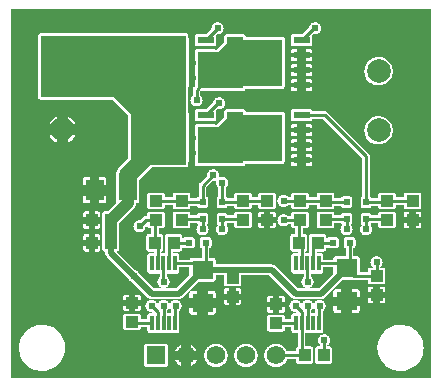
<source format=gtl>
G04 ---------------------------- Layer name :TOP LAYER*
G04 EasyEDA v5.6.10, Sun, 08 Jul 2018 18:09:17 GMT*
G04 afe9f61c7a5b4e3abdc74997a70e8aea*
G04 Gerber Generator version 0.2*
G04 Scale: 100 percent, Rotated: No, Reflected: No *
G04 Dimensions in inches *
G04 leading zeros omitted , absolute positions ,2 integer and 4 decimal *
%FSLAX24Y24*%
%MOIN*%
G90*
G70D02*

%ADD10C,0.010000*%
%ADD11C,0.040000*%
%ADD12C,0.060000*%
%ADD13C,0.020000*%
%ADD14C,0.024400*%
%ADD15R,0.011800X0.051181*%
%ADD16R,0.055000X0.024000*%
%ADD17R,0.150000X0.158000*%
%ADD18R,0.043307X0.039370*%
%ADD19R,0.024000X0.020000*%
%ADD20R,0.039370X0.043307*%
%ADD21R,0.020000X0.024000*%
%ADD22R,0.063000X0.070900*%
%ADD23R,0.070900X0.063000*%
%ADD24C,0.078740*%
%ADD25C,0.062000*%
%ADD26R,0.062000X0.062000*%

%LPD*%
G36*
G01X0Y0D02*
G01X0Y12300D01*
G01X14000Y12300D01*
G01X14000Y0D01*
G01X0Y0D01*
G37*

%LPC*%
G36*
G01X2804Y4607D02*
G01X2982Y4607D01*
G01X2982Y4716D01*
G01X2982Y4719D01*
G01X2982Y4723D01*
G01X2982Y4727D01*
G01X2981Y4730D01*
G01X2980Y4734D01*
G01X2979Y4737D01*
G01X2978Y4741D01*
G01X2977Y4744D01*
G01X2976Y4748D01*
G01X2974Y4751D01*
G01X2972Y4754D01*
G01X2971Y4758D01*
G01X2969Y4761D01*
G01X2966Y4764D01*
G01X2964Y4767D01*
G01X2962Y4769D01*
G01X2959Y4772D01*
G01X2956Y4775D01*
G01X2954Y4777D01*
G01X2951Y4779D01*
G01X2948Y4782D01*
G01X2945Y4784D01*
G01X2941Y4785D01*
G01X2938Y4787D01*
G01X2935Y4789D01*
G01X2931Y4790D01*
G01X2928Y4791D01*
G01X2924Y4792D01*
G01X2921Y4793D01*
G01X2917Y4794D01*
G01X2914Y4795D01*
G01X2910Y4795D01*
G01X2906Y4795D01*
G01X2903Y4796D01*
G01X2804Y4796D01*
G01X2804Y4607D01*
G37*
G36*
G01X12980Y230D02*
G01X13057Y232D01*
G01X13133Y241D01*
G01X13208Y258D01*
G01X13281Y283D01*
G01X13351Y314D01*
G01X13417Y353D01*
G01X13480Y397D01*
G01X13537Y448D01*
G01X13589Y505D01*
G01X13636Y566D01*
G01X13676Y631D01*
G01X13709Y700D01*
G01X13735Y773D01*
G01X13754Y847D01*
G01X13766Y923D01*
G01X13769Y1000D01*
G01X13766Y1076D01*
G01X13754Y1152D01*
G01X13735Y1226D01*
G01X13709Y1299D01*
G01X13676Y1368D01*
G01X13636Y1433D01*
G01X13589Y1494D01*
G01X13537Y1551D01*
G01X13480Y1602D01*
G01X13417Y1646D01*
G01X13351Y1685D01*
G01X13281Y1716D01*
G01X13208Y1741D01*
G01X13133Y1758D01*
G01X13057Y1767D01*
G01X12980Y1769D01*
G01X12904Y1764D01*
G01X12828Y1750D01*
G01X12754Y1729D01*
G01X12683Y1701D01*
G01X12614Y1666D01*
G01X12550Y1625D01*
G01X12490Y1577D01*
G01X12435Y1523D01*
G01X12386Y1464D01*
G01X12342Y1401D01*
G01X12306Y1334D01*
G01X12276Y1263D01*
G01X12253Y1190D01*
G01X12238Y1114D01*
G01X12230Y1038D01*
G01X12230Y961D01*
G01X12238Y885D01*
G01X12253Y810D01*
G01X12276Y736D01*
G01X12306Y665D01*
G01X12342Y598D01*
G01X12386Y535D01*
G01X12435Y476D01*
G01X12490Y422D01*
G01X12550Y374D01*
G01X12614Y333D01*
G01X12683Y298D01*
G01X12754Y270D01*
G01X12828Y249D01*
G01X12904Y235D01*
G01X12980Y230D01*
G37*
G36*
G01X4540Y360D02*
G01X5159Y360D01*
G01X5163Y360D01*
G01X5167Y360D01*
G01X5171Y360D01*
G01X5174Y361D01*
G01X5178Y362D01*
G01X5181Y363D01*
G01X5185Y364D01*
G01X5188Y365D01*
G01X5192Y366D01*
G01X5195Y368D01*
G01X5198Y370D01*
G01X5202Y371D01*
G01X5205Y374D01*
G01X5208Y376D01*
G01X5211Y378D01*
G01X5213Y380D01*
G01X5216Y383D01*
G01X5219Y386D01*
G01X5221Y388D01*
G01X5223Y391D01*
G01X5226Y394D01*
G01X5228Y397D01*
G01X5229Y401D01*
G01X5231Y404D01*
G01X5233Y407D01*
G01X5234Y411D01*
G01X5235Y414D01*
G01X5236Y418D01*
G01X5237Y421D01*
G01X5238Y425D01*
G01X5239Y428D01*
G01X5239Y432D01*
G01X5239Y436D01*
G01X5240Y440D01*
G01X5240Y1060D01*
G01X5239Y1063D01*
G01X5239Y1067D01*
G01X5239Y1071D01*
G01X5238Y1074D01*
G01X5237Y1078D01*
G01X5236Y1081D01*
G01X5235Y1085D01*
G01X5234Y1088D01*
G01X5233Y1092D01*
G01X5231Y1095D01*
G01X5229Y1098D01*
G01X5228Y1102D01*
G01X5226Y1105D01*
G01X5223Y1108D01*
G01X5221Y1111D01*
G01X5219Y1113D01*
G01X5216Y1116D01*
G01X5213Y1119D01*
G01X5211Y1121D01*
G01X5208Y1123D01*
G01X5205Y1126D01*
G01X5202Y1128D01*
G01X5198Y1129D01*
G01X5195Y1131D01*
G01X5192Y1133D01*
G01X5188Y1134D01*
G01X5185Y1135D01*
G01X5181Y1136D01*
G01X5178Y1137D01*
G01X5174Y1138D01*
G01X5171Y1139D01*
G01X5167Y1139D01*
G01X5163Y1139D01*
G01X5159Y1140D01*
G01X4540Y1140D01*
G01X4536Y1139D01*
G01X4532Y1139D01*
G01X4528Y1139D01*
G01X4525Y1138D01*
G01X4521Y1137D01*
G01X4518Y1136D01*
G01X4514Y1135D01*
G01X4511Y1134D01*
G01X4507Y1133D01*
G01X4504Y1131D01*
G01X4501Y1129D01*
G01X4497Y1128D01*
G01X4494Y1126D01*
G01X4491Y1123D01*
G01X4488Y1121D01*
G01X4486Y1119D01*
G01X4483Y1116D01*
G01X4480Y1113D01*
G01X4478Y1111D01*
G01X4476Y1108D01*
G01X4473Y1105D01*
G01X4471Y1102D01*
G01X4470Y1098D01*
G01X4468Y1095D01*
G01X4466Y1092D01*
G01X4465Y1088D01*
G01X4464Y1085D01*
G01X4463Y1081D01*
G01X4462Y1078D01*
G01X4461Y1074D01*
G01X4460Y1071D01*
G01X4460Y1067D01*
G01X4460Y1063D01*
G01X4459Y1060D01*
G01X4459Y440D01*
G01X4460Y436D01*
G01X4460Y432D01*
G01X4460Y428D01*
G01X4461Y425D01*
G01X4462Y421D01*
G01X4463Y418D01*
G01X4464Y414D01*
G01X4465Y411D01*
G01X4466Y407D01*
G01X4468Y404D01*
G01X4470Y401D01*
G01X4471Y397D01*
G01X4473Y394D01*
G01X4476Y391D01*
G01X4478Y388D01*
G01X4480Y386D01*
G01X4483Y383D01*
G01X4486Y380D01*
G01X4488Y378D01*
G01X4491Y376D01*
G01X4494Y374D01*
G01X4497Y371D01*
G01X4501Y370D01*
G01X4504Y368D01*
G01X4507Y366D01*
G01X4511Y365D01*
G01X4514Y364D01*
G01X4518Y363D01*
G01X4521Y362D01*
G01X4525Y361D01*
G01X4528Y360D01*
G01X4532Y360D01*
G01X4536Y360D01*
G01X4540Y360D01*
G37*
G36*
G01X6840Y360D02*
G01X6879Y361D01*
G01X6917Y365D01*
G01X6955Y374D01*
G01X6992Y386D01*
G01X7027Y402D01*
G01X7061Y422D01*
G01X7093Y445D01*
G01X7122Y470D01*
G01X7148Y499D01*
G01X7172Y530D01*
G01X7192Y563D01*
G01X7209Y598D01*
G01X7222Y635D01*
G01X7232Y672D01*
G01X7238Y711D01*
G01X7240Y750D01*
G01X7238Y788D01*
G01X7232Y827D01*
G01X7222Y864D01*
G01X7209Y901D01*
G01X7192Y936D01*
G01X7172Y969D01*
G01X7148Y1000D01*
G01X7122Y1029D01*
G01X7093Y1054D01*
G01X7061Y1077D01*
G01X7027Y1097D01*
G01X6992Y1113D01*
G01X6955Y1125D01*
G01X6917Y1134D01*
G01X6879Y1138D01*
G01X6840Y1139D01*
G01X6801Y1136D01*
G01X6763Y1130D01*
G01X6725Y1119D01*
G01X6689Y1105D01*
G01X6655Y1087D01*
G01X6622Y1066D01*
G01X6591Y1042D01*
G01X6564Y1015D01*
G01X6539Y985D01*
G01X6517Y953D01*
G01X6498Y919D01*
G01X6483Y883D01*
G01X6472Y846D01*
G01X6464Y808D01*
G01X6460Y769D01*
G01X6460Y730D01*
G01X6464Y691D01*
G01X6472Y653D01*
G01X6483Y616D01*
G01X6498Y580D01*
G01X6517Y546D01*
G01X6539Y514D01*
G01X6564Y484D01*
G01X6591Y457D01*
G01X6622Y433D01*
G01X6655Y412D01*
G01X6689Y394D01*
G01X6725Y380D01*
G01X6763Y369D01*
G01X6801Y363D01*
G01X6840Y360D01*
G37*
G36*
G01X7840Y360D02*
G01X7879Y361D01*
G01X7917Y365D01*
G01X7955Y374D01*
G01X7992Y386D01*
G01X8027Y402D01*
G01X8061Y422D01*
G01X8093Y445D01*
G01X8122Y470D01*
G01X8148Y499D01*
G01X8172Y530D01*
G01X8192Y563D01*
G01X8209Y598D01*
G01X8222Y635D01*
G01X8232Y672D01*
G01X8238Y711D01*
G01X8239Y750D01*
G01X8238Y788D01*
G01X8232Y827D01*
G01X8222Y864D01*
G01X8209Y901D01*
G01X8192Y936D01*
G01X8172Y969D01*
G01X8148Y1000D01*
G01X8122Y1029D01*
G01X8093Y1054D01*
G01X8061Y1077D01*
G01X8027Y1097D01*
G01X7992Y1113D01*
G01X7955Y1125D01*
G01X7917Y1134D01*
G01X7879Y1138D01*
G01X7840Y1139D01*
G01X7801Y1136D01*
G01X7763Y1130D01*
G01X7725Y1119D01*
G01X7689Y1105D01*
G01X7655Y1087D01*
G01X7622Y1066D01*
G01X7591Y1042D01*
G01X7564Y1015D01*
G01X7539Y985D01*
G01X7517Y953D01*
G01X7498Y919D01*
G01X7483Y883D01*
G01X7472Y846D01*
G01X7464Y808D01*
G01X7460Y769D01*
G01X7460Y730D01*
G01X7464Y691D01*
G01X7472Y653D01*
G01X7483Y616D01*
G01X7498Y580D01*
G01X7517Y546D01*
G01X7539Y514D01*
G01X7564Y484D01*
G01X7591Y457D01*
G01X7622Y433D01*
G01X7655Y412D01*
G01X7689Y394D01*
G01X7725Y380D01*
G01X7763Y369D01*
G01X7801Y363D01*
G01X7840Y360D01*
G37*
G36*
G01X8840Y360D02*
G01X8879Y361D01*
G01X8917Y365D01*
G01X8955Y374D01*
G01X8992Y386D01*
G01X9027Y402D01*
G01X9061Y422D01*
G01X9093Y445D01*
G01X9122Y470D01*
G01X9148Y499D01*
G01X9172Y530D01*
G01X9192Y563D01*
G01X9209Y598D01*
G01X9217Y620D01*
G01X9528Y620D01*
G01X9528Y533D01*
G01X9529Y529D01*
G01X9529Y525D01*
G01X9529Y521D01*
G01X9530Y518D01*
G01X9531Y514D01*
G01X9532Y511D01*
G01X9533Y507D01*
G01X9534Y504D01*
G01X9535Y500D01*
G01X9537Y497D01*
G01X9539Y494D01*
G01X9540Y490D01*
G01X9543Y487D01*
G01X9545Y484D01*
G01X9547Y481D01*
G01X9549Y479D01*
G01X9552Y476D01*
G01X9555Y473D01*
G01X9557Y471D01*
G01X9560Y469D01*
G01X9563Y467D01*
G01X9566Y464D01*
G01X9570Y463D01*
G01X9573Y461D01*
G01X9576Y459D01*
G01X9580Y458D01*
G01X9583Y457D01*
G01X9587Y456D01*
G01X9590Y455D01*
G01X9594Y454D01*
G01X9597Y453D01*
G01X9601Y453D01*
G01X9605Y453D01*
G01X9609Y453D01*
G01X10002Y453D01*
G01X10006Y453D01*
G01X10010Y453D01*
G01X10014Y453D01*
G01X10017Y454D01*
G01X10021Y455D01*
G01X10024Y456D01*
G01X10028Y457D01*
G01X10031Y458D01*
G01X10035Y459D01*
G01X10038Y461D01*
G01X10041Y463D01*
G01X10045Y464D01*
G01X10048Y467D01*
G01X10051Y469D01*
G01X10054Y471D01*
G01X10056Y473D01*
G01X10059Y476D01*
G01X10062Y479D01*
G01X10064Y481D01*
G01X10066Y484D01*
G01X10068Y487D01*
G01X10071Y490D01*
G01X10072Y494D01*
G01X10074Y497D01*
G01X10076Y500D01*
G01X10077Y504D01*
G01X10078Y507D01*
G01X10079Y511D01*
G01X10080Y514D01*
G01X10081Y518D01*
G01X10082Y521D01*
G01X10082Y525D01*
G01X10082Y529D01*
G01X10082Y533D01*
G01X10082Y966D01*
G01X10082Y969D01*
G01X10082Y973D01*
G01X10082Y977D01*
G01X10081Y980D01*
G01X10080Y984D01*
G01X10079Y987D01*
G01X10078Y991D01*
G01X10077Y994D01*
G01X10076Y998D01*
G01X10074Y1001D01*
G01X10072Y1004D01*
G01X10071Y1008D01*
G01X10068Y1011D01*
G01X10066Y1014D01*
G01X10064Y1017D01*
G01X10062Y1019D01*
G01X10059Y1022D01*
G01X10056Y1025D01*
G01X10054Y1027D01*
G01X10051Y1029D01*
G01X10048Y1032D01*
G01X10045Y1034D01*
G01X10041Y1035D01*
G01X10038Y1037D01*
G01X10035Y1039D01*
G01X10031Y1040D01*
G01X10028Y1041D01*
G01X10024Y1042D01*
G01X10021Y1043D01*
G01X10017Y1044D01*
G01X10014Y1045D01*
G01X10010Y1045D01*
G01X10006Y1045D01*
G01X10002Y1046D01*
G01X9833Y1046D01*
G01X9833Y1480D01*
G01X9834Y1480D01*
G01X9838Y1480D01*
G01X9842Y1480D01*
G01X9960Y1480D01*
G01X9963Y1480D01*
G01X9967Y1480D01*
G01X9971Y1480D01*
G01X9974Y1481D01*
G01X9978Y1482D01*
G01X9981Y1483D01*
G01X9985Y1484D01*
G01X9988Y1485D01*
G01X9992Y1486D01*
G01X9995Y1488D01*
G01X9998Y1490D01*
G01X9998Y1490D01*
G01X9999Y1490D01*
G01X10002Y1488D01*
G01X10005Y1486D01*
G01X10009Y1485D01*
G01X10012Y1484D01*
G01X10016Y1483D01*
G01X10019Y1482D01*
G01X10023Y1481D01*
G01X10026Y1480D01*
G01X10030Y1480D01*
G01X10034Y1480D01*
G01X10038Y1480D01*
G01X10067Y1480D01*
G01X10067Y1688D01*
G01X10039Y1688D01*
G01X10039Y1943D01*
G01X10067Y1943D01*
G01X10067Y2151D01*
G01X10038Y2151D01*
G01X10034Y2151D01*
G01X10030Y2151D01*
G01X10030Y2151D01*
G01X10030Y2246D01*
G01X10041Y2255D01*
G01X10054Y2270D01*
G01X10066Y2286D01*
G01X10077Y2303D01*
G01X10086Y2321D01*
G01X10093Y2340D01*
G01X10097Y2359D01*
G01X10099Y2372D01*
G01X10100Y2369D01*
G01X10104Y2350D01*
G01X10110Y2330D01*
G01X10118Y2312D01*
G01X10127Y2294D01*
G01X10138Y2278D01*
G01X10151Y2262D01*
G01X10164Y2250D01*
G01X10164Y2151D01*
G01X10163Y2151D01*
G01X10159Y2151D01*
G01X10156Y2151D01*
G01X10126Y2151D01*
G01X10126Y1943D01*
G01X10155Y1943D01*
G01X10155Y1688D01*
G01X10126Y1688D01*
G01X10126Y1480D01*
G01X10156Y1480D01*
G01X10159Y1480D01*
G01X10163Y1480D01*
G01X10167Y1480D01*
G01X10170Y1481D01*
G01X10174Y1482D01*
G01X10177Y1483D01*
G01X10181Y1484D01*
G01X10184Y1485D01*
G01X10188Y1486D01*
G01X10191Y1488D01*
G01X10194Y1490D01*
G01X10195Y1490D01*
G01X10196Y1490D01*
G01X10199Y1488D01*
G01X10202Y1486D01*
G01X10206Y1485D01*
G01X10209Y1484D01*
G01X10213Y1483D01*
G01X10216Y1482D01*
G01X10220Y1481D01*
G01X10223Y1480D01*
G01X10227Y1480D01*
G01X10231Y1480D01*
G01X10235Y1480D01*
G01X10352Y1480D01*
G01X10356Y1480D01*
G01X10360Y1480D01*
G01X10364Y1480D01*
G01X10367Y1481D01*
G01X10371Y1482D01*
G01X10374Y1483D01*
G01X10378Y1484D01*
G01X10381Y1485D01*
G01X10385Y1486D01*
G01X10388Y1488D01*
G01X10391Y1490D01*
G01X10395Y1491D01*
G01X10398Y1494D01*
G01X10401Y1496D01*
G01X10404Y1498D01*
G01X10406Y1500D01*
G01X10409Y1503D01*
G01X10412Y1506D01*
G01X10414Y1508D01*
G01X10416Y1511D01*
G01X10418Y1514D01*
G01X10421Y1517D01*
G01X10422Y1521D01*
G01X10424Y1524D01*
G01X10426Y1527D01*
G01X10427Y1531D01*
G01X10428Y1534D01*
G01X10429Y1538D01*
G01X10430Y1541D01*
G01X10431Y1545D01*
G01X10432Y1548D01*
G01X10432Y1552D01*
G01X10432Y1556D01*
G01X10432Y1560D01*
G01X10432Y2072D01*
G01X10432Y2075D01*
G01X10432Y2079D01*
G01X10432Y2083D01*
G01X10431Y2086D01*
G01X10430Y2090D01*
G01X10429Y2093D01*
G01X10428Y2097D01*
G01X10427Y2100D01*
G01X10426Y2104D01*
G01X10424Y2107D01*
G01X10423Y2108D01*
G01X10423Y2240D01*
G01X10425Y2242D01*
G01X10441Y2255D01*
G01X10454Y2270D01*
G01X10466Y2286D01*
G01X10477Y2303D01*
G01X10486Y2321D01*
G01X10493Y2340D01*
G01X10497Y2359D01*
G01X10501Y2379D01*
G01X10502Y2400D01*
G01X10501Y2420D01*
G01X10497Y2440D01*
G01X10493Y2459D01*
G01X10486Y2478D01*
G01X10477Y2496D01*
G01X10466Y2513D01*
G01X10454Y2529D01*
G01X10441Y2544D01*
G01X10425Y2557D01*
G01X10409Y2569D01*
G01X10392Y2579D01*
G01X10373Y2588D01*
G01X10354Y2594D01*
G01X10335Y2598D01*
G01X10315Y2601D01*
G01X10294Y2601D01*
G01X10274Y2600D01*
G01X10255Y2596D01*
G01X10235Y2591D01*
G01X10216Y2584D01*
G01X10198Y2574D01*
G01X10182Y2564D01*
G01X10166Y2551D01*
G01X10151Y2537D01*
G01X10138Y2521D01*
G01X10127Y2505D01*
G01X10118Y2487D01*
G01X10110Y2469D01*
G01X10104Y2449D01*
G01X10100Y2430D01*
G01X10099Y2427D01*
G01X10097Y2440D01*
G01X10093Y2459D01*
G01X10086Y2478D01*
G01X10077Y2496D01*
G01X10066Y2513D01*
G01X10054Y2529D01*
G01X10041Y2544D01*
G01X10025Y2557D01*
G01X10009Y2569D01*
G01X9992Y2579D01*
G01X9973Y2588D01*
G01X9954Y2594D01*
G01X9935Y2598D01*
G01X9915Y2601D01*
G01X9894Y2601D01*
G01X9874Y2600D01*
G01X9855Y2596D01*
G01X9835Y2591D01*
G01X9816Y2584D01*
G01X9798Y2574D01*
G01X9782Y2564D01*
G01X9766Y2551D01*
G01X9751Y2537D01*
G01X9738Y2521D01*
G01X9727Y2505D01*
G01X9718Y2487D01*
G01X9710Y2469D01*
G01X9704Y2449D01*
G01X9700Y2430D01*
G01X9699Y2427D01*
G01X9697Y2440D01*
G01X9693Y2459D01*
G01X9686Y2478D01*
G01X9677Y2496D01*
G01X9666Y2513D01*
G01X9654Y2529D01*
G01X9641Y2544D01*
G01X9625Y2557D01*
G01X9609Y2569D01*
G01X9592Y2579D01*
G01X9573Y2588D01*
G01X9554Y2594D01*
G01X9535Y2598D01*
G01X9515Y2601D01*
G01X9494Y2601D01*
G01X9474Y2600D01*
G01X9455Y2596D01*
G01X9435Y2591D01*
G01X9416Y2584D01*
G01X9398Y2574D01*
G01X9382Y2564D01*
G01X9366Y2551D01*
G01X9351Y2537D01*
G01X9338Y2521D01*
G01X9327Y2505D01*
G01X9318Y2487D01*
G01X9310Y2469D01*
G01X9304Y2449D01*
G01X9300Y2430D01*
G01X9298Y2410D01*
G01X9298Y2389D01*
G01X9300Y2369D01*
G01X9304Y2350D01*
G01X9310Y2330D01*
G01X9318Y2312D01*
G01X9327Y2294D01*
G01X9338Y2278D01*
G01X9351Y2262D01*
G01X9366Y2248D01*
G01X9382Y2235D01*
G01X9398Y2225D01*
G01X9416Y2215D01*
G01X9435Y2208D01*
G01X9455Y2203D01*
G01X9474Y2199D01*
G01X9494Y2198D01*
G01X9515Y2198D01*
G01X9517Y2198D01*
G01X9564Y2151D01*
G01X9446Y2151D01*
G01X9442Y2151D01*
G01X9438Y2151D01*
G01X9434Y2151D01*
G01X9431Y2150D01*
G01X9427Y2149D01*
G01X9424Y2148D01*
G01X9420Y2147D01*
G01X9417Y2146D01*
G01X9413Y2145D01*
G01X9410Y2143D01*
G01X9407Y2141D01*
G01X9403Y2140D01*
G01X9400Y2138D01*
G01X9397Y2135D01*
G01X9394Y2133D01*
G01X9392Y2131D01*
G01X9389Y2128D01*
G01X9386Y2125D01*
G01X9384Y2123D01*
G01X9382Y2120D01*
G01X9380Y2117D01*
G01X9377Y2114D01*
G01X9376Y2110D01*
G01X9374Y2107D01*
G01X9372Y2104D01*
G01X9371Y2100D01*
G01X9370Y2097D01*
G01X9369Y2093D01*
G01X9368Y2090D01*
G01X9367Y2086D01*
G01X9366Y2083D01*
G01X9366Y2079D01*
G01X9366Y2075D01*
G01X9365Y2072D01*
G01X9365Y1945D01*
G01X9146Y1945D01*
G01X9146Y2011D01*
G01X9145Y2014D01*
G01X9145Y2018D01*
G01X9145Y2022D01*
G01X9144Y2025D01*
G01X9143Y2029D01*
G01X9142Y2032D01*
G01X9141Y2036D01*
G01X9140Y2039D01*
G01X9139Y2043D01*
G01X9137Y2046D01*
G01X9135Y2049D01*
G01X9134Y2053D01*
G01X9131Y2056D01*
G01X9129Y2059D01*
G01X9127Y2062D01*
G01X9125Y2064D01*
G01X9122Y2067D01*
G01X9119Y2070D01*
G01X9117Y2072D01*
G01X9114Y2074D01*
G01X9111Y2076D01*
G01X9108Y2079D01*
G01X9104Y2080D01*
G01X9101Y2082D01*
G01X9098Y2084D01*
G01X9094Y2085D01*
G01X9091Y2086D01*
G01X9087Y2087D01*
G01X9084Y2088D01*
G01X9080Y2089D01*
G01X9077Y2090D01*
G01X9073Y2090D01*
G01X9069Y2090D01*
G01X9065Y2091D01*
G01X8632Y2091D01*
G01X8629Y2090D01*
G01X8625Y2090D01*
G01X8621Y2090D01*
G01X8618Y2089D01*
G01X8614Y2088D01*
G01X8611Y2087D01*
G01X8607Y2086D01*
G01X8604Y2085D01*
G01X8600Y2084D01*
G01X8597Y2082D01*
G01X8594Y2080D01*
G01X8590Y2079D01*
G01X8587Y2076D01*
G01X8584Y2074D01*
G01X8581Y2072D01*
G01X8579Y2070D01*
G01X8576Y2067D01*
G01X8573Y2064D01*
G01X8571Y2062D01*
G01X8569Y2059D01*
G01X8567Y2056D01*
G01X8564Y2053D01*
G01X8563Y2049D01*
G01X8561Y2046D01*
G01X8559Y2043D01*
G01X8558Y2039D01*
G01X8557Y2036D01*
G01X8556Y2032D01*
G01X8555Y2029D01*
G01X8554Y2025D01*
G01X8553Y2022D01*
G01X8553Y2018D01*
G01X8553Y2014D01*
G01X8552Y2011D01*
G01X8552Y1617D01*
G01X8553Y1613D01*
G01X8553Y1609D01*
G01X8553Y1605D01*
G01X8554Y1602D01*
G01X8555Y1598D01*
G01X8556Y1595D01*
G01X8557Y1591D01*
G01X8558Y1588D01*
G01X8559Y1584D01*
G01X8561Y1581D01*
G01X8563Y1578D01*
G01X8564Y1574D01*
G01X8567Y1571D01*
G01X8569Y1568D01*
G01X8571Y1565D01*
G01X8573Y1563D01*
G01X8576Y1560D01*
G01X8579Y1557D01*
G01X8581Y1555D01*
G01X8584Y1553D01*
G01X8587Y1551D01*
G01X8590Y1548D01*
G01X8594Y1547D01*
G01X8597Y1545D01*
G01X8600Y1543D01*
G01X8604Y1542D01*
G01X8607Y1541D01*
G01X8611Y1540D01*
G01X8614Y1539D01*
G01X8618Y1538D01*
G01X8621Y1537D01*
G01X8625Y1537D01*
G01X8629Y1537D01*
G01X8632Y1537D01*
G01X9065Y1537D01*
G01X9069Y1537D01*
G01X9073Y1537D01*
G01X9077Y1537D01*
G01X9080Y1538D01*
G01X9084Y1539D01*
G01X9087Y1540D01*
G01X9091Y1541D01*
G01X9094Y1542D01*
G01X9098Y1543D01*
G01X9101Y1545D01*
G01X9104Y1547D01*
G01X9108Y1548D01*
G01X9111Y1551D01*
G01X9114Y1553D01*
G01X9117Y1555D01*
G01X9119Y1557D01*
G01X9122Y1560D01*
G01X9125Y1563D01*
G01X9127Y1565D01*
G01X9129Y1568D01*
G01X9131Y1571D01*
G01X9134Y1574D01*
G01X9135Y1578D01*
G01X9137Y1581D01*
G01X9139Y1584D01*
G01X9140Y1588D01*
G01X9141Y1591D01*
G01X9142Y1595D01*
G01X9143Y1598D01*
G01X9144Y1602D01*
G01X9145Y1605D01*
G01X9145Y1609D01*
G01X9145Y1613D01*
G01X9146Y1617D01*
G01X9146Y1685D01*
G01X9365Y1685D01*
G01X9365Y1560D01*
G01X9366Y1556D01*
G01X9366Y1552D01*
G01X9366Y1548D01*
G01X9367Y1545D01*
G01X9368Y1541D01*
G01X9369Y1538D01*
G01X9370Y1534D01*
G01X9371Y1531D01*
G01X9372Y1527D01*
G01X9374Y1524D01*
G01X9376Y1521D01*
G01X9377Y1517D01*
G01X9380Y1514D01*
G01X9382Y1511D01*
G01X9384Y1508D01*
G01X9386Y1506D01*
G01X9389Y1503D01*
G01X9392Y1500D01*
G01X9394Y1498D01*
G01X9397Y1496D01*
G01X9400Y1494D01*
G01X9403Y1491D01*
G01X9407Y1490D01*
G01X9410Y1488D01*
G01X9413Y1486D01*
G01X9417Y1485D01*
G01X9420Y1484D01*
G01X9424Y1483D01*
G01X9427Y1482D01*
G01X9431Y1481D01*
G01X9434Y1480D01*
G01X9438Y1480D01*
G01X9442Y1480D01*
G01X9446Y1480D01*
G01X9564Y1480D01*
G01X9567Y1480D01*
G01X9571Y1480D01*
G01X9573Y1480D01*
G01X9573Y1037D01*
G01X9573Y1037D01*
G01X9570Y1035D01*
G01X9566Y1034D01*
G01X9563Y1032D01*
G01X9560Y1029D01*
G01X9557Y1027D01*
G01X9555Y1025D01*
G01X9552Y1022D01*
G01X9549Y1019D01*
G01X9547Y1017D01*
G01X9545Y1014D01*
G01X9543Y1011D01*
G01X9540Y1008D01*
G01X9539Y1004D01*
G01X9537Y1001D01*
G01X9535Y998D01*
G01X9534Y994D01*
G01X9533Y991D01*
G01X9532Y987D01*
G01X9531Y984D01*
G01X9530Y980D01*
G01X9529Y977D01*
G01X9529Y973D01*
G01X9529Y969D01*
G01X9528Y966D01*
G01X9528Y880D01*
G01X9217Y880D01*
G01X9209Y901D01*
G01X9192Y936D01*
G01X9172Y969D01*
G01X9148Y1000D01*
G01X9122Y1029D01*
G01X9093Y1054D01*
G01X9061Y1077D01*
G01X9027Y1097D01*
G01X8992Y1113D01*
G01X8955Y1125D01*
G01X8917Y1134D01*
G01X8879Y1138D01*
G01X8840Y1139D01*
G01X8801Y1136D01*
G01X8763Y1130D01*
G01X8725Y1119D01*
G01X8689Y1105D01*
G01X8655Y1087D01*
G01X8622Y1066D01*
G01X8591Y1042D01*
G01X8564Y1015D01*
G01X8539Y985D01*
G01X8517Y953D01*
G01X8498Y919D01*
G01X8483Y883D01*
G01X8472Y846D01*
G01X8464Y808D01*
G01X8460Y769D01*
G01X8460Y730D01*
G01X8464Y691D01*
G01X8472Y653D01*
G01X8483Y616D01*
G01X8498Y580D01*
G01X8517Y546D01*
G01X8539Y514D01*
G01X8564Y484D01*
G01X8591Y457D01*
G01X8622Y433D01*
G01X8655Y412D01*
G01X8689Y394D01*
G01X8725Y380D01*
G01X8763Y369D01*
G01X8801Y363D01*
G01X8840Y360D01*
G37*
G36*
G01X5694Y392D02*
G01X5694Y595D01*
G01X5492Y595D01*
G01X5498Y580D01*
G01X5517Y546D01*
G01X5539Y514D01*
G01X5564Y484D01*
G01X5591Y457D01*
G01X5622Y433D01*
G01X5655Y412D01*
G01X5689Y394D01*
G01X5694Y392D01*
G37*
G36*
G01X6005Y392D02*
G01X6027Y402D01*
G01X6061Y422D01*
G01X6093Y445D01*
G01X6122Y470D01*
G01X6148Y499D01*
G01X6172Y530D01*
G01X6192Y563D01*
G01X6207Y595D01*
G01X6005Y595D01*
G01X6005Y392D01*
G37*
G36*
G01X10239Y453D02*
G01X10632Y453D01*
G01X10636Y453D01*
G01X10640Y453D01*
G01X10644Y453D01*
G01X10647Y454D01*
G01X10651Y455D01*
G01X10654Y456D01*
G01X10658Y457D01*
G01X10661Y458D01*
G01X10665Y459D01*
G01X10668Y461D01*
G01X10671Y463D01*
G01X10675Y464D01*
G01X10678Y467D01*
G01X10681Y469D01*
G01X10684Y471D01*
G01X10686Y473D01*
G01X10689Y476D01*
G01X10692Y479D01*
G01X10694Y481D01*
G01X10696Y484D01*
G01X10698Y487D01*
G01X10701Y490D01*
G01X10702Y494D01*
G01X10704Y497D01*
G01X10706Y500D01*
G01X10707Y504D01*
G01X10708Y507D01*
G01X10709Y511D01*
G01X10710Y514D01*
G01X10711Y518D01*
G01X10712Y521D01*
G01X10712Y525D01*
G01X10712Y529D01*
G01X10713Y533D01*
G01X10713Y966D01*
G01X10712Y969D01*
G01X10712Y973D01*
G01X10712Y977D01*
G01X10711Y980D01*
G01X10710Y984D01*
G01X10709Y987D01*
G01X10708Y991D01*
G01X10707Y994D01*
G01X10706Y998D01*
G01X10704Y1001D01*
G01X10702Y1004D01*
G01X10701Y1008D01*
G01X10698Y1011D01*
G01X10696Y1014D01*
G01X10694Y1017D01*
G01X10692Y1019D01*
G01X10689Y1022D01*
G01X10686Y1025D01*
G01X10684Y1027D01*
G01X10681Y1029D01*
G01X10678Y1032D01*
G01X10675Y1034D01*
G01X10671Y1035D01*
G01X10668Y1037D01*
G01X10665Y1039D01*
G01X10661Y1040D01*
G01X10658Y1041D01*
G01X10654Y1042D01*
G01X10651Y1043D01*
G01X10647Y1044D01*
G01X10644Y1045D01*
G01X10640Y1045D01*
G01X10636Y1045D01*
G01X10632Y1046D01*
G01X10565Y1046D01*
G01X10565Y1084D01*
G01X10575Y1092D01*
G01X10591Y1105D01*
G01X10604Y1120D01*
G01X10616Y1136D01*
G01X10627Y1153D01*
G01X10636Y1171D01*
G01X10643Y1190D01*
G01X10647Y1209D01*
G01X10651Y1229D01*
G01X10652Y1250D01*
G01X10651Y1270D01*
G01X10647Y1290D01*
G01X10643Y1309D01*
G01X10636Y1328D01*
G01X10627Y1346D01*
G01X10616Y1363D01*
G01X10604Y1379D01*
G01X10591Y1394D01*
G01X10575Y1407D01*
G01X10559Y1419D01*
G01X10542Y1429D01*
G01X10523Y1438D01*
G01X10504Y1444D01*
G01X10485Y1448D01*
G01X10465Y1451D01*
G01X10444Y1451D01*
G01X10424Y1450D01*
G01X10405Y1446D01*
G01X10385Y1441D01*
G01X10366Y1434D01*
G01X10348Y1424D01*
G01X10332Y1414D01*
G01X10316Y1401D01*
G01X10301Y1387D01*
G01X10288Y1371D01*
G01X10277Y1355D01*
G01X10268Y1337D01*
G01X10260Y1319D01*
G01X10254Y1299D01*
G01X10250Y1280D01*
G01X10248Y1260D01*
G01X10248Y1239D01*
G01X10250Y1219D01*
G01X10254Y1200D01*
G01X10260Y1180D01*
G01X10268Y1162D01*
G01X10277Y1144D01*
G01X10288Y1128D01*
G01X10301Y1112D01*
G01X10305Y1108D01*
G01X10305Y1046D01*
G01X10239Y1046D01*
G01X10235Y1045D01*
G01X10231Y1045D01*
G01X10227Y1045D01*
G01X10224Y1044D01*
G01X10220Y1043D01*
G01X10217Y1042D01*
G01X10213Y1041D01*
G01X10210Y1040D01*
G01X10206Y1039D01*
G01X10203Y1037D01*
G01X10200Y1035D01*
G01X10196Y1034D01*
G01X10193Y1032D01*
G01X10190Y1029D01*
G01X10187Y1027D01*
G01X10185Y1025D01*
G01X10182Y1022D01*
G01X10179Y1019D01*
G01X10177Y1017D01*
G01X10175Y1014D01*
G01X10172Y1011D01*
G01X10170Y1008D01*
G01X10169Y1004D01*
G01X10167Y1001D01*
G01X10165Y998D01*
G01X10164Y994D01*
G01X10163Y991D01*
G01X10162Y987D01*
G01X10161Y984D01*
G01X10160Y980D01*
G01X10159Y977D01*
G01X10159Y973D01*
G01X10159Y969D01*
G01X10159Y966D01*
G01X10159Y533D01*
G01X10159Y529D01*
G01X10159Y525D01*
G01X10159Y521D01*
G01X10160Y518D01*
G01X10161Y514D01*
G01X10162Y511D01*
G01X10163Y507D01*
G01X10164Y504D01*
G01X10165Y500D01*
G01X10167Y497D01*
G01X10169Y494D01*
G01X10170Y490D01*
G01X10172Y487D01*
G01X10175Y484D01*
G01X10177Y481D01*
G01X10179Y479D01*
G01X10182Y476D01*
G01X10185Y473D01*
G01X10187Y471D01*
G01X10190Y469D01*
G01X10193Y467D01*
G01X10196Y464D01*
G01X10200Y463D01*
G01X10203Y461D01*
G01X10206Y459D01*
G01X10210Y458D01*
G01X10213Y457D01*
G01X10217Y456D01*
G01X10220Y455D01*
G01X10224Y454D01*
G01X10227Y453D01*
G01X10231Y453D01*
G01X10235Y453D01*
G01X10239Y453D01*
G37*
G36*
G01X9425Y11050D02*
G01X9975Y11050D01*
G01X9978Y11050D01*
G01X9982Y11050D01*
G01X9986Y11050D01*
G01X9989Y11051D01*
G01X9993Y11052D01*
G01X9996Y11053D01*
G01X10000Y11054D01*
G01X10003Y11055D01*
G01X10007Y11056D01*
G01X10010Y11058D01*
G01X10013Y11060D01*
G01X10017Y11061D01*
G01X10020Y11064D01*
G01X10023Y11066D01*
G01X10026Y11068D01*
G01X10028Y11070D01*
G01X10031Y11073D01*
G01X10034Y11076D01*
G01X10036Y11078D01*
G01X10038Y11081D01*
G01X10040Y11084D01*
G01X10043Y11087D01*
G01X10044Y11091D01*
G01X10046Y11094D01*
G01X10048Y11097D01*
G01X10049Y11101D01*
G01X10050Y11104D01*
G01X10051Y11108D01*
G01X10052Y11111D01*
G01X10053Y11115D01*
G01X10054Y11118D01*
G01X10054Y11122D01*
G01X10054Y11126D01*
G01X10055Y11130D01*
G01X10055Y11370D01*
G01X10054Y11373D01*
G01X10054Y11377D01*
G01X10054Y11381D01*
G01X10053Y11384D01*
G01X10052Y11388D01*
G01X10051Y11391D01*
G01X10050Y11395D01*
G01X10049Y11398D01*
G01X10048Y11402D01*
G01X10046Y11405D01*
G01X10044Y11408D01*
G01X10044Y11410D01*
G01X10090Y11457D01*
G01X10105Y11453D01*
G01X10124Y11449D01*
G01X10144Y11448D01*
G01X10165Y11448D01*
G01X10185Y11451D01*
G01X10204Y11455D01*
G01X10223Y11461D01*
G01X10242Y11470D01*
G01X10259Y11480D01*
G01X10275Y11492D01*
G01X10291Y11505D01*
G01X10304Y11520D01*
G01X10316Y11536D01*
G01X10327Y11553D01*
G01X10336Y11571D01*
G01X10343Y11590D01*
G01X10347Y11609D01*
G01X10351Y11629D01*
G01X10352Y11650D01*
G01X10351Y11670D01*
G01X10347Y11690D01*
G01X10343Y11709D01*
G01X10336Y11728D01*
G01X10327Y11746D01*
G01X10316Y11763D01*
G01X10304Y11779D01*
G01X10291Y11794D01*
G01X10275Y11807D01*
G01X10259Y11819D01*
G01X10242Y11829D01*
G01X10223Y11838D01*
G01X10204Y11844D01*
G01X10185Y11848D01*
G01X10165Y11851D01*
G01X10144Y11851D01*
G01X10124Y11850D01*
G01X10105Y11846D01*
G01X10085Y11841D01*
G01X10066Y11834D01*
G01X10048Y11824D01*
G01X10032Y11814D01*
G01X10016Y11801D01*
G01X10001Y11787D01*
G01X9988Y11771D01*
G01X9977Y11755D01*
G01X9968Y11737D01*
G01X9960Y11719D01*
G01X9954Y11699D01*
G01X9951Y11685D01*
G01X9716Y11450D01*
G01X9425Y11450D01*
G01X9421Y11449D01*
G01X9417Y11449D01*
G01X9413Y11449D01*
G01X9410Y11448D01*
G01X9406Y11447D01*
G01X9403Y11446D01*
G01X9399Y11445D01*
G01X9396Y11444D01*
G01X9392Y11443D01*
G01X9389Y11441D01*
G01X9386Y11439D01*
G01X9382Y11438D01*
G01X9379Y11436D01*
G01X9376Y11433D01*
G01X9373Y11431D01*
G01X9371Y11429D01*
G01X9368Y11426D01*
G01X9365Y11423D01*
G01X9363Y11421D01*
G01X9361Y11418D01*
G01X9359Y11415D01*
G01X9356Y11412D01*
G01X9355Y11408D01*
G01X9353Y11405D01*
G01X9351Y11402D01*
G01X9350Y11398D01*
G01X9349Y11395D01*
G01X9348Y11391D01*
G01X9347Y11388D01*
G01X9346Y11384D01*
G01X9345Y11381D01*
G01X9345Y11377D01*
G01X9345Y11373D01*
G01X9344Y11370D01*
G01X9344Y11130D01*
G01X9345Y11126D01*
G01X9345Y11122D01*
G01X9345Y11118D01*
G01X9346Y11115D01*
G01X9347Y11111D01*
G01X9348Y11108D01*
G01X9349Y11104D01*
G01X9350Y11101D01*
G01X9351Y11097D01*
G01X9353Y11094D01*
G01X9355Y11091D01*
G01X9356Y11087D01*
G01X9359Y11084D01*
G01X9361Y11081D01*
G01X9363Y11078D01*
G01X9365Y11076D01*
G01X9368Y11073D01*
G01X9371Y11070D01*
G01X9373Y11068D01*
G01X9376Y11066D01*
G01X9379Y11064D01*
G01X9382Y11061D01*
G01X9386Y11060D01*
G01X9389Y11058D01*
G01X9392Y11056D01*
G01X9396Y11055D01*
G01X9399Y11054D01*
G01X9403Y11053D01*
G01X9406Y11052D01*
G01X9410Y11051D01*
G01X9413Y11050D01*
G01X9417Y11050D01*
G01X9421Y11050D01*
G01X9425Y11050D01*
G37*
G36*
G01X6225Y11050D02*
G01X6775Y11050D01*
G01X6778Y11050D01*
G01X6782Y11050D01*
G01X6786Y11050D01*
G01X6789Y11051D01*
G01X6793Y11052D01*
G01X6796Y11053D01*
G01X6800Y11054D01*
G01X6803Y11055D01*
G01X6807Y11056D01*
G01X6810Y11058D01*
G01X6813Y11060D01*
G01X6817Y11061D01*
G01X6820Y11064D01*
G01X6823Y11066D01*
G01X6826Y11068D01*
G01X6828Y11070D01*
G01X6831Y11073D01*
G01X6834Y11076D01*
G01X6836Y11078D01*
G01X6838Y11081D01*
G01X6840Y11084D01*
G01X6843Y11087D01*
G01X6844Y11091D01*
G01X6846Y11094D01*
G01X6848Y11097D01*
G01X6849Y11101D01*
G01X6850Y11104D01*
G01X6851Y11108D01*
G01X6852Y11111D01*
G01X6853Y11115D01*
G01X6854Y11118D01*
G01X6854Y11122D01*
G01X6854Y11126D01*
G01X6855Y11130D01*
G01X6855Y11370D01*
G01X6854Y11373D01*
G01X6854Y11377D01*
G01X6854Y11381D01*
G01X6853Y11384D01*
G01X6852Y11388D01*
G01X6851Y11391D01*
G01X6850Y11395D01*
G01X6849Y11398D01*
G01X6848Y11402D01*
G01X6846Y11405D01*
G01X6844Y11408D01*
G01X6844Y11410D01*
G01X6882Y11448D01*
G01X6894Y11448D01*
G01X6915Y11448D01*
G01X6935Y11451D01*
G01X6954Y11455D01*
G01X6973Y11461D01*
G01X6992Y11470D01*
G01X7009Y11480D01*
G01X7025Y11492D01*
G01X7041Y11505D01*
G01X7054Y11520D01*
G01X7066Y11536D01*
G01X7077Y11553D01*
G01X7086Y11571D01*
G01X7093Y11590D01*
G01X7097Y11609D01*
G01X7101Y11629D01*
G01X7101Y11650D01*
G01X7101Y11670D01*
G01X7097Y11690D01*
G01X7093Y11709D01*
G01X7086Y11728D01*
G01X7077Y11746D01*
G01X7066Y11763D01*
G01X7054Y11779D01*
G01X7041Y11794D01*
G01X7025Y11807D01*
G01X7009Y11819D01*
G01X6992Y11829D01*
G01X6973Y11838D01*
G01X6954Y11844D01*
G01X6935Y11848D01*
G01X6915Y11851D01*
G01X6894Y11851D01*
G01X6874Y11850D01*
G01X6855Y11846D01*
G01X6835Y11841D01*
G01X6816Y11834D01*
G01X6798Y11824D01*
G01X6782Y11814D01*
G01X6766Y11801D01*
G01X6751Y11787D01*
G01X6738Y11771D01*
G01X6727Y11755D01*
G01X6717Y11737D01*
G01X6710Y11719D01*
G01X6704Y11699D01*
G01X6700Y11680D01*
G01X6698Y11660D01*
G01X6698Y11639D01*
G01X6698Y11632D01*
G01X6516Y11450D01*
G01X6225Y11450D01*
G01X6221Y11449D01*
G01X6217Y11449D01*
G01X6213Y11449D01*
G01X6210Y11448D01*
G01X6206Y11447D01*
G01X6203Y11446D01*
G01X6199Y11445D01*
G01X6196Y11444D01*
G01X6192Y11443D01*
G01X6189Y11441D01*
G01X6186Y11439D01*
G01X6182Y11438D01*
G01X6179Y11436D01*
G01X6176Y11433D01*
G01X6173Y11431D01*
G01X6171Y11429D01*
G01X6168Y11426D01*
G01X6165Y11423D01*
G01X6163Y11421D01*
G01X6161Y11418D01*
G01X6159Y11415D01*
G01X6156Y11412D01*
G01X6155Y11408D01*
G01X6153Y11405D01*
G01X6151Y11402D01*
G01X6150Y11398D01*
G01X6149Y11395D01*
G01X6148Y11391D01*
G01X6147Y11388D01*
G01X6146Y11384D01*
G01X6145Y11381D01*
G01X6145Y11377D01*
G01X6145Y11373D01*
G01X6144Y11370D01*
G01X6144Y11130D01*
G01X6145Y11126D01*
G01X6145Y11122D01*
G01X6145Y11118D01*
G01X6146Y11115D01*
G01X6147Y11111D01*
G01X6148Y11108D01*
G01X6149Y11104D01*
G01X6150Y11101D01*
G01X6151Y11097D01*
G01X6153Y11094D01*
G01X6155Y11091D01*
G01X6156Y11087D01*
G01X6159Y11084D01*
G01X6161Y11081D01*
G01X6163Y11078D01*
G01X6165Y11076D01*
G01X6168Y11073D01*
G01X6171Y11070D01*
G01X6173Y11068D01*
G01X6176Y11066D01*
G01X6179Y11064D01*
G01X6182Y11061D01*
G01X6186Y11060D01*
G01X6189Y11058D01*
G01X6192Y11056D01*
G01X6196Y11055D01*
G01X6199Y11054D01*
G01X6203Y11053D01*
G01X6206Y11052D01*
G01X6210Y11051D01*
G01X6213Y11050D01*
G01X6217Y11050D01*
G01X6221Y11050D01*
G01X6225Y11050D01*
G37*
G36*
G01X6005Y905D02*
G01X6207Y905D01*
G01X6192Y936D01*
G01X6172Y969D01*
G01X6148Y1000D01*
G01X6122Y1029D01*
G01X6093Y1054D01*
G01X6061Y1077D01*
G01X6027Y1097D01*
G01X6005Y1107D01*
G01X6005Y905D01*
G37*
G36*
G01X5492Y905D02*
G01X5694Y905D01*
G01X5694Y1107D01*
G01X5689Y1105D01*
G01X5655Y1087D01*
G01X5622Y1066D01*
G01X5591Y1042D01*
G01X5564Y1015D01*
G01X5539Y985D01*
G01X5517Y953D01*
G01X5498Y919D01*
G01X5492Y905D01*
G37*
G36*
G01X9344Y10810D02*
G01X9562Y10810D01*
G01X9562Y10950D01*
G01X9425Y10950D01*
G01X9421Y10949D01*
G01X9417Y10949D01*
G01X9413Y10949D01*
G01X9410Y10948D01*
G01X9406Y10947D01*
G01X9403Y10946D01*
G01X9399Y10945D01*
G01X9396Y10944D01*
G01X9392Y10943D01*
G01X9389Y10941D01*
G01X9386Y10939D01*
G01X9382Y10938D01*
G01X9379Y10936D01*
G01X9376Y10933D01*
G01X9373Y10931D01*
G01X9371Y10929D01*
G01X9368Y10926D01*
G01X9365Y10923D01*
G01X9363Y10921D01*
G01X9361Y10918D01*
G01X9359Y10915D01*
G01X9356Y10912D01*
G01X9355Y10908D01*
G01X9353Y10905D01*
G01X9351Y10902D01*
G01X9350Y10898D01*
G01X9349Y10895D01*
G01X9348Y10891D01*
G01X9347Y10888D01*
G01X9346Y10884D01*
G01X9345Y10881D01*
G01X9345Y10877D01*
G01X9345Y10873D01*
G01X9344Y10870D01*
G01X9344Y10810D01*
G37*
G36*
G01X9837Y10810D02*
G01X10055Y10810D01*
G01X10055Y10870D01*
G01X10054Y10873D01*
G01X10054Y10877D01*
G01X10054Y10881D01*
G01X10053Y10884D01*
G01X10052Y10888D01*
G01X10051Y10891D01*
G01X10050Y10895D01*
G01X10049Y10898D01*
G01X10048Y10902D01*
G01X10046Y10905D01*
G01X10044Y10908D01*
G01X10043Y10912D01*
G01X10040Y10915D01*
G01X10038Y10918D01*
G01X10036Y10921D01*
G01X10034Y10923D01*
G01X10031Y10926D01*
G01X10028Y10929D01*
G01X10026Y10931D01*
G01X10023Y10933D01*
G01X10020Y10936D01*
G01X10017Y10938D01*
G01X10013Y10939D01*
G01X10010Y10941D01*
G01X10007Y10943D01*
G01X10003Y10944D01*
G01X10000Y10945D01*
G01X9996Y10946D01*
G01X9993Y10947D01*
G01X9989Y10948D01*
G01X9986Y10949D01*
G01X9982Y10949D01*
G01X9978Y10949D01*
G01X9975Y10950D01*
G01X9837Y10950D01*
G01X9837Y10810D01*
G37*
G36*
G01X4844Y1478D02*
G01X4963Y1478D01*
G01X4966Y1479D01*
G01X4970Y1479D01*
G01X4974Y1479D01*
G01X4977Y1480D01*
G01X4981Y1481D01*
G01X4984Y1482D01*
G01X4988Y1483D01*
G01X4991Y1484D01*
G01X4995Y1485D01*
G01X4998Y1487D01*
G01X5001Y1489D01*
G01X5002Y1489D01*
G01X5005Y1488D01*
G01X5008Y1486D01*
G01X5012Y1485D01*
G01X5015Y1484D01*
G01X5019Y1483D01*
G01X5022Y1482D01*
G01X5026Y1481D01*
G01X5029Y1480D01*
G01X5033Y1480D01*
G01X5037Y1480D01*
G01X5040Y1480D01*
G01X5159Y1480D01*
G01X5162Y1480D01*
G01X5166Y1480D01*
G01X5170Y1480D01*
G01X5173Y1481D01*
G01X5177Y1482D01*
G01X5180Y1483D01*
G01X5184Y1484D01*
G01X5187Y1485D01*
G01X5191Y1486D01*
G01X5194Y1488D01*
G01X5197Y1490D01*
G01X5198Y1490D01*
G01X5199Y1490D01*
G01X5202Y1488D01*
G01X5205Y1486D01*
G01X5209Y1485D01*
G01X5212Y1484D01*
G01X5216Y1483D01*
G01X5219Y1482D01*
G01X5223Y1481D01*
G01X5226Y1480D01*
G01X5230Y1480D01*
G01X5234Y1480D01*
G01X5238Y1480D01*
G01X5267Y1480D01*
G01X5267Y1688D01*
G01X5238Y1688D01*
G01X5238Y1943D01*
G01X5267Y1943D01*
G01X5267Y2151D01*
G01X5238Y2151D01*
G01X5234Y2151D01*
G01X5230Y2151D01*
G01X5230Y2151D01*
G01X5230Y2246D01*
G01X5241Y2255D01*
G01X5254Y2270D01*
G01X5266Y2286D01*
G01X5277Y2303D01*
G01X5286Y2321D01*
G01X5293Y2340D01*
G01X5297Y2359D01*
G01X5299Y2372D01*
G01X5300Y2369D01*
G01X5304Y2350D01*
G01X5310Y2330D01*
G01X5317Y2312D01*
G01X5327Y2294D01*
G01X5338Y2278D01*
G01X5351Y2262D01*
G01X5363Y2251D01*
G01X5363Y2151D01*
G01X5363Y2151D01*
G01X5359Y2151D01*
G01X5355Y2151D01*
G01X5326Y2151D01*
G01X5326Y1943D01*
G01X5355Y1943D01*
G01X5355Y1688D01*
G01X5326Y1688D01*
G01X5326Y1480D01*
G01X5355Y1480D01*
G01X5359Y1480D01*
G01X5363Y1480D01*
G01X5367Y1480D01*
G01X5370Y1481D01*
G01X5374Y1482D01*
G01X5377Y1483D01*
G01X5381Y1484D01*
G01X5384Y1485D01*
G01X5388Y1486D01*
G01X5391Y1488D01*
G01X5394Y1490D01*
G01X5395Y1490D01*
G01X5396Y1490D01*
G01X5399Y1488D01*
G01X5402Y1486D01*
G01X5406Y1485D01*
G01X5409Y1484D01*
G01X5413Y1483D01*
G01X5416Y1482D01*
G01X5420Y1481D01*
G01X5423Y1480D01*
G01X5427Y1480D01*
G01X5431Y1480D01*
G01X5434Y1480D01*
G01X5553Y1480D01*
G01X5556Y1480D01*
G01X5560Y1480D01*
G01X5564Y1480D01*
G01X5567Y1481D01*
G01X5571Y1482D01*
G01X5574Y1483D01*
G01X5578Y1484D01*
G01X5581Y1485D01*
G01X5585Y1486D01*
G01X5588Y1488D01*
G01X5591Y1490D01*
G01X5595Y1491D01*
G01X5598Y1494D01*
G01X5601Y1496D01*
G01X5604Y1498D01*
G01X5606Y1500D01*
G01X5609Y1503D01*
G01X5612Y1506D01*
G01X5614Y1508D01*
G01X5616Y1511D01*
G01X5619Y1514D01*
G01X5621Y1517D01*
G01X5622Y1521D01*
G01X5624Y1524D01*
G01X5626Y1527D01*
G01X5627Y1531D01*
G01X5628Y1534D01*
G01X5629Y1538D01*
G01X5630Y1541D01*
G01X5631Y1545D01*
G01X5632Y1548D01*
G01X5632Y1552D01*
G01X5632Y1556D01*
G01X5632Y1560D01*
G01X5632Y2072D01*
G01X5632Y2075D01*
G01X5632Y2079D01*
G01X5632Y2083D01*
G01X5631Y2086D01*
G01X5630Y2090D01*
G01X5629Y2093D01*
G01X5628Y2097D01*
G01X5627Y2100D01*
G01X5626Y2104D01*
G01X5624Y2107D01*
G01X5623Y2109D01*
G01X5623Y2240D01*
G01X5625Y2242D01*
G01X5641Y2255D01*
G01X5654Y2270D01*
G01X5666Y2286D01*
G01X5677Y2303D01*
G01X5686Y2321D01*
G01X5693Y2340D01*
G01X5697Y2359D01*
G01X5701Y2379D01*
G01X5701Y2400D01*
G01X5701Y2420D01*
G01X5697Y2440D01*
G01X5693Y2459D01*
G01X5686Y2478D01*
G01X5677Y2496D01*
G01X5666Y2513D01*
G01X5654Y2529D01*
G01X5641Y2544D01*
G01X5625Y2557D01*
G01X5609Y2569D01*
G01X5592Y2579D01*
G01X5573Y2588D01*
G01X5554Y2594D01*
G01X5535Y2598D01*
G01X5515Y2601D01*
G01X5494Y2601D01*
G01X5474Y2600D01*
G01X5455Y2596D01*
G01X5435Y2591D01*
G01X5416Y2584D01*
G01X5398Y2574D01*
G01X5382Y2564D01*
G01X5366Y2551D01*
G01X5351Y2537D01*
G01X5338Y2521D01*
G01X5327Y2505D01*
G01X5317Y2487D01*
G01X5310Y2469D01*
G01X5304Y2449D01*
G01X5300Y2430D01*
G01X5299Y2427D01*
G01X5297Y2440D01*
G01X5293Y2459D01*
G01X5286Y2478D01*
G01X5277Y2496D01*
G01X5266Y2513D01*
G01X5254Y2529D01*
G01X5241Y2544D01*
G01X5225Y2557D01*
G01X5209Y2569D01*
G01X5192Y2579D01*
G01X5173Y2588D01*
G01X5154Y2594D01*
G01X5135Y2598D01*
G01X5115Y2601D01*
G01X5094Y2601D01*
G01X5074Y2600D01*
G01X5055Y2596D01*
G01X5035Y2591D01*
G01X5016Y2584D01*
G01X4998Y2574D01*
G01X4982Y2564D01*
G01X4966Y2551D01*
G01X4951Y2537D01*
G01X4938Y2521D01*
G01X4927Y2505D01*
G01X4917Y2487D01*
G01X4910Y2469D01*
G01X4904Y2449D01*
G01X4900Y2430D01*
G01X4899Y2427D01*
G01X4897Y2440D01*
G01X4893Y2459D01*
G01X4886Y2478D01*
G01X4877Y2496D01*
G01X4866Y2513D01*
G01X4854Y2529D01*
G01X4841Y2544D01*
G01X4825Y2557D01*
G01X4809Y2569D01*
G01X4792Y2579D01*
G01X4773Y2588D01*
G01X4754Y2594D01*
G01X4735Y2598D01*
G01X4715Y2601D01*
G01X4694Y2601D01*
G01X4674Y2600D01*
G01X4655Y2596D01*
G01X4635Y2591D01*
G01X4616Y2584D01*
G01X4598Y2574D01*
G01X4582Y2564D01*
G01X4566Y2551D01*
G01X4551Y2537D01*
G01X4538Y2521D01*
G01X4527Y2505D01*
G01X4517Y2487D01*
G01X4510Y2469D01*
G01X4504Y2449D01*
G01X4500Y2430D01*
G01X4498Y2410D01*
G01X4498Y2389D01*
G01X4500Y2369D01*
G01X4504Y2350D01*
G01X4510Y2330D01*
G01X4517Y2312D01*
G01X4527Y2294D01*
G01X4538Y2278D01*
G01X4551Y2262D01*
G01X4566Y2248D01*
G01X4582Y2235D01*
G01X4598Y2225D01*
G01X4616Y2215D01*
G01X4635Y2208D01*
G01X4655Y2203D01*
G01X4674Y2199D01*
G01X4694Y2198D01*
G01X4715Y2198D01*
G01X4717Y2198D01*
G01X4764Y2151D01*
G01X4646Y2151D01*
G01X4642Y2151D01*
G01X4638Y2151D01*
G01X4634Y2151D01*
G01X4631Y2150D01*
G01X4627Y2149D01*
G01X4624Y2148D01*
G01X4620Y2147D01*
G01X4617Y2146D01*
G01X4613Y2145D01*
G01X4610Y2143D01*
G01X4607Y2141D01*
G01X4603Y2140D01*
G01X4600Y2138D01*
G01X4597Y2135D01*
G01X4594Y2133D01*
G01X4592Y2131D01*
G01X4589Y2128D01*
G01X4586Y2125D01*
G01X4584Y2123D01*
G01X4582Y2120D01*
G01X4580Y2117D01*
G01X4577Y2114D01*
G01X4576Y2110D01*
G01X4574Y2107D01*
G01X4572Y2104D01*
G01X4571Y2100D01*
G01X4570Y2097D01*
G01X4569Y2093D01*
G01X4568Y2090D01*
G01X4567Y2086D01*
G01X4566Y2083D01*
G01X4566Y2079D01*
G01X4566Y2075D01*
G01X4565Y2072D01*
G01X4565Y1945D01*
G01X4346Y1945D01*
G01X4346Y2061D01*
G01X4345Y2064D01*
G01X4345Y2068D01*
G01X4345Y2072D01*
G01X4344Y2075D01*
G01X4343Y2079D01*
G01X4342Y2082D01*
G01X4341Y2086D01*
G01X4340Y2089D01*
G01X4339Y2093D01*
G01X4337Y2096D01*
G01X4335Y2099D01*
G01X4334Y2103D01*
G01X4332Y2106D01*
G01X4329Y2109D01*
G01X4327Y2112D01*
G01X4325Y2114D01*
G01X4322Y2117D01*
G01X4319Y2120D01*
G01X4317Y2122D01*
G01X4314Y2124D01*
G01X4311Y2126D01*
G01X4308Y2129D01*
G01X4304Y2130D01*
G01X4301Y2132D01*
G01X4298Y2134D01*
G01X4294Y2135D01*
G01X4291Y2136D01*
G01X4287Y2137D01*
G01X4284Y2138D01*
G01X4280Y2139D01*
G01X4277Y2140D01*
G01X4273Y2140D01*
G01X4269Y2140D01*
G01X4265Y2141D01*
G01X3832Y2141D01*
G01X3829Y2140D01*
G01X3825Y2140D01*
G01X3821Y2140D01*
G01X3818Y2139D01*
G01X3814Y2138D01*
G01X3811Y2137D01*
G01X3807Y2136D01*
G01X3804Y2135D01*
G01X3800Y2134D01*
G01X3797Y2132D01*
G01X3794Y2130D01*
G01X3790Y2129D01*
G01X3787Y2126D01*
G01X3784Y2124D01*
G01X3781Y2122D01*
G01X3779Y2120D01*
G01X3776Y2117D01*
G01X3773Y2114D01*
G01X3771Y2112D01*
G01X3769Y2109D01*
G01X3767Y2106D01*
G01X3764Y2103D01*
G01X3763Y2099D01*
G01X3761Y2096D01*
G01X3759Y2093D01*
G01X3758Y2089D01*
G01X3757Y2086D01*
G01X3756Y2082D01*
G01X3755Y2079D01*
G01X3754Y2075D01*
G01X3753Y2072D01*
G01X3753Y2068D01*
G01X3753Y2064D01*
G01X3753Y2061D01*
G01X3753Y1667D01*
G01X3753Y1663D01*
G01X3753Y1659D01*
G01X3753Y1655D01*
G01X3754Y1652D01*
G01X3755Y1648D01*
G01X3756Y1645D01*
G01X3757Y1641D01*
G01X3758Y1638D01*
G01X3759Y1634D01*
G01X3761Y1631D01*
G01X3763Y1628D01*
G01X3764Y1624D01*
G01X3767Y1621D01*
G01X3769Y1618D01*
G01X3771Y1615D01*
G01X3773Y1613D01*
G01X3776Y1610D01*
G01X3779Y1607D01*
G01X3781Y1605D01*
G01X3784Y1603D01*
G01X3787Y1601D01*
G01X3790Y1598D01*
G01X3794Y1597D01*
G01X3797Y1595D01*
G01X3800Y1593D01*
G01X3804Y1592D01*
G01X3807Y1591D01*
G01X3811Y1590D01*
G01X3814Y1589D01*
G01X3818Y1588D01*
G01X3821Y1587D01*
G01X3825Y1587D01*
G01X3829Y1587D01*
G01X3832Y1587D01*
G01X4265Y1587D01*
G01X4269Y1587D01*
G01X4273Y1587D01*
G01X4277Y1587D01*
G01X4280Y1588D01*
G01X4284Y1589D01*
G01X4287Y1590D01*
G01X4291Y1591D01*
G01X4294Y1592D01*
G01X4298Y1593D01*
G01X4301Y1595D01*
G01X4304Y1597D01*
G01X4308Y1598D01*
G01X4311Y1601D01*
G01X4314Y1603D01*
G01X4317Y1605D01*
G01X4319Y1607D01*
G01X4322Y1610D01*
G01X4325Y1613D01*
G01X4327Y1615D01*
G01X4329Y1618D01*
G01X4332Y1621D01*
G01X4334Y1624D01*
G01X4335Y1628D01*
G01X4337Y1631D01*
G01X4339Y1634D01*
G01X4340Y1638D01*
G01X4341Y1641D01*
G01X4342Y1645D01*
G01X4343Y1648D01*
G01X4344Y1652D01*
G01X4345Y1655D01*
G01X4345Y1659D01*
G01X4345Y1663D01*
G01X4346Y1667D01*
G01X4346Y1685D01*
G01X4565Y1685D01*
G01X4565Y1560D01*
G01X4566Y1556D01*
G01X4566Y1552D01*
G01X4566Y1548D01*
G01X4567Y1545D01*
G01X4568Y1541D01*
G01X4569Y1538D01*
G01X4570Y1534D01*
G01X4571Y1531D01*
G01X4572Y1527D01*
G01X4574Y1524D01*
G01X4576Y1521D01*
G01X4577Y1517D01*
G01X4580Y1514D01*
G01X4582Y1511D01*
G01X4584Y1508D01*
G01X4586Y1506D01*
G01X4589Y1503D01*
G01X4592Y1500D01*
G01X4594Y1498D01*
G01X4597Y1496D01*
G01X4600Y1494D01*
G01X4603Y1491D01*
G01X4607Y1490D01*
G01X4610Y1488D01*
G01X4613Y1486D01*
G01X4617Y1485D01*
G01X4620Y1484D01*
G01X4624Y1483D01*
G01X4627Y1482D01*
G01X4631Y1481D01*
G01X4634Y1480D01*
G01X4638Y1480D01*
G01X4642Y1480D01*
G01X4646Y1480D01*
G01X4763Y1480D01*
G01X4767Y1480D01*
G01X4771Y1480D01*
G01X4775Y1480D01*
G01X4778Y1481D01*
G01X4782Y1482D01*
G01X4785Y1483D01*
G01X4789Y1484D01*
G01X4792Y1485D01*
G01X4796Y1486D01*
G01X4799Y1488D01*
G01X4802Y1490D01*
G01X4803Y1490D01*
G01X4806Y1489D01*
G01X4809Y1487D01*
G01X4812Y1485D01*
G01X4816Y1484D01*
G01X4819Y1483D01*
G01X4823Y1482D01*
G01X4826Y1481D01*
G01X4830Y1480D01*
G01X4833Y1479D01*
G01X4837Y1479D01*
G01X4841Y1479D01*
G01X4844Y1478D01*
G37*
G36*
G01X9425Y10550D02*
G01X9562Y10550D01*
G01X9562Y10690D01*
G01X9344Y10690D01*
G01X9344Y10630D01*
G01X9345Y10626D01*
G01X9345Y10622D01*
G01X9345Y10618D01*
G01X9346Y10615D01*
G01X9347Y10611D01*
G01X9348Y10608D01*
G01X9349Y10604D01*
G01X9350Y10601D01*
G01X9351Y10597D01*
G01X9353Y10594D01*
G01X9355Y10591D01*
G01X9356Y10587D01*
G01X9359Y10584D01*
G01X9361Y10581D01*
G01X9363Y10578D01*
G01X9365Y10576D01*
G01X9368Y10573D01*
G01X9371Y10570D01*
G01X9373Y10568D01*
G01X9376Y10566D01*
G01X9379Y10564D01*
G01X9382Y10561D01*
G01X9386Y10560D01*
G01X9389Y10558D01*
G01X9392Y10556D01*
G01X9396Y10555D01*
G01X9399Y10554D01*
G01X9403Y10553D01*
G01X9406Y10552D01*
G01X9410Y10551D01*
G01X9413Y10550D01*
G01X9417Y10550D01*
G01X9421Y10550D01*
G01X9425Y10550D01*
G37*
G36*
G01X9837Y10550D02*
G01X9975Y10550D01*
G01X9978Y10550D01*
G01X9982Y10550D01*
G01X9986Y10550D01*
G01X9989Y10551D01*
G01X9993Y10552D01*
G01X9996Y10553D01*
G01X10000Y10554D01*
G01X10003Y10555D01*
G01X10007Y10556D01*
G01X10010Y10558D01*
G01X10013Y10560D01*
G01X10017Y10561D01*
G01X10020Y10564D01*
G01X10023Y10566D01*
G01X10026Y10568D01*
G01X10028Y10570D01*
G01X10031Y10573D01*
G01X10034Y10576D01*
G01X10036Y10578D01*
G01X10038Y10581D01*
G01X10040Y10584D01*
G01X10043Y10587D01*
G01X10044Y10591D01*
G01X10046Y10594D01*
G01X10048Y10597D01*
G01X10049Y10601D01*
G01X10050Y10604D01*
G01X10051Y10608D01*
G01X10052Y10611D01*
G01X10053Y10615D01*
G01X10054Y10618D01*
G01X10054Y10622D01*
G01X10054Y10626D01*
G01X10055Y10630D01*
G01X10055Y10690D01*
G01X9837Y10690D01*
G01X9837Y10550D01*
G37*
G36*
G01X9344Y10310D02*
G01X9562Y10310D01*
G01X9562Y10450D01*
G01X9425Y10450D01*
G01X9421Y10449D01*
G01X9417Y10449D01*
G01X9413Y10449D01*
G01X9410Y10448D01*
G01X9406Y10447D01*
G01X9403Y10446D01*
G01X9399Y10445D01*
G01X9396Y10444D01*
G01X9392Y10443D01*
G01X9389Y10441D01*
G01X9386Y10439D01*
G01X9382Y10438D01*
G01X9379Y10436D01*
G01X9376Y10433D01*
G01X9373Y10431D01*
G01X9371Y10429D01*
G01X9368Y10426D01*
G01X9365Y10423D01*
G01X9363Y10421D01*
G01X9361Y10418D01*
G01X9359Y10415D01*
G01X9356Y10412D01*
G01X9355Y10408D01*
G01X9353Y10405D01*
G01X9351Y10402D01*
G01X9350Y10398D01*
G01X9349Y10395D01*
G01X9348Y10391D01*
G01X9347Y10388D01*
G01X9346Y10384D01*
G01X9345Y10381D01*
G01X9345Y10377D01*
G01X9345Y10373D01*
G01X9344Y10370D01*
G01X9344Y10310D01*
G37*
G36*
G01X9837Y10310D02*
G01X10055Y10310D01*
G01X10055Y10370D01*
G01X10054Y10373D01*
G01X10054Y10377D01*
G01X10054Y10381D01*
G01X10053Y10384D01*
G01X10052Y10388D01*
G01X10051Y10391D01*
G01X10050Y10395D01*
G01X10049Y10398D01*
G01X10048Y10402D01*
G01X10046Y10405D01*
G01X10044Y10408D01*
G01X10043Y10412D01*
G01X10040Y10415D01*
G01X10038Y10418D01*
G01X10036Y10421D01*
G01X10034Y10423D01*
G01X10031Y10426D01*
G01X10028Y10429D01*
G01X10026Y10431D01*
G01X10023Y10433D01*
G01X10020Y10436D01*
G01X10017Y10438D01*
G01X10013Y10439D01*
G01X10010Y10441D01*
G01X10007Y10443D01*
G01X10003Y10444D01*
G01X10000Y10445D01*
G01X9996Y10446D01*
G01X9993Y10447D01*
G01X9989Y10448D01*
G01X9986Y10449D01*
G01X9982Y10449D01*
G01X9978Y10449D01*
G01X9975Y10450D01*
G01X9837Y10450D01*
G01X9837Y10310D01*
G37*
G36*
G01X9425Y10050D02*
G01X9562Y10050D01*
G01X9562Y10190D01*
G01X9344Y10190D01*
G01X9344Y10130D01*
G01X9345Y10126D01*
G01X9345Y10122D01*
G01X9345Y10118D01*
G01X9346Y10115D01*
G01X9347Y10111D01*
G01X9348Y10108D01*
G01X9349Y10104D01*
G01X9350Y10101D01*
G01X9351Y10097D01*
G01X9353Y10094D01*
G01X9355Y10091D01*
G01X9356Y10087D01*
G01X9359Y10084D01*
G01X9361Y10081D01*
G01X9363Y10078D01*
G01X9365Y10076D01*
G01X9368Y10073D01*
G01X9371Y10070D01*
G01X9373Y10068D01*
G01X9376Y10066D01*
G01X9379Y10064D01*
G01X9382Y10061D01*
G01X9386Y10060D01*
G01X9389Y10058D01*
G01X9392Y10056D01*
G01X9396Y10055D01*
G01X9399Y10054D01*
G01X9403Y10053D01*
G01X9406Y10052D01*
G01X9410Y10051D01*
G01X9413Y10050D01*
G01X9417Y10050D01*
G01X9421Y10050D01*
G01X9425Y10050D01*
G37*
G36*
G01X9837Y10050D02*
G01X9975Y10050D01*
G01X9978Y10050D01*
G01X9982Y10050D01*
G01X9986Y10050D01*
G01X9989Y10051D01*
G01X9993Y10052D01*
G01X9996Y10053D01*
G01X10000Y10054D01*
G01X10003Y10055D01*
G01X10007Y10056D01*
G01X10010Y10058D01*
G01X10013Y10060D01*
G01X10017Y10061D01*
G01X10020Y10064D01*
G01X10023Y10066D01*
G01X10026Y10068D01*
G01X10028Y10070D01*
G01X10031Y10073D01*
G01X10034Y10076D01*
G01X10036Y10078D01*
G01X10038Y10081D01*
G01X10040Y10084D01*
G01X10043Y10087D01*
G01X10044Y10091D01*
G01X10046Y10094D01*
G01X10048Y10097D01*
G01X10049Y10101D01*
G01X10050Y10104D01*
G01X10051Y10108D01*
G01X10052Y10111D01*
G01X10053Y10115D01*
G01X10054Y10118D01*
G01X10054Y10122D01*
G01X10054Y10126D01*
G01X10055Y10130D01*
G01X10055Y10190D01*
G01X9837Y10190D01*
G01X9837Y10050D01*
G37*
G36*
G01X9344Y9810D02*
G01X9562Y9810D01*
G01X9562Y9950D01*
G01X9425Y9950D01*
G01X9421Y9949D01*
G01X9417Y9949D01*
G01X9413Y9949D01*
G01X9410Y9948D01*
G01X9406Y9947D01*
G01X9403Y9946D01*
G01X9399Y9945D01*
G01X9396Y9944D01*
G01X9392Y9943D01*
G01X9389Y9941D01*
G01X9386Y9939D01*
G01X9382Y9938D01*
G01X9379Y9936D01*
G01X9376Y9933D01*
G01X9373Y9931D01*
G01X9371Y9929D01*
G01X9368Y9926D01*
G01X9365Y9923D01*
G01X9363Y9921D01*
G01X9361Y9918D01*
G01X9359Y9915D01*
G01X9356Y9912D01*
G01X9355Y9908D01*
G01X9353Y9905D01*
G01X9351Y9902D01*
G01X9350Y9898D01*
G01X9349Y9895D01*
G01X9348Y9891D01*
G01X9347Y9888D01*
G01X9346Y9884D01*
G01X9345Y9881D01*
G01X9345Y9877D01*
G01X9345Y9873D01*
G01X9344Y9870D01*
G01X9344Y9810D01*
G37*
G36*
G01X9837Y9810D02*
G01X10055Y9810D01*
G01X10055Y9870D01*
G01X10054Y9873D01*
G01X10054Y9877D01*
G01X10054Y9881D01*
G01X10053Y9884D01*
G01X10052Y9888D01*
G01X10051Y9891D01*
G01X10050Y9895D01*
G01X10049Y9898D01*
G01X10048Y9902D01*
G01X10046Y9905D01*
G01X10044Y9908D01*
G01X10043Y9912D01*
G01X10040Y9915D01*
G01X10038Y9918D01*
G01X10036Y9921D01*
G01X10034Y9923D01*
G01X10031Y9926D01*
G01X10028Y9929D01*
G01X10026Y9931D01*
G01X10023Y9933D01*
G01X10020Y9936D01*
G01X10017Y9938D01*
G01X10013Y9939D01*
G01X10010Y9941D01*
G01X10007Y9943D01*
G01X10003Y9944D01*
G01X10000Y9945D01*
G01X9996Y9946D01*
G01X9993Y9947D01*
G01X9989Y9948D01*
G01X9986Y9949D01*
G01X9982Y9949D01*
G01X9978Y9949D01*
G01X9975Y9950D01*
G01X9837Y9950D01*
G01X9837Y9810D01*
G37*
G36*
G01X12257Y9748D02*
G01X12304Y9749D01*
G01X12351Y9755D01*
G01X12397Y9766D01*
G01X12442Y9781D01*
G01X12485Y9800D01*
G01X12526Y9824D01*
G01X12564Y9851D01*
G01X12599Y9882D01*
G01X12631Y9917D01*
G01X12660Y9955D01*
G01X12685Y9995D01*
G01X12705Y10038D01*
G01X12721Y10082D01*
G01X12733Y10128D01*
G01X12740Y10174D01*
G01X12742Y10222D01*
G01X12740Y10269D01*
G01X12733Y10315D01*
G01X12721Y10361D01*
G01X12705Y10406D01*
G01X12685Y10448D01*
G01X12660Y10488D01*
G01X12631Y10526D01*
G01X12599Y10561D01*
G01X12564Y10592D01*
G01X12526Y10619D01*
G01X12485Y10643D01*
G01X12442Y10662D01*
G01X12397Y10678D01*
G01X12351Y10688D01*
G01X12304Y10694D01*
G01X12257Y10695D01*
G01X12210Y10692D01*
G01X12163Y10683D01*
G01X12118Y10671D01*
G01X12074Y10653D01*
G01X12032Y10632D01*
G01X11992Y10606D01*
G01X11955Y10577D01*
G01X11921Y10544D01*
G01X11891Y10508D01*
G01X11864Y10469D01*
G01X11842Y10427D01*
G01X11823Y10384D01*
G01X11809Y10338D01*
G01X11800Y10292D01*
G01X11795Y10245D01*
G01X11795Y10198D01*
G01X11800Y10151D01*
G01X11809Y10105D01*
G01X11823Y10059D01*
G01X11842Y10016D01*
G01X11864Y9975D01*
G01X11891Y9935D01*
G01X11921Y9899D01*
G01X11955Y9866D01*
G01X11992Y9837D01*
G01X12032Y9811D01*
G01X12074Y9790D01*
G01X12118Y9772D01*
G01X12163Y9760D01*
G01X12210Y9751D01*
G01X12257Y9748D01*
G37*
G36*
G01X9425Y9550D02*
G01X9562Y9550D01*
G01X9562Y9690D01*
G01X9344Y9690D01*
G01X9344Y9630D01*
G01X9345Y9626D01*
G01X9345Y9622D01*
G01X9345Y9618D01*
G01X9346Y9615D01*
G01X9347Y9611D01*
G01X9348Y9608D01*
G01X9349Y9604D01*
G01X9350Y9601D01*
G01X9351Y9597D01*
G01X9353Y9594D01*
G01X9355Y9591D01*
G01X9356Y9587D01*
G01X9359Y9584D01*
G01X9361Y9581D01*
G01X9363Y9578D01*
G01X9365Y9576D01*
G01X9368Y9573D01*
G01X9371Y9570D01*
G01X9373Y9568D01*
G01X9376Y9566D01*
G01X9379Y9564D01*
G01X9382Y9561D01*
G01X9386Y9560D01*
G01X9389Y9558D01*
G01X9392Y9556D01*
G01X9396Y9555D01*
G01X9399Y9554D01*
G01X9403Y9553D01*
G01X9406Y9552D01*
G01X9410Y9551D01*
G01X9413Y9550D01*
G01X9417Y9550D01*
G01X9421Y9550D01*
G01X9425Y9550D01*
G37*
G36*
G01X9837Y9550D02*
G01X9975Y9550D01*
G01X9978Y9550D01*
G01X9982Y9550D01*
G01X9986Y9550D01*
G01X9989Y9551D01*
G01X9993Y9552D01*
G01X9996Y9553D01*
G01X10000Y9554D01*
G01X10003Y9555D01*
G01X10007Y9556D01*
G01X10010Y9558D01*
G01X10013Y9560D01*
G01X10017Y9561D01*
G01X10020Y9564D01*
G01X10023Y9566D01*
G01X10026Y9568D01*
G01X10028Y9570D01*
G01X10031Y9573D01*
G01X10034Y9576D01*
G01X10036Y9578D01*
G01X10038Y9581D01*
G01X10040Y9584D01*
G01X10043Y9587D01*
G01X10044Y9591D01*
G01X10046Y9594D01*
G01X10048Y9597D01*
G01X10049Y9601D01*
G01X10050Y9604D01*
G01X10051Y9608D01*
G01X10052Y9611D01*
G01X10053Y9615D01*
G01X10054Y9618D01*
G01X10054Y9622D01*
G01X10054Y9626D01*
G01X10055Y9630D01*
G01X10055Y9690D01*
G01X9837Y9690D01*
G01X9837Y9550D01*
G37*
G36*
G01X6194Y9048D02*
G01X6215Y9048D01*
G01X6235Y9051D01*
G01X6254Y9055D01*
G01X6273Y9061D01*
G01X6292Y9070D01*
G01X6309Y9080D01*
G01X6325Y9092D01*
G01X6341Y9105D01*
G01X6354Y9120D01*
G01X6366Y9136D01*
G01X6377Y9153D01*
G01X6386Y9171D01*
G01X6393Y9190D01*
G01X6397Y9209D01*
G01X6401Y9229D01*
G01X6401Y9250D01*
G01X6401Y9270D01*
G01X6397Y9290D01*
G01X6393Y9309D01*
G01X6386Y9328D01*
G01X6377Y9346D01*
G01X6366Y9363D01*
G01X6354Y9379D01*
G01X6341Y9394D01*
G01X6330Y9404D01*
G01X6330Y9546D01*
G01X6333Y9550D01*
G01X6775Y9550D01*
G01X6778Y9550D01*
G01X6782Y9550D01*
G01X6786Y9550D01*
G01X6789Y9551D01*
G01X6793Y9552D01*
G01X6796Y9553D01*
G01X6800Y9554D01*
G01X6803Y9555D01*
G01X6807Y9556D01*
G01X6810Y9558D01*
G01X6813Y9560D01*
G01X6817Y9561D01*
G01X6820Y9564D01*
G01X6823Y9566D01*
G01X6826Y9568D01*
G01X6827Y9570D01*
G01X7152Y9570D01*
G01X7153Y9568D01*
G01X7156Y9566D01*
G01X7159Y9564D01*
G01X7162Y9561D01*
G01X7166Y9560D01*
G01X7169Y9558D01*
G01X7172Y9556D01*
G01X7176Y9555D01*
G01X7179Y9554D01*
G01X7183Y9553D01*
G01X7186Y9552D01*
G01X7190Y9551D01*
G01X7193Y9550D01*
G01X7197Y9550D01*
G01X7201Y9550D01*
G01X7205Y9550D01*
G01X7755Y9550D01*
G01X7758Y9550D01*
G01X7762Y9550D01*
G01X7766Y9550D01*
G01X7769Y9551D01*
G01X7773Y9552D01*
G01X7776Y9553D01*
G01X7780Y9554D01*
G01X7783Y9555D01*
G01X7787Y9556D01*
G01X7790Y9558D01*
G01X7793Y9560D01*
G01X7797Y9561D01*
G01X7800Y9564D01*
G01X7803Y9566D01*
G01X7806Y9568D01*
G01X7808Y9570D01*
G01X7811Y9573D01*
G01X7814Y9576D01*
G01X7816Y9578D01*
G01X7818Y9581D01*
G01X7821Y9584D01*
G01X7823Y9587D01*
G01X7824Y9591D01*
G01X7826Y9594D01*
G01X7828Y9597D01*
G01X7829Y9601D01*
G01X7830Y9604D01*
G01X7831Y9608D01*
G01X7832Y9611D01*
G01X7833Y9615D01*
G01X7834Y9618D01*
G01X7834Y9622D01*
G01X7834Y9626D01*
G01X7834Y9630D01*
G01X9060Y9630D01*
G01X9063Y9630D01*
G01X9067Y9630D01*
G01X9071Y9630D01*
G01X9074Y9631D01*
G01X9078Y9632D01*
G01X9081Y9633D01*
G01X9085Y9634D01*
G01X9088Y9635D01*
G01X9092Y9636D01*
G01X9095Y9638D01*
G01X9098Y9640D01*
G01X9102Y9641D01*
G01X9105Y9644D01*
G01X9108Y9646D01*
G01X9111Y9648D01*
G01X9113Y9650D01*
G01X9116Y9653D01*
G01X9119Y9656D01*
G01X9121Y9658D01*
G01X9123Y9661D01*
G01X9126Y9664D01*
G01X9128Y9667D01*
G01X9129Y9671D01*
G01X9131Y9674D01*
G01X9133Y9677D01*
G01X9134Y9681D01*
G01X9135Y9684D01*
G01X9136Y9688D01*
G01X9137Y9691D01*
G01X9138Y9695D01*
G01X9139Y9698D01*
G01X9139Y9702D01*
G01X9139Y9706D01*
G01X9139Y9710D01*
G01X9139Y11290D01*
G01X9139Y11293D01*
G01X9139Y11297D01*
G01X9139Y11301D01*
G01X9138Y11304D01*
G01X9137Y11308D01*
G01X9136Y11311D01*
G01X9135Y11315D01*
G01X9134Y11318D01*
G01X9133Y11322D01*
G01X9131Y11325D01*
G01X9129Y11328D01*
G01X9128Y11332D01*
G01X9126Y11335D01*
G01X9123Y11338D01*
G01X9121Y11341D01*
G01X9119Y11343D01*
G01X9116Y11346D01*
G01X9113Y11349D01*
G01X9111Y11351D01*
G01X9108Y11353D01*
G01X9105Y11356D01*
G01X9102Y11358D01*
G01X9098Y11359D01*
G01X9095Y11361D01*
G01X9092Y11363D01*
G01X9088Y11364D01*
G01X9085Y11365D01*
G01X9081Y11366D01*
G01X9078Y11367D01*
G01X9074Y11368D01*
G01X9071Y11369D01*
G01X9067Y11369D01*
G01X9063Y11369D01*
G01X9060Y11370D01*
G01X7834Y11370D01*
G01X7834Y11373D01*
G01X7834Y11377D01*
G01X7834Y11381D01*
G01X7833Y11384D01*
G01X7832Y11388D01*
G01X7831Y11391D01*
G01X7830Y11395D01*
G01X7829Y11398D01*
G01X7828Y11402D01*
G01X7826Y11405D01*
G01X7824Y11408D01*
G01X7823Y11412D01*
G01X7821Y11415D01*
G01X7818Y11418D01*
G01X7816Y11421D01*
G01X7814Y11423D01*
G01X7811Y11426D01*
G01X7808Y11429D01*
G01X7806Y11431D01*
G01X7803Y11433D01*
G01X7800Y11436D01*
G01X7797Y11438D01*
G01X7793Y11439D01*
G01X7790Y11441D01*
G01X7787Y11443D01*
G01X7783Y11444D01*
G01X7780Y11445D01*
G01X7776Y11446D01*
G01X7773Y11447D01*
G01X7769Y11448D01*
G01X7766Y11449D01*
G01X7762Y11449D01*
G01X7758Y11449D01*
G01X7755Y11450D01*
G01X7205Y11450D01*
G01X7201Y11449D01*
G01X7197Y11449D01*
G01X7193Y11449D01*
G01X7190Y11448D01*
G01X7186Y11447D01*
G01X7183Y11446D01*
G01X7179Y11445D01*
G01X7176Y11444D01*
G01X7172Y11443D01*
G01X7169Y11441D01*
G01X7166Y11439D01*
G01X7162Y11438D01*
G01X7159Y11436D01*
G01X7156Y11433D01*
G01X7153Y11431D01*
G01X7151Y11429D01*
G01X7148Y11426D01*
G01X7145Y11423D01*
G01X7143Y11421D01*
G01X7141Y11418D01*
G01X7138Y11415D01*
G01X7136Y11412D01*
G01X7135Y11408D01*
G01X7133Y11405D01*
G01X7131Y11402D01*
G01X7130Y11398D01*
G01X7129Y11395D01*
G01X7128Y11391D01*
G01X7127Y11388D01*
G01X7126Y11384D01*
G01X7125Y11381D01*
G01X7125Y11379D01*
G01X7125Y11378D01*
G01X7124Y11375D01*
G01X7123Y11371D01*
G01X7122Y11368D01*
G01X7121Y11364D01*
G01X7120Y11361D01*
G01X7120Y11357D01*
G01X7120Y11353D01*
G01X7119Y11350D01*
G01X7119Y11183D01*
G01X6866Y10930D01*
G01X6827Y10930D01*
G01X6826Y10931D01*
G01X6823Y10933D01*
G01X6820Y10936D01*
G01X6817Y10938D01*
G01X6813Y10939D01*
G01X6810Y10941D01*
G01X6807Y10943D01*
G01X6803Y10944D01*
G01X6800Y10945D01*
G01X6796Y10946D01*
G01X6793Y10947D01*
G01X6789Y10948D01*
G01X6786Y10949D01*
G01X6782Y10949D01*
G01X6778Y10949D01*
G01X6775Y10950D01*
G01X6225Y10950D01*
G01X6221Y10949D01*
G01X6217Y10949D01*
G01X6213Y10949D01*
G01X6210Y10948D01*
G01X6206Y10947D01*
G01X6203Y10946D01*
G01X6199Y10945D01*
G01X6196Y10944D01*
G01X6192Y10943D01*
G01X6189Y10941D01*
G01X6186Y10939D01*
G01X6182Y10938D01*
G01X6179Y10936D01*
G01X6176Y10933D01*
G01X6173Y10931D01*
G01X6171Y10929D01*
G01X6168Y10926D01*
G01X6165Y10923D01*
G01X6163Y10921D01*
G01X6161Y10918D01*
G01X6159Y10915D01*
G01X6156Y10912D01*
G01X6155Y10908D01*
G01X6153Y10905D01*
G01X6151Y10902D01*
G01X6150Y10898D01*
G01X6149Y10895D01*
G01X6148Y10891D01*
G01X6147Y10888D01*
G01X6146Y10884D01*
G01X6145Y10881D01*
G01X6145Y10877D01*
G01X6145Y10873D01*
G01X6144Y10870D01*
G01X6144Y10630D01*
G01X6145Y10626D01*
G01X6145Y10622D01*
G01X6145Y10618D01*
G01X6146Y10615D01*
G01X6147Y10611D01*
G01X6148Y10608D01*
G01X6149Y10604D01*
G01X6150Y10601D01*
G01X6151Y10597D01*
G01X6153Y10594D01*
G01X6155Y10591D01*
G01X6156Y10587D01*
G01X6159Y10584D01*
G01X6161Y10581D01*
G01X6163Y10578D01*
G01X6165Y10576D01*
G01X6168Y10573D01*
G01X6169Y10571D01*
G01X6169Y10428D01*
G01X6168Y10426D01*
G01X6165Y10423D01*
G01X6163Y10421D01*
G01X6161Y10418D01*
G01X6159Y10415D01*
G01X6156Y10412D01*
G01X6155Y10408D01*
G01X6153Y10405D01*
G01X6151Y10402D01*
G01X6150Y10398D01*
G01X6149Y10395D01*
G01X6148Y10391D01*
G01X6147Y10388D01*
G01X6146Y10384D01*
G01X6145Y10381D01*
G01X6145Y10377D01*
G01X6145Y10373D01*
G01X6144Y10370D01*
G01X6144Y10130D01*
G01X6145Y10126D01*
G01X6145Y10122D01*
G01X6145Y10118D01*
G01X6146Y10115D01*
G01X6147Y10111D01*
G01X6148Y10108D01*
G01X6149Y10104D01*
G01X6150Y10101D01*
G01X6151Y10097D01*
G01X6153Y10094D01*
G01X6155Y10091D01*
G01X6156Y10087D01*
G01X6159Y10084D01*
G01X6161Y10081D01*
G01X6163Y10078D01*
G01X6165Y10076D01*
G01X6168Y10073D01*
G01X6169Y10071D01*
G01X6169Y9928D01*
G01X6168Y9926D01*
G01X6165Y9923D01*
G01X6163Y9921D01*
G01X6161Y9918D01*
G01X6159Y9915D01*
G01X6156Y9912D01*
G01X6155Y9908D01*
G01X6153Y9905D01*
G01X6151Y9902D01*
G01X6150Y9898D01*
G01X6149Y9895D01*
G01X6148Y9891D01*
G01X6147Y9888D01*
G01X6146Y9884D01*
G01X6145Y9881D01*
G01X6145Y9877D01*
G01X6145Y9873D01*
G01X6144Y9870D01*
G01X6144Y9728D01*
G01X6108Y9691D01*
G01X6104Y9688D01*
G01X6101Y9684D01*
G01X6098Y9681D01*
G01X6095Y9677D01*
G01X6092Y9673D01*
G01X6089Y9669D01*
G01X6087Y9665D01*
G01X6085Y9660D01*
G01X6082Y9656D01*
G01X6080Y9651D01*
G01X6078Y9647D01*
G01X6077Y9642D01*
G01X6075Y9638D01*
G01X6074Y9633D01*
G01X6073Y9628D01*
G01X6072Y9624D01*
G01X6071Y9619D01*
G01X6070Y9614D01*
G01X6070Y9609D01*
G01X6070Y9604D01*
G01X6069Y9600D01*
G01X6069Y9404D01*
G01X6066Y9401D01*
G01X6051Y9387D01*
G01X6038Y9371D01*
G01X6027Y9355D01*
G01X6017Y9337D01*
G01X6010Y9319D01*
G01X6004Y9299D01*
G01X6000Y9280D01*
G01X5998Y9260D01*
G01X5998Y9239D01*
G01X6000Y9219D01*
G01X6004Y9200D01*
G01X6010Y9180D01*
G01X6017Y9162D01*
G01X6027Y9144D01*
G01X6038Y9128D01*
G01X6051Y9112D01*
G01X6066Y9098D01*
G01X6082Y9085D01*
G01X6098Y9075D01*
G01X6116Y9065D01*
G01X6135Y9058D01*
G01X6155Y9053D01*
G01X6174Y9049D01*
G01X6194Y9048D01*
G37*
G36*
G01X6225Y8550D02*
G01X6775Y8550D01*
G01X6778Y8550D01*
G01X6782Y8550D01*
G01X6786Y8550D01*
G01X6789Y8551D01*
G01X6793Y8552D01*
G01X6796Y8553D01*
G01X6800Y8554D01*
G01X6803Y8555D01*
G01X6807Y8556D01*
G01X6810Y8558D01*
G01X6813Y8560D01*
G01X6817Y8561D01*
G01X6820Y8564D01*
G01X6823Y8566D01*
G01X6826Y8568D01*
G01X6828Y8570D01*
G01X6831Y8573D01*
G01X6834Y8576D01*
G01X6836Y8578D01*
G01X6838Y8581D01*
G01X6840Y8584D01*
G01X6843Y8587D01*
G01X6844Y8591D01*
G01X6846Y8594D01*
G01X6848Y8597D01*
G01X6849Y8601D01*
G01X6850Y8604D01*
G01X6851Y8608D01*
G01X6852Y8611D01*
G01X6853Y8615D01*
G01X6854Y8618D01*
G01X6854Y8622D01*
G01X6854Y8626D01*
G01X6855Y8630D01*
G01X6855Y8870D01*
G01X6854Y8873D01*
G01X6854Y8877D01*
G01X6854Y8881D01*
G01X6853Y8884D01*
G01X6852Y8888D01*
G01X6851Y8891D01*
G01X6850Y8895D01*
G01X6849Y8898D01*
G01X6848Y8902D01*
G01X6846Y8905D01*
G01X6844Y8908D01*
G01X6844Y8910D01*
G01X6890Y8957D01*
G01X6905Y8953D01*
G01X6924Y8949D01*
G01X6944Y8948D01*
G01X6965Y8948D01*
G01X6985Y8951D01*
G01X7004Y8955D01*
G01X7023Y8961D01*
G01X7042Y8970D01*
G01X7059Y8980D01*
G01X7075Y8992D01*
G01X7091Y9005D01*
G01X7104Y9020D01*
G01X7116Y9036D01*
G01X7127Y9053D01*
G01X7136Y9071D01*
G01X7143Y9090D01*
G01X7147Y9109D01*
G01X7151Y9129D01*
G01X7151Y9150D01*
G01X7151Y9170D01*
G01X7147Y9190D01*
G01X7143Y9209D01*
G01X7136Y9228D01*
G01X7127Y9246D01*
G01X7116Y9263D01*
G01X7104Y9279D01*
G01X7091Y9294D01*
G01X7075Y9307D01*
G01X7059Y9319D01*
G01X7042Y9329D01*
G01X7023Y9338D01*
G01X7004Y9344D01*
G01X6985Y9348D01*
G01X6965Y9351D01*
G01X6944Y9351D01*
G01X6924Y9350D01*
G01X6905Y9346D01*
G01X6885Y9341D01*
G01X6866Y9334D01*
G01X6848Y9324D01*
G01X6832Y9314D01*
G01X6816Y9301D01*
G01X6801Y9287D01*
G01X6788Y9271D01*
G01X6777Y9255D01*
G01X6767Y9237D01*
G01X6760Y9219D01*
G01X6754Y9199D01*
G01X6751Y9185D01*
G01X6516Y8950D01*
G01X6225Y8950D01*
G01X6221Y8949D01*
G01X6217Y8949D01*
G01X6213Y8949D01*
G01X6210Y8948D01*
G01X6206Y8947D01*
G01X6203Y8946D01*
G01X6199Y8945D01*
G01X6196Y8944D01*
G01X6192Y8943D01*
G01X6189Y8941D01*
G01X6186Y8939D01*
G01X6182Y8938D01*
G01X6179Y8936D01*
G01X6176Y8933D01*
G01X6173Y8931D01*
G01X6171Y8929D01*
G01X6168Y8926D01*
G01X6165Y8923D01*
G01X6163Y8921D01*
G01X6161Y8918D01*
G01X6159Y8915D01*
G01X6156Y8912D01*
G01X6155Y8908D01*
G01X6153Y8905D01*
G01X6151Y8902D01*
G01X6150Y8898D01*
G01X6149Y8895D01*
G01X6148Y8891D01*
G01X6147Y8888D01*
G01X6146Y8884D01*
G01X6145Y8881D01*
G01X6145Y8877D01*
G01X6145Y8873D01*
G01X6144Y8870D01*
G01X6144Y8630D01*
G01X6145Y8626D01*
G01X6145Y8622D01*
G01X6145Y8618D01*
G01X6146Y8615D01*
G01X6147Y8611D01*
G01X6148Y8608D01*
G01X6149Y8604D01*
G01X6150Y8601D01*
G01X6151Y8597D01*
G01X6153Y8594D01*
G01X6155Y8591D01*
G01X6156Y8587D01*
G01X6159Y8584D01*
G01X6161Y8581D01*
G01X6163Y8578D01*
G01X6165Y8576D01*
G01X6168Y8573D01*
G01X6171Y8570D01*
G01X6173Y8568D01*
G01X6176Y8566D01*
G01X6179Y8564D01*
G01X6182Y8561D01*
G01X6186Y8560D01*
G01X6189Y8558D01*
G01X6192Y8556D01*
G01X6196Y8555D01*
G01X6199Y8554D01*
G01X6203Y8553D01*
G01X6206Y8552D01*
G01X6210Y8551D01*
G01X6213Y8550D01*
G01X6217Y8550D01*
G01X6221Y8550D01*
G01X6225Y8550D01*
G37*
G36*
G01X1300Y8474D02*
G01X1534Y8474D01*
G01X1534Y8708D01*
G01X1494Y8688D01*
G01X1454Y8662D01*
G01X1417Y8633D01*
G01X1383Y8600D01*
G01X1353Y8564D01*
G01X1326Y8525D01*
G01X1304Y8483D01*
G01X1300Y8474D01*
G37*
G36*
G01X1927Y8474D02*
G01X2161Y8474D01*
G01X2147Y8504D01*
G01X2122Y8544D01*
G01X2093Y8582D01*
G01X2061Y8617D01*
G01X2026Y8648D01*
G01X1988Y8675D01*
G01X1947Y8699D01*
G01X1927Y8708D01*
G01X1927Y8474D01*
G37*
G36*
G01X9344Y8310D02*
G01X9562Y8310D01*
G01X9562Y8450D01*
G01X9425Y8450D01*
G01X9421Y8449D01*
G01X9417Y8449D01*
G01X9413Y8449D01*
G01X9410Y8448D01*
G01X9406Y8447D01*
G01X9403Y8446D01*
G01X9399Y8445D01*
G01X9396Y8444D01*
G01X9392Y8443D01*
G01X9389Y8441D01*
G01X9386Y8439D01*
G01X9382Y8438D01*
G01X9379Y8436D01*
G01X9376Y8433D01*
G01X9373Y8431D01*
G01X9371Y8429D01*
G01X9368Y8426D01*
G01X9365Y8423D01*
G01X9363Y8421D01*
G01X9361Y8418D01*
G01X9359Y8415D01*
G01X9356Y8412D01*
G01X9355Y8408D01*
G01X9353Y8405D01*
G01X9351Y8402D01*
G01X9350Y8398D01*
G01X9349Y8395D01*
G01X9348Y8391D01*
G01X9347Y8388D01*
G01X9346Y8384D01*
G01X9345Y8381D01*
G01X9345Y8377D01*
G01X9345Y8373D01*
G01X9344Y8370D01*
G01X9344Y8310D01*
G37*
G36*
G01X9837Y8310D02*
G01X10055Y8310D01*
G01X10055Y8370D01*
G01X10054Y8373D01*
G01X10054Y8377D01*
G01X10054Y8381D01*
G01X10053Y8384D01*
G01X10052Y8388D01*
G01X10051Y8391D01*
G01X10050Y8395D01*
G01X10049Y8398D01*
G01X10048Y8402D01*
G01X10046Y8405D01*
G01X10044Y8408D01*
G01X10043Y8412D01*
G01X10040Y8415D01*
G01X10038Y8418D01*
G01X10036Y8421D01*
G01X10034Y8423D01*
G01X10031Y8426D01*
G01X10028Y8429D01*
G01X10026Y8431D01*
G01X10023Y8433D01*
G01X10020Y8436D01*
G01X10017Y8438D01*
G01X10013Y8439D01*
G01X10010Y8441D01*
G01X10007Y8443D01*
G01X10003Y8444D01*
G01X10000Y8445D01*
G01X9996Y8446D01*
G01X9993Y8447D01*
G01X9989Y8448D01*
G01X9986Y8449D01*
G01X9982Y8449D01*
G01X9978Y8449D01*
G01X9975Y8450D01*
G01X9837Y8450D01*
G01X9837Y8310D01*
G37*
G36*
G01X9425Y8050D02*
G01X9562Y8050D01*
G01X9562Y8190D01*
G01X9344Y8190D01*
G01X9344Y8130D01*
G01X9345Y8126D01*
G01X9345Y8122D01*
G01X9345Y8118D01*
G01X9346Y8115D01*
G01X9347Y8111D01*
G01X9348Y8108D01*
G01X9349Y8104D01*
G01X9350Y8101D01*
G01X9351Y8097D01*
G01X9353Y8094D01*
G01X9355Y8091D01*
G01X9356Y8087D01*
G01X9359Y8084D01*
G01X9361Y8081D01*
G01X9363Y8078D01*
G01X9365Y8076D01*
G01X9368Y8073D01*
G01X9371Y8070D01*
G01X9373Y8068D01*
G01X9376Y8066D01*
G01X9379Y8064D01*
G01X9382Y8061D01*
G01X9386Y8060D01*
G01X9389Y8058D01*
G01X9392Y8056D01*
G01X9396Y8055D01*
G01X9399Y8054D01*
G01X9403Y8053D01*
G01X9406Y8052D01*
G01X9410Y8051D01*
G01X9413Y8050D01*
G01X9417Y8050D01*
G01X9421Y8050D01*
G01X9425Y8050D01*
G37*
G36*
G01X6577Y2105D02*
G01X6755Y2105D01*
G01X6758Y2105D01*
G01X6762Y2105D01*
G01X6766Y2105D01*
G01X6769Y2106D01*
G01X6773Y2107D01*
G01X6776Y2108D01*
G01X6780Y2109D01*
G01X6783Y2110D01*
G01X6787Y2111D01*
G01X6790Y2113D01*
G01X6793Y2115D01*
G01X6797Y2116D01*
G01X6800Y2119D01*
G01X6803Y2121D01*
G01X6806Y2123D01*
G01X6808Y2125D01*
G01X6811Y2128D01*
G01X6814Y2131D01*
G01X6816Y2133D01*
G01X6818Y2136D01*
G01X6821Y2139D01*
G01X6823Y2142D01*
G01X6824Y2146D01*
G01X6826Y2149D01*
G01X6828Y2152D01*
G01X6829Y2156D01*
G01X6830Y2159D01*
G01X6831Y2163D01*
G01X6832Y2166D01*
G01X6833Y2170D01*
G01X6834Y2173D01*
G01X6834Y2177D01*
G01X6834Y2181D01*
G01X6834Y2185D01*
G01X6834Y2342D01*
G01X6577Y2342D01*
G01X6577Y2105D01*
G37*
G36*
G01X6046Y2105D02*
G01X6223Y2105D01*
G01X6223Y2342D01*
G01X5965Y2342D01*
G01X5965Y2185D01*
G01X5966Y2181D01*
G01X5966Y2177D01*
G01X5966Y2173D01*
G01X5967Y2170D01*
G01X5968Y2166D01*
G01X5969Y2163D01*
G01X5970Y2159D01*
G01X5971Y2156D01*
G01X5972Y2152D01*
G01X5974Y2149D01*
G01X5976Y2146D01*
G01X5977Y2142D01*
G01X5980Y2139D01*
G01X5982Y2136D01*
G01X5984Y2133D01*
G01X5986Y2131D01*
G01X5989Y2128D01*
G01X5992Y2125D01*
G01X5994Y2123D01*
G01X5997Y2121D01*
G01X6000Y2119D01*
G01X6003Y2116D01*
G01X6007Y2115D01*
G01X6010Y2113D01*
G01X6013Y2111D01*
G01X6017Y2110D01*
G01X6020Y2109D01*
G01X6024Y2108D01*
G01X6027Y2107D01*
G01X6031Y2106D01*
G01X6034Y2105D01*
G01X6038Y2105D01*
G01X6042Y2105D01*
G01X6046Y2105D01*
G37*
G36*
G01X9837Y8050D02*
G01X9975Y8050D01*
G01X9978Y8050D01*
G01X9982Y8050D01*
G01X9986Y8050D01*
G01X9989Y8051D01*
G01X9993Y8052D01*
G01X9996Y8053D01*
G01X10000Y8054D01*
G01X10003Y8055D01*
G01X10007Y8056D01*
G01X10010Y8058D01*
G01X10013Y8060D01*
G01X10017Y8061D01*
G01X10020Y8064D01*
G01X10023Y8066D01*
G01X10026Y8068D01*
G01X10028Y8070D01*
G01X10031Y8073D01*
G01X10034Y8076D01*
G01X10036Y8078D01*
G01X10038Y8081D01*
G01X10040Y8084D01*
G01X10043Y8087D01*
G01X10044Y8091D01*
G01X10046Y8094D01*
G01X10048Y8097D01*
G01X10049Y8101D01*
G01X10050Y8104D01*
G01X10051Y8108D01*
G01X10052Y8111D01*
G01X10053Y8115D01*
G01X10054Y8118D01*
G01X10054Y8122D01*
G01X10054Y8126D01*
G01X10055Y8130D01*
G01X10055Y8190D01*
G01X9837Y8190D01*
G01X9837Y8050D01*
G37*
G36*
G01X1927Y7847D02*
G01X1947Y7856D01*
G01X1988Y7880D01*
G01X2026Y7907D01*
G01X2061Y7938D01*
G01X2093Y7973D01*
G01X2122Y8011D01*
G01X2147Y8051D01*
G01X2161Y8081D01*
G01X1927Y8081D01*
G01X1927Y7847D01*
G37*
G36*
G01X1534Y7847D02*
G01X1534Y8081D01*
G01X1300Y8081D01*
G01X1304Y8072D01*
G01X1326Y8031D01*
G01X1353Y7991D01*
G01X1383Y7955D01*
G01X1417Y7922D01*
G01X1454Y7893D01*
G01X1494Y7867D01*
G01X1534Y7847D01*
G37*
G36*
G01X9344Y7810D02*
G01X9562Y7810D01*
G01X9562Y7950D01*
G01X9425Y7950D01*
G01X9421Y7949D01*
G01X9417Y7949D01*
G01X9413Y7949D01*
G01X9410Y7948D01*
G01X9406Y7947D01*
G01X9403Y7946D01*
G01X9399Y7945D01*
G01X9396Y7944D01*
G01X9392Y7943D01*
G01X9389Y7941D01*
G01X9386Y7939D01*
G01X9382Y7938D01*
G01X9379Y7936D01*
G01X9376Y7933D01*
G01X9373Y7931D01*
G01X9371Y7929D01*
G01X9368Y7926D01*
G01X9365Y7923D01*
G01X9363Y7921D01*
G01X9361Y7918D01*
G01X9359Y7915D01*
G01X9356Y7912D01*
G01X9355Y7908D01*
G01X9353Y7905D01*
G01X9351Y7902D01*
G01X9350Y7898D01*
G01X9349Y7895D01*
G01X9348Y7891D01*
G01X9347Y7888D01*
G01X9346Y7884D01*
G01X9345Y7881D01*
G01X9345Y7877D01*
G01X9345Y7873D01*
G01X9344Y7870D01*
G01X9344Y7810D01*
G37*
G36*
G01X9837Y7810D02*
G01X10055Y7810D01*
G01X10055Y7870D01*
G01X10054Y7873D01*
G01X10054Y7877D01*
G01X10054Y7881D01*
G01X10053Y7884D01*
G01X10052Y7888D01*
G01X10051Y7891D01*
G01X10050Y7895D01*
G01X10049Y7898D01*
G01X10048Y7902D01*
G01X10046Y7905D01*
G01X10044Y7908D01*
G01X10043Y7912D01*
G01X10040Y7915D01*
G01X10038Y7918D01*
G01X10036Y7921D01*
G01X10034Y7923D01*
G01X10031Y7926D01*
G01X10028Y7929D01*
G01X10026Y7931D01*
G01X10023Y7933D01*
G01X10020Y7936D01*
G01X10017Y7938D01*
G01X10013Y7939D01*
G01X10010Y7941D01*
G01X10007Y7943D01*
G01X10003Y7944D01*
G01X10000Y7945D01*
G01X9996Y7946D01*
G01X9993Y7947D01*
G01X9989Y7948D01*
G01X9986Y7949D01*
G01X9982Y7949D01*
G01X9978Y7949D01*
G01X9975Y7950D01*
G01X9837Y7950D01*
G01X9837Y7810D01*
G37*
G36*
G01X12257Y7776D02*
G01X12304Y7777D01*
G01X12351Y7783D01*
G01X12397Y7794D01*
G01X12442Y7809D01*
G01X12485Y7828D01*
G01X12526Y7852D01*
G01X12564Y7879D01*
G01X12599Y7910D01*
G01X12631Y7945D01*
G01X12660Y7983D01*
G01X12685Y8023D01*
G01X12705Y8066D01*
G01X12721Y8110D01*
G01X12733Y8156D01*
G01X12740Y8202D01*
G01X12742Y8250D01*
G01X12740Y8297D01*
G01X12733Y8343D01*
G01X12721Y8389D01*
G01X12705Y8434D01*
G01X12685Y8476D01*
G01X12660Y8516D01*
G01X12631Y8554D01*
G01X12599Y8589D01*
G01X12564Y8620D01*
G01X12526Y8647D01*
G01X12485Y8671D01*
G01X12442Y8690D01*
G01X12397Y8706D01*
G01X12351Y8716D01*
G01X12304Y8722D01*
G01X12257Y8723D01*
G01X12210Y8720D01*
G01X12163Y8711D01*
G01X12118Y8699D01*
G01X12074Y8681D01*
G01X12032Y8660D01*
G01X11992Y8634D01*
G01X11955Y8605D01*
G01X11921Y8572D01*
G01X11891Y8536D01*
G01X11864Y8497D01*
G01X11842Y8455D01*
G01X11823Y8412D01*
G01X11809Y8366D01*
G01X11800Y8320D01*
G01X11795Y8273D01*
G01X11795Y8226D01*
G01X11800Y8179D01*
G01X11809Y8133D01*
G01X11823Y8087D01*
G01X11842Y8044D01*
G01X11864Y8003D01*
G01X11891Y7963D01*
G01X11921Y7927D01*
G01X11955Y7894D01*
G01X11992Y7865D01*
G01X12032Y7839D01*
G01X12074Y7818D01*
G01X12118Y7800D01*
G01X12163Y7788D01*
G01X12210Y7779D01*
G01X12257Y7776D01*
G37*
G36*
G01X11377Y2155D02*
G01X11555Y2155D01*
G01X11558Y2155D01*
G01X11562Y2155D01*
G01X11566Y2155D01*
G01X11569Y2156D01*
G01X11573Y2157D01*
G01X11576Y2158D01*
G01X11580Y2159D01*
G01X11583Y2160D01*
G01X11587Y2161D01*
G01X11590Y2163D01*
G01X11593Y2165D01*
G01X11597Y2166D01*
G01X11600Y2169D01*
G01X11603Y2171D01*
G01X11606Y2173D01*
G01X11608Y2175D01*
G01X11611Y2178D01*
G01X11614Y2181D01*
G01X11616Y2183D01*
G01X11618Y2186D01*
G01X11621Y2189D01*
G01X11623Y2192D01*
G01X11624Y2196D01*
G01X11626Y2199D01*
G01X11628Y2202D01*
G01X11629Y2206D01*
G01X11630Y2209D01*
G01X11631Y2213D01*
G01X11632Y2216D01*
G01X11633Y2220D01*
G01X11634Y2223D01*
G01X11634Y2227D01*
G01X11634Y2231D01*
G01X11635Y2235D01*
G01X11635Y2392D01*
G01X11377Y2392D01*
G01X11377Y2155D01*
G37*
G36*
G01X10846Y2155D02*
G01X11023Y2155D01*
G01X11023Y2392D01*
G01X10765Y2392D01*
G01X10765Y2235D01*
G01X10766Y2231D01*
G01X10766Y2227D01*
G01X10766Y2223D01*
G01X10767Y2220D01*
G01X10768Y2216D01*
G01X10769Y2213D01*
G01X10770Y2209D01*
G01X10771Y2206D01*
G01X10772Y2202D01*
G01X10774Y2199D01*
G01X10776Y2196D01*
G01X10777Y2192D01*
G01X10780Y2189D01*
G01X10782Y2186D01*
G01X10784Y2183D01*
G01X10786Y2181D01*
G01X10789Y2178D01*
G01X10792Y2175D01*
G01X10794Y2173D01*
G01X10797Y2171D01*
G01X10800Y2169D01*
G01X10803Y2166D01*
G01X10807Y2165D01*
G01X10810Y2163D01*
G01X10813Y2161D01*
G01X10817Y2160D01*
G01X10820Y2159D01*
G01X10824Y2158D01*
G01X10827Y2157D01*
G01X10831Y2156D01*
G01X10834Y2155D01*
G01X10838Y2155D01*
G01X10842Y2155D01*
G01X10846Y2155D01*
G37*
G36*
G01X8957Y2167D02*
G01X9065Y2167D01*
G01X9069Y2167D01*
G01X9073Y2167D01*
G01X9077Y2167D01*
G01X9080Y2168D01*
G01X9084Y2169D01*
G01X9087Y2170D01*
G01X9091Y2171D01*
G01X9094Y2172D01*
G01X9098Y2173D01*
G01X9101Y2175D01*
G01X9104Y2177D01*
G01X9108Y2178D01*
G01X9111Y2181D01*
G01X9114Y2183D01*
G01X9117Y2185D01*
G01X9119Y2187D01*
G01X9122Y2190D01*
G01X9125Y2193D01*
G01X9127Y2195D01*
G01X9129Y2198D01*
G01X9131Y2201D01*
G01X9134Y2204D01*
G01X9135Y2208D01*
G01X9137Y2211D01*
G01X9139Y2214D01*
G01X9140Y2218D01*
G01X9141Y2221D01*
G01X9142Y2225D01*
G01X9143Y2228D01*
G01X9144Y2232D01*
G01X9145Y2235D01*
G01X9145Y2239D01*
G01X9145Y2243D01*
G01X9146Y2247D01*
G01X9146Y2345D01*
G01X8957Y2345D01*
G01X8957Y2167D01*
G37*
G36*
G01X8632Y2167D02*
G01X8741Y2167D01*
G01X8741Y2345D01*
G01X8552Y2345D01*
G01X8552Y2247D01*
G01X8553Y2243D01*
G01X8553Y2239D01*
G01X8553Y2235D01*
G01X8554Y2232D01*
G01X8555Y2228D01*
G01X8556Y2225D01*
G01X8557Y2221D01*
G01X8558Y2218D01*
G01X8559Y2214D01*
G01X8561Y2211D01*
G01X8563Y2208D01*
G01X8564Y2204D01*
G01X8567Y2201D01*
G01X8569Y2198D01*
G01X8571Y2195D01*
G01X8573Y2193D01*
G01X8576Y2190D01*
G01X8579Y2187D01*
G01X8581Y2185D01*
G01X8584Y2183D01*
G01X8587Y2181D01*
G01X8590Y2178D01*
G01X8594Y2177D01*
G01X8597Y2175D01*
G01X8600Y2173D01*
G01X8604Y2172D01*
G01X8607Y2171D01*
G01X8611Y2170D01*
G01X8614Y2169D01*
G01X8618Y2168D01*
G01X8621Y2167D01*
G01X8625Y2167D01*
G01X8629Y2167D01*
G01X8632Y2167D01*
G37*
G36*
G01X9425Y7550D02*
G01X9562Y7550D01*
G01X9562Y7690D01*
G01X9344Y7690D01*
G01X9344Y7630D01*
G01X9345Y7626D01*
G01X9345Y7622D01*
G01X9345Y7618D01*
G01X9346Y7615D01*
G01X9347Y7611D01*
G01X9348Y7608D01*
G01X9349Y7604D01*
G01X9350Y7601D01*
G01X9351Y7597D01*
G01X9353Y7594D01*
G01X9355Y7591D01*
G01X9356Y7587D01*
G01X9359Y7584D01*
G01X9361Y7581D01*
G01X9363Y7578D01*
G01X9365Y7576D01*
G01X9368Y7573D01*
G01X9371Y7570D01*
G01X9373Y7568D01*
G01X9376Y7566D01*
G01X9379Y7564D01*
G01X9382Y7561D01*
G01X9386Y7560D01*
G01X9389Y7558D01*
G01X9392Y7556D01*
G01X9396Y7555D01*
G01X9399Y7554D01*
G01X9403Y7553D01*
G01X9406Y7552D01*
G01X9410Y7551D01*
G01X9413Y7550D01*
G01X9417Y7550D01*
G01X9421Y7550D01*
G01X9425Y7550D01*
G37*
G36*
G01X9837Y7550D02*
G01X9975Y7550D01*
G01X9978Y7550D01*
G01X9982Y7550D01*
G01X9986Y7550D01*
G01X9989Y7551D01*
G01X9993Y7552D01*
G01X9996Y7553D01*
G01X10000Y7554D01*
G01X10003Y7555D01*
G01X10007Y7556D01*
G01X10010Y7558D01*
G01X10013Y7560D01*
G01X10017Y7561D01*
G01X10020Y7564D01*
G01X10023Y7566D01*
G01X10026Y7568D01*
G01X10028Y7570D01*
G01X10031Y7573D01*
G01X10034Y7576D01*
G01X10036Y7578D01*
G01X10038Y7581D01*
G01X10040Y7584D01*
G01X10043Y7587D01*
G01X10044Y7591D01*
G01X10046Y7594D01*
G01X10048Y7597D01*
G01X10049Y7601D01*
G01X10050Y7604D01*
G01X10051Y7608D01*
G01X10052Y7611D01*
G01X10053Y7615D01*
G01X10054Y7618D01*
G01X10054Y7622D01*
G01X10054Y7626D01*
G01X10055Y7630D01*
G01X10055Y7690D01*
G01X9837Y7690D01*
G01X9837Y7550D01*
G37*
G36*
G01X4157Y2217D02*
G01X4265Y2217D01*
G01X4269Y2217D01*
G01X4273Y2217D01*
G01X4277Y2217D01*
G01X4280Y2218D01*
G01X4284Y2219D01*
G01X4287Y2220D01*
G01X4291Y2221D01*
G01X4294Y2222D01*
G01X4298Y2223D01*
G01X4301Y2225D01*
G01X4304Y2227D01*
G01X4308Y2228D01*
G01X4311Y2231D01*
G01X4314Y2233D01*
G01X4317Y2235D01*
G01X4319Y2237D01*
G01X4322Y2240D01*
G01X4325Y2243D01*
G01X4327Y2245D01*
G01X4329Y2248D01*
G01X4332Y2251D01*
G01X4334Y2254D01*
G01X4335Y2258D01*
G01X4337Y2261D01*
G01X4339Y2264D01*
G01X4340Y2268D01*
G01X4341Y2271D01*
G01X4342Y2275D01*
G01X4343Y2278D01*
G01X4344Y2282D01*
G01X4345Y2285D01*
G01X4345Y2289D01*
G01X4345Y2293D01*
G01X4346Y2297D01*
G01X4346Y2395D01*
G01X4157Y2395D01*
G01X4157Y2217D01*
G37*
G36*
G01X3832Y2217D02*
G01X3941Y2217D01*
G01X3941Y2395D01*
G01X3753Y2395D01*
G01X3753Y2297D01*
G01X3753Y2293D01*
G01X3753Y2289D01*
G01X3753Y2285D01*
G01X3754Y2282D01*
G01X3755Y2278D01*
G01X3756Y2275D01*
G01X3757Y2271D01*
G01X3758Y2268D01*
G01X3759Y2264D01*
G01X3761Y2261D01*
G01X3763Y2258D01*
G01X3764Y2254D01*
G01X3767Y2251D01*
G01X3769Y2248D01*
G01X3771Y2245D01*
G01X3773Y2243D01*
G01X3776Y2240D01*
G01X3779Y2237D01*
G01X3781Y2235D01*
G01X3784Y2233D01*
G01X3787Y2231D01*
G01X3790Y2228D01*
G01X3794Y2227D01*
G01X3797Y2225D01*
G01X3800Y2223D01*
G01X3804Y2222D01*
G01X3807Y2221D01*
G01X3811Y2220D01*
G01X3814Y2219D01*
G01X3818Y2218D01*
G01X3821Y2217D01*
G01X3825Y2217D01*
G01X3829Y2217D01*
G01X3832Y2217D01*
G37*
G36*
G01X9344Y7310D02*
G01X9562Y7310D01*
G01X9562Y7450D01*
G01X9425Y7450D01*
G01X9421Y7449D01*
G01X9417Y7449D01*
G01X9413Y7449D01*
G01X9410Y7448D01*
G01X9406Y7447D01*
G01X9403Y7446D01*
G01X9399Y7445D01*
G01X9396Y7444D01*
G01X9392Y7443D01*
G01X9389Y7441D01*
G01X9386Y7439D01*
G01X9382Y7438D01*
G01X9379Y7436D01*
G01X9376Y7433D01*
G01X9373Y7431D01*
G01X9371Y7429D01*
G01X9368Y7426D01*
G01X9365Y7423D01*
G01X9363Y7421D01*
G01X9361Y7418D01*
G01X9359Y7415D01*
G01X9356Y7412D01*
G01X9355Y7408D01*
G01X9353Y7405D01*
G01X9351Y7402D01*
G01X9350Y7398D01*
G01X9349Y7395D01*
G01X9348Y7391D01*
G01X9347Y7388D01*
G01X9346Y7384D01*
G01X9345Y7381D01*
G01X9345Y7377D01*
G01X9345Y7373D01*
G01X9344Y7370D01*
G01X9344Y7310D01*
G37*
G36*
G01X9837Y7310D02*
G01X10055Y7310D01*
G01X10055Y7370D01*
G01X10054Y7373D01*
G01X10054Y7377D01*
G01X10054Y7381D01*
G01X10053Y7384D01*
G01X10052Y7388D01*
G01X10051Y7391D01*
G01X10050Y7395D01*
G01X10049Y7398D01*
G01X10048Y7402D01*
G01X10046Y7405D01*
G01X10044Y7408D01*
G01X10043Y7412D01*
G01X10040Y7415D01*
G01X10038Y7418D01*
G01X10036Y7421D01*
G01X10034Y7423D01*
G01X10031Y7426D01*
G01X10028Y7429D01*
G01X10026Y7431D01*
G01X10023Y7433D01*
G01X10020Y7436D01*
G01X10017Y7438D01*
G01X10013Y7439D01*
G01X10010Y7441D01*
G01X10007Y7443D01*
G01X10003Y7444D01*
G01X10000Y7445D01*
G01X9996Y7446D01*
G01X9993Y7447D01*
G01X9989Y7448D01*
G01X9986Y7449D01*
G01X9982Y7449D01*
G01X9978Y7449D01*
G01X9975Y7450D01*
G01X9837Y7450D01*
G01X9837Y7310D01*
G37*
G36*
G01X9425Y7050D02*
G01X9562Y7050D01*
G01X9562Y7190D01*
G01X9344Y7190D01*
G01X9344Y7130D01*
G01X9345Y7126D01*
G01X9345Y7122D01*
G01X9345Y7118D01*
G01X9346Y7115D01*
G01X9347Y7111D01*
G01X9348Y7108D01*
G01X9349Y7104D01*
G01X9350Y7101D01*
G01X9351Y7097D01*
G01X9353Y7094D01*
G01X9355Y7091D01*
G01X9356Y7087D01*
G01X9359Y7084D01*
G01X9361Y7081D01*
G01X9363Y7078D01*
G01X9365Y7076D01*
G01X9368Y7073D01*
G01X9371Y7070D01*
G01X9373Y7068D01*
G01X9376Y7066D01*
G01X9379Y7064D01*
G01X9382Y7061D01*
G01X9386Y7060D01*
G01X9389Y7058D01*
G01X9392Y7056D01*
G01X9396Y7055D01*
G01X9399Y7054D01*
G01X9403Y7053D01*
G01X9406Y7052D01*
G01X9410Y7051D01*
G01X9413Y7050D01*
G01X9417Y7050D01*
G01X9421Y7050D01*
G01X9425Y7050D01*
G37*
G36*
G01X9837Y7050D02*
G01X9975Y7050D01*
G01X9978Y7050D01*
G01X9982Y7050D01*
G01X9986Y7050D01*
G01X9989Y7051D01*
G01X9993Y7052D01*
G01X9996Y7053D01*
G01X10000Y7054D01*
G01X10003Y7055D01*
G01X10007Y7056D01*
G01X10010Y7058D01*
G01X10013Y7060D01*
G01X10017Y7061D01*
G01X10020Y7064D01*
G01X10023Y7066D01*
G01X10026Y7068D01*
G01X10028Y7070D01*
G01X10031Y7073D01*
G01X10034Y7076D01*
G01X10036Y7078D01*
G01X10038Y7081D01*
G01X10040Y7084D01*
G01X10043Y7087D01*
G01X10044Y7091D01*
G01X10046Y7094D01*
G01X10048Y7097D01*
G01X10049Y7101D01*
G01X10050Y7104D01*
G01X10051Y7108D01*
G01X10052Y7111D01*
G01X10053Y7115D01*
G01X10054Y7118D01*
G01X10054Y7122D01*
G01X10054Y7126D01*
G01X10055Y7130D01*
G01X10055Y7190D01*
G01X9837Y7190D01*
G01X9837Y7050D01*
G37*
G36*
G01X7508Y2428D02*
G01X7617Y2428D01*
G01X7620Y2429D01*
G01X7624Y2429D01*
G01X7628Y2429D01*
G01X7631Y2430D01*
G01X7635Y2431D01*
G01X7638Y2432D01*
G01X7642Y2433D01*
G01X7645Y2434D01*
G01X7649Y2435D01*
G01X7652Y2437D01*
G01X7655Y2439D01*
G01X7659Y2440D01*
G01X7662Y2443D01*
G01X7665Y2445D01*
G01X7668Y2447D01*
G01X7670Y2449D01*
G01X7673Y2452D01*
G01X7676Y2455D01*
G01X7678Y2457D01*
G01X7680Y2460D01*
G01X7682Y2463D01*
G01X7685Y2466D01*
G01X7686Y2470D01*
G01X7688Y2473D01*
G01X7690Y2476D01*
G01X7691Y2480D01*
G01X7692Y2483D01*
G01X7693Y2487D01*
G01X7694Y2490D01*
G01X7695Y2494D01*
G01X7696Y2497D01*
G01X7696Y2501D01*
G01X7696Y2505D01*
G01X7696Y2509D01*
G01X7696Y2607D01*
G01X7508Y2607D01*
G01X7508Y2428D01*
G37*
G36*
G01X7184Y2428D02*
G01X7292Y2428D01*
G01X7292Y2607D01*
G01X7103Y2607D01*
G01X7103Y2509D01*
G01X7104Y2505D01*
G01X7104Y2501D01*
G01X7104Y2497D01*
G01X7105Y2494D01*
G01X7106Y2490D01*
G01X7107Y2487D01*
G01X7108Y2483D01*
G01X7109Y2480D01*
G01X7110Y2476D01*
G01X7112Y2473D01*
G01X7114Y2470D01*
G01X7115Y2466D01*
G01X7117Y2463D01*
G01X7120Y2460D01*
G01X7122Y2457D01*
G01X7124Y2455D01*
G01X7127Y2452D01*
G01X7130Y2449D01*
G01X7132Y2447D01*
G01X7135Y2445D01*
G01X7138Y2443D01*
G01X7141Y2440D01*
G01X7145Y2439D01*
G01X7148Y2437D01*
G01X7151Y2435D01*
G01X7155Y2434D01*
G01X7158Y2433D01*
G01X7162Y2432D01*
G01X7165Y2431D01*
G01X7169Y2430D01*
G01X7172Y2429D01*
G01X7176Y2429D01*
G01X7180Y2429D01*
G01X7184Y2428D01*
G37*
G36*
G01X12308Y2478D02*
G01X12417Y2478D01*
G01X12420Y2479D01*
G01X12424Y2479D01*
G01X12428Y2479D01*
G01X12431Y2480D01*
G01X12435Y2481D01*
G01X12438Y2482D01*
G01X12442Y2483D01*
G01X12445Y2484D01*
G01X12449Y2485D01*
G01X12452Y2487D01*
G01X12455Y2489D01*
G01X12459Y2490D01*
G01X12462Y2493D01*
G01X12465Y2495D01*
G01X12468Y2497D01*
G01X12470Y2499D01*
G01X12473Y2502D01*
G01X12476Y2505D01*
G01X12478Y2507D01*
G01X12480Y2510D01*
G01X12482Y2513D01*
G01X12485Y2516D01*
G01X12486Y2520D01*
G01X12488Y2523D01*
G01X12490Y2526D01*
G01X12491Y2530D01*
G01X12492Y2533D01*
G01X12493Y2537D01*
G01X12494Y2540D01*
G01X12495Y2544D01*
G01X12496Y2547D01*
G01X12496Y2551D01*
G01X12496Y2555D01*
G01X12497Y2559D01*
G01X12497Y2657D01*
G01X12308Y2657D01*
G01X12308Y2478D01*
G37*
G36*
G01X11984Y2478D02*
G01X12092Y2478D01*
G01X12092Y2657D01*
G01X11903Y2657D01*
G01X11903Y2559D01*
G01X11904Y2555D01*
G01X11904Y2551D01*
G01X11904Y2547D01*
G01X11905Y2544D01*
G01X11906Y2540D01*
G01X11907Y2537D01*
G01X11908Y2533D01*
G01X11909Y2530D01*
G01X11910Y2526D01*
G01X11912Y2523D01*
G01X11914Y2520D01*
G01X11915Y2516D01*
G01X11918Y2513D01*
G01X11920Y2510D01*
G01X11922Y2507D01*
G01X11924Y2505D01*
G01X11927Y2502D01*
G01X11930Y2499D01*
G01X11932Y2497D01*
G01X11935Y2495D01*
G01X11938Y2493D01*
G01X11941Y2490D01*
G01X11945Y2489D01*
G01X11948Y2487D01*
G01X11951Y2485D01*
G01X11955Y2484D01*
G01X11958Y2483D01*
G01X11962Y2482D01*
G01X11965Y2481D01*
G01X11969Y2480D01*
G01X11972Y2479D01*
G01X11976Y2479D01*
G01X11980Y2479D01*
G01X11984Y2478D01*
G37*
G36*
G01X8957Y2542D02*
G01X9146Y2542D01*
G01X9146Y2641D01*
G01X9145Y2644D01*
G01X9145Y2648D01*
G01X9145Y2652D01*
G01X9144Y2655D01*
G01X9143Y2659D01*
G01X9142Y2662D01*
G01X9141Y2666D01*
G01X9140Y2669D01*
G01X9139Y2673D01*
G01X9137Y2676D01*
G01X9135Y2679D01*
G01X9134Y2683D01*
G01X9131Y2686D01*
G01X9129Y2689D01*
G01X9127Y2692D01*
G01X9125Y2694D01*
G01X9122Y2697D01*
G01X9119Y2700D01*
G01X9117Y2702D01*
G01X9114Y2704D01*
G01X9111Y2707D01*
G01X9108Y2709D01*
G01X9104Y2710D01*
G01X9101Y2712D01*
G01X9098Y2714D01*
G01X9094Y2715D01*
G01X9091Y2716D01*
G01X9087Y2717D01*
G01X9084Y2718D01*
G01X9080Y2719D01*
G01X9077Y2720D01*
G01X9073Y2720D01*
G01X9069Y2720D01*
G01X9065Y2721D01*
G01X8957Y2721D01*
G01X8957Y2542D01*
G37*
G36*
G01X8552Y2542D02*
G01X8741Y2542D01*
G01X8741Y2721D01*
G01X8632Y2721D01*
G01X8629Y2720D01*
G01X8625Y2720D01*
G01X8621Y2720D01*
G01X8618Y2719D01*
G01X8614Y2718D01*
G01X8611Y2717D01*
G01X8607Y2716D01*
G01X8604Y2715D01*
G01X8600Y2714D01*
G01X8597Y2712D01*
G01X8594Y2710D01*
G01X8590Y2709D01*
G01X8587Y2707D01*
G01X8584Y2704D01*
G01X8581Y2702D01*
G01X8579Y2700D01*
G01X8576Y2697D01*
G01X8573Y2694D01*
G01X8571Y2692D01*
G01X8569Y2689D01*
G01X8567Y2686D01*
G01X8564Y2683D01*
G01X8563Y2679D01*
G01X8561Y2676D01*
G01X8559Y2673D01*
G01X8558Y2669D01*
G01X8557Y2666D01*
G01X8556Y2662D01*
G01X8555Y2659D01*
G01X8554Y2655D01*
G01X8553Y2652D01*
G01X8553Y2648D01*
G01X8553Y2644D01*
G01X8552Y2641D01*
G01X8552Y2542D01*
G37*
G36*
G01X4157Y2592D02*
G01X4346Y2592D01*
G01X4346Y2691D01*
G01X4345Y2694D01*
G01X4345Y2698D01*
G01X4345Y2702D01*
G01X4344Y2705D01*
G01X4343Y2709D01*
G01X4342Y2712D01*
G01X4341Y2716D01*
G01X4340Y2719D01*
G01X4339Y2723D01*
G01X4337Y2726D01*
G01X4335Y2729D01*
G01X4334Y2733D01*
G01X4332Y2736D01*
G01X4329Y2739D01*
G01X4327Y2742D01*
G01X4325Y2744D01*
G01X4322Y2747D01*
G01X4319Y2750D01*
G01X4317Y2752D01*
G01X4314Y2754D01*
G01X4311Y2757D01*
G01X4308Y2759D01*
G01X4304Y2760D01*
G01X4301Y2762D01*
G01X4298Y2764D01*
G01X4294Y2765D01*
G01X4291Y2766D01*
G01X4287Y2767D01*
G01X4284Y2768D01*
G01X4280Y2769D01*
G01X4277Y2770D01*
G01X4273Y2770D01*
G01X4269Y2770D01*
G01X4265Y2771D01*
G01X4157Y2771D01*
G01X4157Y2592D01*
G37*
G36*
G01X3753Y2592D02*
G01X3941Y2592D01*
G01X3941Y2771D01*
G01X3832Y2771D01*
G01X3829Y2770D01*
G01X3825Y2770D01*
G01X3821Y2770D01*
G01X3818Y2769D01*
G01X3814Y2768D01*
G01X3811Y2767D01*
G01X3807Y2766D01*
G01X3804Y2765D01*
G01X3800Y2764D01*
G01X3797Y2762D01*
G01X3794Y2760D01*
G01X3790Y2759D01*
G01X3787Y2757D01*
G01X3784Y2754D01*
G01X3781Y2752D01*
G01X3779Y2750D01*
G01X3776Y2747D01*
G01X3773Y2744D01*
G01X3771Y2742D01*
G01X3769Y2739D01*
G01X3767Y2736D01*
G01X3764Y2733D01*
G01X3763Y2729D01*
G01X3761Y2726D01*
G01X3759Y2723D01*
G01X3758Y2719D01*
G01X3757Y2716D01*
G01X3756Y2712D01*
G01X3755Y2709D01*
G01X3754Y2705D01*
G01X3753Y2702D01*
G01X3753Y2698D01*
G01X3753Y2694D01*
G01X3753Y2691D01*
G01X3753Y2592D01*
G37*
G36*
G01X4700Y2620D02*
G01X5600Y2620D01*
G01X5605Y2620D01*
G01X5611Y2620D01*
G01X5616Y2620D01*
G01X5622Y2621D01*
G01X5628Y2622D01*
G01X5633Y2623D01*
G01X5639Y2624D01*
G01X5644Y2625D01*
G01X5650Y2627D01*
G01X5655Y2628D01*
G01X5660Y2630D01*
G01X5666Y2632D01*
G01X5671Y2634D01*
G01X5676Y2637D01*
G01X5681Y2639D01*
G01X5686Y2642D01*
G01X5691Y2645D01*
G01X5696Y2648D01*
G01X5701Y2651D01*
G01X5705Y2654D01*
G01X5710Y2657D01*
G01X5714Y2661D01*
G01X5719Y2664D01*
G01X5723Y2668D01*
G01X5727Y2672D01*
G01X6259Y3205D01*
G01X6755Y3205D01*
G01X6758Y3205D01*
G01X6762Y3205D01*
G01X6766Y3205D01*
G01X6769Y3206D01*
G01X6773Y3207D01*
G01X6776Y3208D01*
G01X6780Y3209D01*
G01X6783Y3210D01*
G01X6787Y3211D01*
G01X6790Y3213D01*
G01X6793Y3215D01*
G01X6797Y3216D01*
G01X6800Y3219D01*
G01X6803Y3221D01*
G01X6806Y3223D01*
G01X6808Y3225D01*
G01X6811Y3228D01*
G01X6814Y3231D01*
G01X6816Y3233D01*
G01X6818Y3236D01*
G01X6821Y3239D01*
G01X6823Y3242D01*
G01X6824Y3246D01*
G01X6826Y3249D01*
G01X6828Y3252D01*
G01X6829Y3256D01*
G01X6830Y3259D01*
G01X6831Y3263D01*
G01X6832Y3266D01*
G01X6833Y3270D01*
G01X6834Y3273D01*
G01X6834Y3277D01*
G01X6834Y3281D01*
G01X6834Y3285D01*
G01X6834Y3420D01*
G01X7103Y3420D01*
G01X7103Y3139D01*
G01X7104Y3135D01*
G01X7104Y3131D01*
G01X7104Y3127D01*
G01X7105Y3124D01*
G01X7106Y3120D01*
G01X7107Y3117D01*
G01X7108Y3113D01*
G01X7109Y3110D01*
G01X7110Y3106D01*
G01X7112Y3103D01*
G01X7114Y3100D01*
G01X7115Y3096D01*
G01X7117Y3093D01*
G01X7120Y3090D01*
G01X7122Y3087D01*
G01X7124Y3085D01*
G01X7127Y3082D01*
G01X7130Y3079D01*
G01X7132Y3077D01*
G01X7135Y3075D01*
G01X7138Y3073D01*
G01X7141Y3070D01*
G01X7145Y3069D01*
G01X7148Y3067D01*
G01X7151Y3065D01*
G01X7155Y3064D01*
G01X7158Y3063D01*
G01X7162Y3062D01*
G01X7165Y3061D01*
G01X7169Y3060D01*
G01X7172Y3059D01*
G01X7176Y3059D01*
G01X7180Y3059D01*
G01X7184Y3059D01*
G01X7617Y3059D01*
G01X7620Y3059D01*
G01X7624Y3059D01*
G01X7628Y3059D01*
G01X7631Y3060D01*
G01X7635Y3061D01*
G01X7638Y3062D01*
G01X7642Y3063D01*
G01X7645Y3064D01*
G01X7649Y3065D01*
G01X7652Y3067D01*
G01X7655Y3069D01*
G01X7659Y3070D01*
G01X7662Y3073D01*
G01X7665Y3075D01*
G01X7668Y3077D01*
G01X7670Y3079D01*
G01X7673Y3082D01*
G01X7676Y3085D01*
G01X7678Y3087D01*
G01X7680Y3090D01*
G01X7682Y3093D01*
G01X7685Y3096D01*
G01X7686Y3100D01*
G01X7688Y3103D01*
G01X7690Y3106D01*
G01X7691Y3110D01*
G01X7692Y3113D01*
G01X7693Y3117D01*
G01X7694Y3120D01*
G01X7695Y3124D01*
G01X7696Y3127D01*
G01X7696Y3131D01*
G01X7696Y3135D01*
G01X7696Y3139D01*
G01X7696Y3420D01*
G01X8625Y3420D01*
G01X9372Y2672D01*
G01X9376Y2668D01*
G01X9380Y2664D01*
G01X9385Y2661D01*
G01X9389Y2657D01*
G01X9394Y2654D01*
G01X9398Y2651D01*
G01X9403Y2648D01*
G01X9408Y2645D01*
G01X9413Y2642D01*
G01X9418Y2639D01*
G01X9423Y2637D01*
G01X9428Y2634D01*
G01X9433Y2632D01*
G01X9439Y2630D01*
G01X9444Y2628D01*
G01X9449Y2627D01*
G01X9455Y2625D01*
G01X9460Y2624D01*
G01X9466Y2623D01*
G01X9471Y2622D01*
G01X9477Y2621D01*
G01X9483Y2620D01*
G01X9488Y2620D01*
G01X9494Y2620D01*
G01X9500Y2620D01*
G01X10350Y2620D01*
G01X10355Y2620D01*
G01X10361Y2620D01*
G01X10366Y2620D01*
G01X10372Y2621D01*
G01X10378Y2622D01*
G01X10383Y2623D01*
G01X10389Y2624D01*
G01X10394Y2625D01*
G01X10400Y2627D01*
G01X10405Y2628D01*
G01X10410Y2630D01*
G01X10416Y2632D01*
G01X10421Y2634D01*
G01X10426Y2637D01*
G01X10431Y2639D01*
G01X10436Y2642D01*
G01X10441Y2645D01*
G01X10446Y2648D01*
G01X10451Y2651D01*
G01X10455Y2654D01*
G01X10460Y2657D01*
G01X10464Y2661D01*
G01X10469Y2664D01*
G01X10473Y2668D01*
G01X10477Y2672D01*
G01X11059Y3255D01*
G01X11555Y3255D01*
G01X11558Y3255D01*
G01X11562Y3255D01*
G01X11566Y3255D01*
G01X11566Y3255D01*
G01X11903Y3255D01*
G01X11903Y3189D01*
G01X11904Y3185D01*
G01X11904Y3181D01*
G01X11904Y3177D01*
G01X11905Y3174D01*
G01X11906Y3170D01*
G01X11907Y3167D01*
G01X11908Y3163D01*
G01X11909Y3160D01*
G01X11910Y3156D01*
G01X11912Y3153D01*
G01X11914Y3150D01*
G01X11915Y3146D01*
G01X11918Y3143D01*
G01X11920Y3140D01*
G01X11922Y3137D01*
G01X11924Y3135D01*
G01X11927Y3132D01*
G01X11930Y3129D01*
G01X11932Y3127D01*
G01X11935Y3125D01*
G01X11938Y3123D01*
G01X11941Y3120D01*
G01X11945Y3119D01*
G01X11948Y3117D01*
G01X11951Y3115D01*
G01X11955Y3114D01*
G01X11958Y3113D01*
G01X11962Y3112D01*
G01X11965Y3111D01*
G01X11969Y3110D01*
G01X11972Y3109D01*
G01X11976Y3109D01*
G01X11980Y3109D01*
G01X11984Y3109D01*
G01X12417Y3109D01*
G01X12420Y3109D01*
G01X12424Y3109D01*
G01X12428Y3109D01*
G01X12431Y3110D01*
G01X12435Y3111D01*
G01X12438Y3112D01*
G01X12442Y3113D01*
G01X12445Y3114D01*
G01X12449Y3115D01*
G01X12452Y3117D01*
G01X12455Y3119D01*
G01X12459Y3120D01*
G01X12462Y3123D01*
G01X12465Y3125D01*
G01X12468Y3127D01*
G01X12470Y3129D01*
G01X12473Y3132D01*
G01X12476Y3135D01*
G01X12478Y3137D01*
G01X12480Y3140D01*
G01X12482Y3143D01*
G01X12485Y3146D01*
G01X12486Y3150D01*
G01X12488Y3153D01*
G01X12490Y3156D01*
G01X12491Y3160D01*
G01X12492Y3163D01*
G01X12493Y3167D01*
G01X12494Y3170D01*
G01X12495Y3174D01*
G01X12496Y3177D01*
G01X12496Y3181D01*
G01X12496Y3185D01*
G01X12497Y3189D01*
G01X12497Y3583D01*
G01X12496Y3586D01*
G01X12496Y3590D01*
G01X12496Y3594D01*
G01X12495Y3597D01*
G01X12494Y3601D01*
G01X12493Y3604D01*
G01X12492Y3608D01*
G01X12491Y3611D01*
G01X12490Y3615D01*
G01X12488Y3618D01*
G01X12486Y3621D01*
G01X12485Y3625D01*
G01X12482Y3628D01*
G01X12480Y3631D01*
G01X12478Y3634D01*
G01X12476Y3636D01*
G01X12473Y3639D01*
G01X12470Y3642D01*
G01X12468Y3644D01*
G01X12465Y3646D01*
G01X12462Y3649D01*
G01X12459Y3651D01*
G01X12455Y3652D01*
G01X12452Y3654D01*
G01X12449Y3656D01*
G01X12445Y3657D01*
G01X12442Y3658D01*
G01X12438Y3659D01*
G01X12435Y3660D01*
G01X12431Y3661D01*
G01X12428Y3662D01*
G01X12424Y3662D01*
G01X12420Y3662D01*
G01X12417Y3663D01*
G01X12330Y3663D01*
G01X12330Y3695D01*
G01X12341Y3705D01*
G01X12354Y3720D01*
G01X12366Y3736D01*
G01X12377Y3753D01*
G01X12386Y3771D01*
G01X12393Y3790D01*
G01X12397Y3809D01*
G01X12401Y3829D01*
G01X12402Y3850D01*
G01X12401Y3870D01*
G01X12397Y3890D01*
G01X12393Y3909D01*
G01X12386Y3928D01*
G01X12377Y3946D01*
G01X12366Y3963D01*
G01X12354Y3979D01*
G01X12341Y3994D01*
G01X12325Y4007D01*
G01X12309Y4019D01*
G01X12292Y4029D01*
G01X12273Y4038D01*
G01X12254Y4044D01*
G01X12235Y4048D01*
G01X12215Y4051D01*
G01X12194Y4051D01*
G01X12174Y4050D01*
G01X12155Y4046D01*
G01X12135Y4041D01*
G01X12116Y4034D01*
G01X12098Y4024D01*
G01X12082Y4014D01*
G01X12066Y4001D01*
G01X12051Y3987D01*
G01X12038Y3971D01*
G01X12027Y3955D01*
G01X12018Y3937D01*
G01X12010Y3919D01*
G01X12004Y3899D01*
G01X12000Y3880D01*
G01X11998Y3860D01*
G01X11998Y3839D01*
G01X12000Y3819D01*
G01X12004Y3800D01*
G01X12010Y3780D01*
G01X12018Y3762D01*
G01X12027Y3744D01*
G01X12038Y3728D01*
G01X12051Y3712D01*
G01X12066Y3698D01*
G01X12070Y3695D01*
G01X12070Y3663D01*
G01X11984Y3663D01*
G01X11980Y3662D01*
G01X11976Y3662D01*
G01X11972Y3662D01*
G01X11969Y3661D01*
G01X11965Y3660D01*
G01X11962Y3659D01*
G01X11958Y3658D01*
G01X11955Y3657D01*
G01X11951Y3656D01*
G01X11948Y3654D01*
G01X11945Y3652D01*
G01X11941Y3651D01*
G01X11938Y3649D01*
G01X11935Y3646D01*
G01X11932Y3644D01*
G01X11930Y3642D01*
G01X11927Y3639D01*
G01X11924Y3636D01*
G01X11922Y3634D01*
G01X11920Y3631D01*
G01X11918Y3628D01*
G01X11915Y3625D01*
G01X11914Y3621D01*
G01X11912Y3618D01*
G01X11910Y3615D01*
G01X11909Y3611D01*
G01X11908Y3608D01*
G01X11907Y3604D01*
G01X11906Y3601D01*
G01X11905Y3597D01*
G01X11904Y3594D01*
G01X11904Y3590D01*
G01X11904Y3586D01*
G01X11903Y3583D01*
G01X11903Y3515D01*
G01X11635Y3515D01*
G01X11635Y3965D01*
G01X11634Y3968D01*
G01X11634Y3972D01*
G01X11634Y3976D01*
G01X11633Y3979D01*
G01X11632Y3983D01*
G01X11631Y3986D01*
G01X11630Y3990D01*
G01X11629Y3993D01*
G01X11628Y3997D01*
G01X11626Y4000D01*
G01X11624Y4003D01*
G01X11623Y4007D01*
G01X11621Y4010D01*
G01X11618Y4013D01*
G01X11616Y4016D01*
G01X11614Y4018D01*
G01X11611Y4021D01*
G01X11608Y4024D01*
G01X11606Y4026D01*
G01X11603Y4028D01*
G01X11600Y4031D01*
G01X11597Y4033D01*
G01X11593Y4034D01*
G01X11590Y4036D01*
G01X11587Y4038D01*
G01X11583Y4039D01*
G01X11580Y4040D01*
G01X11576Y4041D01*
G01X11573Y4042D01*
G01X11569Y4043D01*
G01X11566Y4044D01*
G01X11562Y4044D01*
G01X11558Y4044D01*
G01X11555Y4045D01*
G01X11430Y4045D01*
G01X11430Y4320D01*
G01X11431Y4320D01*
G01X11434Y4321D01*
G01X11438Y4322D01*
G01X11441Y4323D01*
G01X11445Y4324D01*
G01X11448Y4325D01*
G01X11452Y4326D01*
G01X11455Y4328D01*
G01X11458Y4330D01*
G01X11462Y4331D01*
G01X11465Y4334D01*
G01X11468Y4336D01*
G01X11471Y4338D01*
G01X11473Y4340D01*
G01X11476Y4343D01*
G01X11479Y4346D01*
G01X11481Y4348D01*
G01X11483Y4351D01*
G01X11485Y4354D01*
G01X11488Y4357D01*
G01X11489Y4361D01*
G01X11491Y4364D01*
G01X11493Y4367D01*
G01X11494Y4371D01*
G01X11495Y4374D01*
G01X11496Y4378D01*
G01X11497Y4381D01*
G01X11498Y4385D01*
G01X11499Y4388D01*
G01X11499Y4392D01*
G01X11499Y4396D01*
G01X11500Y4400D01*
G01X11500Y4600D01*
G01X11499Y4603D01*
G01X11499Y4607D01*
G01X11499Y4611D01*
G01X11498Y4614D01*
G01X11497Y4618D01*
G01X11496Y4621D01*
G01X11495Y4625D01*
G01X11494Y4628D01*
G01X11493Y4632D01*
G01X11491Y4635D01*
G01X11489Y4638D01*
G01X11488Y4642D01*
G01X11485Y4645D01*
G01X11483Y4648D01*
G01X11481Y4651D01*
G01X11479Y4653D01*
G01X11476Y4656D01*
G01X11473Y4659D01*
G01X11471Y4661D01*
G01X11468Y4663D01*
G01X11465Y4666D01*
G01X11462Y4668D01*
G01X11458Y4669D01*
G01X11455Y4671D01*
G01X11452Y4673D01*
G01X11448Y4674D01*
G01X11445Y4675D01*
G01X11441Y4676D01*
G01X11438Y4677D01*
G01X11434Y4678D01*
G01X11431Y4679D01*
G01X11427Y4679D01*
G01X11423Y4679D01*
G01X11419Y4680D01*
G01X11180Y4680D01*
G01X11176Y4679D01*
G01X11172Y4679D01*
G01X11168Y4679D01*
G01X11165Y4678D01*
G01X11161Y4677D01*
G01X11158Y4676D01*
G01X11154Y4675D01*
G01X11151Y4674D01*
G01X11147Y4673D01*
G01X11144Y4671D01*
G01X11141Y4669D01*
G01X11137Y4668D01*
G01X11134Y4666D01*
G01X11131Y4663D01*
G01X11128Y4661D01*
G01X11126Y4659D01*
G01X11123Y4656D01*
G01X11120Y4653D01*
G01X11118Y4651D01*
G01X11116Y4648D01*
G01X11114Y4645D01*
G01X11111Y4642D01*
G01X11110Y4638D01*
G01X11108Y4635D01*
G01X11106Y4632D01*
G01X11105Y4628D01*
G01X11104Y4625D01*
G01X11103Y4621D01*
G01X11102Y4618D01*
G01X11101Y4614D01*
G01X11100Y4611D01*
G01X11100Y4607D01*
G01X11100Y4603D01*
G01X11100Y4600D01*
G01X11100Y4400D01*
G01X11100Y4396D01*
G01X11100Y4392D01*
G01X11100Y4388D01*
G01X11101Y4385D01*
G01X11102Y4381D01*
G01X11103Y4378D01*
G01X11104Y4374D01*
G01X11105Y4371D01*
G01X11106Y4367D01*
G01X11108Y4364D01*
G01X11110Y4361D01*
G01X11111Y4357D01*
G01X11114Y4354D01*
G01X11116Y4351D01*
G01X11118Y4348D01*
G01X11120Y4346D01*
G01X11123Y4343D01*
G01X11126Y4340D01*
G01X11128Y4338D01*
G01X11131Y4336D01*
G01X11134Y4334D01*
G01X11137Y4331D01*
G01X11141Y4330D01*
G01X11144Y4328D01*
G01X11147Y4326D01*
G01X11151Y4325D01*
G01X11154Y4324D01*
G01X11158Y4323D01*
G01X11161Y4322D01*
G01X11165Y4321D01*
G01X11168Y4320D01*
G01X11169Y4320D01*
G01X11169Y4045D01*
G01X10846Y4045D01*
G01X10842Y4044D01*
G01X10838Y4044D01*
G01X10834Y4044D01*
G01X10831Y4043D01*
G01X10827Y4042D01*
G01X10824Y4041D01*
G01X10820Y4040D01*
G01X10817Y4039D01*
G01X10813Y4038D01*
G01X10810Y4036D01*
G01X10807Y4034D01*
G01X10803Y4033D01*
G01X10800Y4031D01*
G01X10797Y4028D01*
G01X10794Y4026D01*
G01X10792Y4024D01*
G01X10789Y4021D01*
G01X10786Y4018D01*
G01X10784Y4016D01*
G01X10782Y4013D01*
G01X10780Y4010D01*
G01X10777Y4007D01*
G01X10776Y4003D01*
G01X10774Y4000D01*
G01X10772Y3997D01*
G01X10771Y3993D01*
G01X10770Y3990D01*
G01X10769Y3986D01*
G01X10768Y3983D01*
G01X10767Y3979D01*
G01X10766Y3976D01*
G01X10766Y3972D01*
G01X10766Y3968D01*
G01X10765Y3965D01*
G01X10765Y3940D01*
G01X10430Y3940D01*
G01X10430Y4066D01*
G01X10429Y4069D01*
G01X10429Y4073D01*
G01X10429Y4077D01*
G01X10428Y4080D01*
G01X10427Y4084D01*
G01X10426Y4087D01*
G01X10425Y4091D01*
G01X10424Y4094D01*
G01X10423Y4098D01*
G01X10421Y4101D01*
G01X10419Y4104D01*
G01X10418Y4108D01*
G01X10415Y4111D01*
G01X10413Y4114D01*
G01X10411Y4117D01*
G01X10409Y4119D01*
G01X10406Y4122D01*
G01X10403Y4125D01*
G01X10401Y4127D01*
G01X10398Y4129D01*
G01X10395Y4132D01*
G01X10392Y4134D01*
G01X10388Y4135D01*
G01X10385Y4137D01*
G01X10382Y4139D01*
G01X10378Y4140D01*
G01X10375Y4141D01*
G01X10371Y4142D01*
G01X10368Y4143D01*
G01X10364Y4144D01*
G01X10361Y4145D01*
G01X10357Y4145D01*
G01X10353Y4145D01*
G01X10350Y4146D01*
G01X10231Y4146D01*
G01X10228Y4145D01*
G01X10225Y4145D01*
G01X10225Y4203D01*
G01X10432Y4203D01*
G01X10436Y4203D01*
G01X10440Y4203D01*
G01X10444Y4203D01*
G01X10447Y4204D01*
G01X10451Y4205D01*
G01X10454Y4206D01*
G01X10458Y4207D01*
G01X10461Y4208D01*
G01X10465Y4209D01*
G01X10468Y4211D01*
G01X10471Y4213D01*
G01X10475Y4214D01*
G01X10478Y4217D01*
G01X10481Y4219D01*
G01X10484Y4221D01*
G01X10486Y4223D01*
G01X10489Y4226D01*
G01X10492Y4229D01*
G01X10494Y4231D01*
G01X10496Y4234D01*
G01X10498Y4237D01*
G01X10501Y4240D01*
G01X10502Y4244D01*
G01X10504Y4247D01*
G01X10506Y4250D01*
G01X10507Y4254D01*
G01X10508Y4257D01*
G01X10509Y4261D01*
G01X10510Y4264D01*
G01X10511Y4268D01*
G01X10512Y4271D01*
G01X10512Y4275D01*
G01X10512Y4279D01*
G01X10513Y4283D01*
G01X10513Y4370D01*
G01X10545Y4370D01*
G01X10546Y4367D01*
G01X10548Y4364D01*
G01X10550Y4361D01*
G01X10551Y4357D01*
G01X10553Y4354D01*
G01X10556Y4351D01*
G01X10558Y4348D01*
G01X10560Y4346D01*
G01X10563Y4343D01*
G01X10566Y4340D01*
G01X10568Y4338D01*
G01X10571Y4336D01*
G01X10574Y4334D01*
G01X10577Y4331D01*
G01X10581Y4330D01*
G01X10584Y4328D01*
G01X10587Y4326D01*
G01X10591Y4325D01*
G01X10594Y4324D01*
G01X10598Y4323D01*
G01X10601Y4322D01*
G01X10605Y4321D01*
G01X10608Y4320D01*
G01X10612Y4320D01*
G01X10616Y4320D01*
G01X10619Y4320D01*
G01X10860Y4320D01*
G01X10863Y4320D01*
G01X10867Y4320D01*
G01X10871Y4320D01*
G01X10874Y4321D01*
G01X10878Y4322D01*
G01X10881Y4323D01*
G01X10885Y4324D01*
G01X10888Y4325D01*
G01X10892Y4326D01*
G01X10895Y4328D01*
G01X10898Y4330D01*
G01X10902Y4331D01*
G01X10905Y4334D01*
G01X10908Y4336D01*
G01X10911Y4338D01*
G01X10913Y4340D01*
G01X10916Y4343D01*
G01X10919Y4346D01*
G01X10921Y4348D01*
G01X10923Y4351D01*
G01X10926Y4354D01*
G01X10928Y4357D01*
G01X10929Y4361D01*
G01X10931Y4364D01*
G01X10933Y4367D01*
G01X10934Y4371D01*
G01X10935Y4374D01*
G01X10936Y4378D01*
G01X10937Y4381D01*
G01X10938Y4385D01*
G01X10939Y4388D01*
G01X10939Y4392D01*
G01X10939Y4396D01*
G01X10939Y4400D01*
G01X10939Y4600D01*
G01X10939Y4603D01*
G01X10939Y4607D01*
G01X10939Y4611D01*
G01X10938Y4614D01*
G01X10937Y4618D01*
G01X10936Y4621D01*
G01X10935Y4625D01*
G01X10934Y4628D01*
G01X10933Y4632D01*
G01X10931Y4635D01*
G01X10929Y4638D01*
G01X10928Y4642D01*
G01X10926Y4645D01*
G01X10923Y4648D01*
G01X10921Y4651D01*
G01X10919Y4653D01*
G01X10916Y4656D01*
G01X10913Y4659D01*
G01X10911Y4661D01*
G01X10908Y4663D01*
G01X10905Y4666D01*
G01X10902Y4668D01*
G01X10898Y4669D01*
G01X10895Y4671D01*
G01X10892Y4673D01*
G01X10888Y4674D01*
G01X10885Y4675D01*
G01X10881Y4676D01*
G01X10878Y4677D01*
G01X10874Y4678D01*
G01X10871Y4679D01*
G01X10867Y4679D01*
G01X10863Y4679D01*
G01X10860Y4680D01*
G01X10619Y4680D01*
G01X10616Y4679D01*
G01X10612Y4679D01*
G01X10608Y4679D01*
G01X10605Y4678D01*
G01X10601Y4677D01*
G01X10598Y4676D01*
G01X10594Y4675D01*
G01X10591Y4674D01*
G01X10587Y4673D01*
G01X10584Y4671D01*
G01X10581Y4669D01*
G01X10577Y4668D01*
G01X10574Y4666D01*
G01X10571Y4663D01*
G01X10568Y4661D01*
G01X10566Y4659D01*
G01X10563Y4656D01*
G01X10560Y4653D01*
G01X10558Y4651D01*
G01X10556Y4648D01*
G01X10553Y4645D01*
G01X10551Y4642D01*
G01X10550Y4638D01*
G01X10548Y4635D01*
G01X10546Y4632D01*
G01X10545Y4630D01*
G01X10513Y4630D01*
G01X10513Y4716D01*
G01X10512Y4719D01*
G01X10512Y4723D01*
G01X10512Y4727D01*
G01X10511Y4730D01*
G01X10510Y4734D01*
G01X10509Y4737D01*
G01X10508Y4741D01*
G01X10507Y4744D01*
G01X10506Y4748D01*
G01X10504Y4751D01*
G01X10502Y4754D01*
G01X10501Y4758D01*
G01X10498Y4761D01*
G01X10496Y4764D01*
G01X10494Y4767D01*
G01X10492Y4769D01*
G01X10489Y4772D01*
G01X10486Y4775D01*
G01X10484Y4777D01*
G01X10481Y4779D01*
G01X10478Y4782D01*
G01X10475Y4784D01*
G01X10471Y4785D01*
G01X10468Y4787D01*
G01X10465Y4789D01*
G01X10461Y4790D01*
G01X10458Y4791D01*
G01X10454Y4792D01*
G01X10451Y4793D01*
G01X10447Y4794D01*
G01X10444Y4795D01*
G01X10440Y4795D01*
G01X10436Y4795D01*
G01X10432Y4796D01*
G01X10039Y4796D01*
G01X10035Y4795D01*
G01X10031Y4795D01*
G01X10027Y4795D01*
G01X10024Y4794D01*
G01X10020Y4793D01*
G01X10017Y4792D01*
G01X10013Y4791D01*
G01X10010Y4790D01*
G01X10006Y4789D01*
G01X10003Y4787D01*
G01X10000Y4785D01*
G01X9996Y4784D01*
G01X9993Y4782D01*
G01X9990Y4779D01*
G01X9987Y4777D01*
G01X9985Y4775D01*
G01X9982Y4772D01*
G01X9979Y4769D01*
G01X9977Y4767D01*
G01X9975Y4764D01*
G01X9972Y4761D01*
G01X9970Y4758D01*
G01X9969Y4754D01*
G01X9967Y4751D01*
G01X9965Y4748D01*
G01X9964Y4744D01*
G01X9963Y4741D01*
G01X9962Y4737D01*
G01X9961Y4734D01*
G01X9960Y4730D01*
G01X9959Y4727D01*
G01X9959Y4723D01*
G01X9959Y4719D01*
G01X9959Y4716D01*
G01X9959Y4283D01*
G01X9959Y4279D01*
G01X9959Y4275D01*
G01X9959Y4271D01*
G01X9960Y4268D01*
G01X9961Y4264D01*
G01X9962Y4261D01*
G01X9963Y4257D01*
G01X9964Y4254D01*
G01X9964Y4252D01*
G01X9964Y4145D01*
G01X9964Y4145D01*
G01X9960Y4145D01*
G01X9956Y4146D01*
G01X9839Y4146D01*
G01X9835Y4145D01*
G01X9831Y4145D01*
G01X9831Y4145D01*
G01X9831Y4208D01*
G01X9831Y4208D01*
G01X9835Y4209D01*
G01X9838Y4211D01*
G01X9841Y4213D01*
G01X9845Y4214D01*
G01X9848Y4217D01*
G01X9851Y4219D01*
G01X9854Y4221D01*
G01X9856Y4223D01*
G01X9859Y4226D01*
G01X9862Y4229D01*
G01X9864Y4231D01*
G01X9866Y4234D01*
G01X9868Y4237D01*
G01X9871Y4240D01*
G01X9872Y4244D01*
G01X9874Y4247D01*
G01X9876Y4250D01*
G01X9877Y4254D01*
G01X9878Y4257D01*
G01X9879Y4261D01*
G01X9880Y4264D01*
G01X9881Y4268D01*
G01X9882Y4271D01*
G01X9882Y4275D01*
G01X9882Y4279D01*
G01X9882Y4283D01*
G01X9882Y4716D01*
G01X9882Y4719D01*
G01X9882Y4723D01*
G01X9882Y4727D01*
G01X9881Y4730D01*
G01X9880Y4734D01*
G01X9879Y4737D01*
G01X9878Y4741D01*
G01X9877Y4744D01*
G01X9876Y4748D01*
G01X9874Y4751D01*
G01X9872Y4754D01*
G01X9871Y4758D01*
G01X9868Y4761D01*
G01X9866Y4764D01*
G01X9864Y4767D01*
G01X9862Y4769D01*
G01X9859Y4772D01*
G01X9856Y4775D01*
G01X9854Y4777D01*
G01X9851Y4779D01*
G01X9848Y4782D01*
G01X9845Y4784D01*
G01X9841Y4785D01*
G01X9838Y4787D01*
G01X9835Y4789D01*
G01X9831Y4790D01*
G01X9828Y4791D01*
G01X9824Y4792D01*
G01X9821Y4793D01*
G01X9817Y4794D01*
G01X9814Y4795D01*
G01X9810Y4795D01*
G01X9806Y4795D01*
G01X9802Y4796D01*
G01X9735Y4796D01*
G01X9735Y4978D01*
G01X9867Y4978D01*
G01X9870Y4979D01*
G01X9874Y4979D01*
G01X9878Y4979D01*
G01X9881Y4980D01*
G01X9885Y4981D01*
G01X9888Y4982D01*
G01X9892Y4983D01*
G01X9895Y4984D01*
G01X9899Y4985D01*
G01X9902Y4987D01*
G01X9905Y4989D01*
G01X9909Y4990D01*
G01X9912Y4993D01*
G01X9915Y4995D01*
G01X9918Y4997D01*
G01X9920Y4999D01*
G01X9923Y5002D01*
G01X9926Y5005D01*
G01X9928Y5007D01*
G01X9930Y5010D01*
G01X9932Y5013D01*
G01X9935Y5016D01*
G01X9936Y5020D01*
G01X9938Y5023D01*
G01X9940Y5026D01*
G01X9941Y5030D01*
G01X9942Y5033D01*
G01X9943Y5037D01*
G01X9944Y5040D01*
G01X9945Y5044D01*
G01X9946Y5047D01*
G01X9946Y5051D01*
G01X9946Y5055D01*
G01X9947Y5059D01*
G01X9947Y5453D01*
G01X9946Y5456D01*
G01X9946Y5460D01*
G01X9946Y5464D01*
G01X9945Y5467D01*
G01X9944Y5471D01*
G01X9943Y5474D01*
G01X9942Y5478D01*
G01X9941Y5481D01*
G01X9940Y5485D01*
G01X9938Y5488D01*
G01X9936Y5491D01*
G01X9935Y5495D01*
G01X9932Y5498D01*
G01X9930Y5501D01*
G01X9928Y5504D01*
G01X9926Y5506D01*
G01X9923Y5509D01*
G01X9920Y5512D01*
G01X9918Y5514D01*
G01X9915Y5516D01*
G01X9912Y5519D01*
G01X9909Y5521D01*
G01X9905Y5522D01*
G01X9902Y5524D01*
G01X9899Y5526D01*
G01X9895Y5527D01*
G01X9892Y5528D01*
G01X9888Y5529D01*
G01X9885Y5530D01*
G01X9881Y5531D01*
G01X9878Y5532D01*
G01X9874Y5532D01*
G01X9870Y5532D01*
G01X9867Y5533D01*
G01X9434Y5533D01*
G01X9430Y5532D01*
G01X9426Y5532D01*
G01X9422Y5532D01*
G01X9419Y5531D01*
G01X9415Y5530D01*
G01X9412Y5529D01*
G01X9408Y5528D01*
G01X9405Y5527D01*
G01X9401Y5526D01*
G01X9398Y5524D01*
G01X9395Y5522D01*
G01X9391Y5521D01*
G01X9388Y5519D01*
G01X9385Y5516D01*
G01X9382Y5514D01*
G01X9380Y5512D01*
G01X9377Y5509D01*
G01X9374Y5506D01*
G01X9372Y5504D01*
G01X9370Y5501D01*
G01X9368Y5498D01*
G01X9365Y5495D01*
G01X9364Y5491D01*
G01X9362Y5488D01*
G01X9360Y5485D01*
G01X9359Y5481D01*
G01X9358Y5478D01*
G01X9357Y5474D01*
G01X9356Y5471D01*
G01X9355Y5467D01*
G01X9354Y5464D01*
G01X9354Y5460D01*
G01X9354Y5456D01*
G01X9353Y5453D01*
G01X9353Y5386D01*
G01X9249Y5386D01*
G01X9241Y5394D01*
G01X9225Y5407D01*
G01X9209Y5419D01*
G01X9192Y5429D01*
G01X9173Y5438D01*
G01X9154Y5444D01*
G01X9135Y5448D01*
G01X9115Y5451D01*
G01X9094Y5451D01*
G01X9074Y5450D01*
G01X9055Y5446D01*
G01X9035Y5441D01*
G01X9016Y5434D01*
G01X8998Y5424D01*
G01X8982Y5414D01*
G01X8966Y5401D01*
G01X8951Y5387D01*
G01X8938Y5371D01*
G01X8927Y5355D01*
G01X8918Y5337D01*
G01X8910Y5319D01*
G01X8904Y5299D01*
G01X8900Y5280D01*
G01X8898Y5260D01*
G01X8898Y5239D01*
G01X8900Y5219D01*
G01X8904Y5200D01*
G01X8910Y5180D01*
G01X8918Y5162D01*
G01X8927Y5144D01*
G01X8938Y5128D01*
G01X8951Y5112D01*
G01X8966Y5098D01*
G01X8982Y5085D01*
G01X8998Y5075D01*
G01X9016Y5065D01*
G01X9035Y5058D01*
G01X9055Y5053D01*
G01X9074Y5049D01*
G01X9094Y5048D01*
G01X9115Y5048D01*
G01X9135Y5051D01*
G01X9154Y5055D01*
G01X9173Y5061D01*
G01X9192Y5070D01*
G01X9209Y5080D01*
G01X9225Y5092D01*
G01X9241Y5105D01*
G01X9254Y5120D01*
G01X9259Y5126D01*
G01X9353Y5126D01*
G01X9353Y5059D01*
G01X9354Y5055D01*
G01X9354Y5051D01*
G01X9354Y5047D01*
G01X9355Y5044D01*
G01X9356Y5040D01*
G01X9357Y5037D01*
G01X9358Y5033D01*
G01X9359Y5030D01*
G01X9360Y5026D01*
G01X9362Y5023D01*
G01X9364Y5020D01*
G01X9365Y5016D01*
G01X9368Y5013D01*
G01X9370Y5010D01*
G01X9372Y5007D01*
G01X9374Y5005D01*
G01X9377Y5002D01*
G01X9380Y4999D01*
G01X9382Y4997D01*
G01X9385Y4995D01*
G01X9388Y4993D01*
G01X9391Y4990D01*
G01X9395Y4989D01*
G01X9398Y4987D01*
G01X9401Y4985D01*
G01X9405Y4984D01*
G01X9408Y4983D01*
G01X9412Y4982D01*
G01X9415Y4981D01*
G01X9419Y4980D01*
G01X9422Y4979D01*
G01X9426Y4979D01*
G01X9430Y4979D01*
G01X9434Y4978D01*
G01X9476Y4978D01*
G01X9476Y4796D01*
G01X9409Y4796D01*
G01X9405Y4795D01*
G01X9401Y4795D01*
G01X9397Y4795D01*
G01X9394Y4794D01*
G01X9390Y4793D01*
G01X9387Y4792D01*
G01X9383Y4791D01*
G01X9380Y4790D01*
G01X9376Y4789D01*
G01X9373Y4787D01*
G01X9370Y4785D01*
G01X9366Y4784D01*
G01X9363Y4782D01*
G01X9360Y4779D01*
G01X9357Y4777D01*
G01X9355Y4775D01*
G01X9352Y4772D01*
G01X9349Y4769D01*
G01X9347Y4767D01*
G01X9345Y4764D01*
G01X9343Y4761D01*
G01X9340Y4758D01*
G01X9339Y4754D01*
G01X9337Y4751D01*
G01X9335Y4748D01*
G01X9334Y4744D01*
G01X9333Y4741D01*
G01X9332Y4737D01*
G01X9331Y4734D01*
G01X9330Y4730D01*
G01X9329Y4727D01*
G01X9329Y4723D01*
G01X9329Y4719D01*
G01X9328Y4716D01*
G01X9328Y4283D01*
G01X9329Y4279D01*
G01X9329Y4275D01*
G01X9329Y4271D01*
G01X9330Y4268D01*
G01X9331Y4264D01*
G01X9332Y4261D01*
G01X9333Y4257D01*
G01X9334Y4254D01*
G01X9335Y4250D01*
G01X9337Y4247D01*
G01X9339Y4244D01*
G01X9340Y4240D01*
G01X9343Y4237D01*
G01X9345Y4234D01*
G01X9347Y4231D01*
G01X9349Y4229D01*
G01X9352Y4226D01*
G01X9355Y4223D01*
G01X9357Y4221D01*
G01X9360Y4219D01*
G01X9363Y4217D01*
G01X9366Y4214D01*
G01X9370Y4213D01*
G01X9373Y4211D01*
G01X9376Y4209D01*
G01X9380Y4208D01*
G01X9383Y4207D01*
G01X9387Y4206D01*
G01X9390Y4205D01*
G01X9394Y4204D01*
G01X9397Y4203D01*
G01X9401Y4203D01*
G01X9405Y4203D01*
G01X9409Y4203D01*
G01X9571Y4203D01*
G01X9571Y4145D01*
G01X9570Y4145D01*
G01X9566Y4145D01*
G01X9563Y4146D01*
G01X9444Y4146D01*
G01X9441Y4145D01*
G01X9437Y4145D01*
G01X9433Y4145D01*
G01X9430Y4144D01*
G01X9426Y4143D01*
G01X9423Y4142D01*
G01X9419Y4141D01*
G01X9416Y4140D01*
G01X9412Y4139D01*
G01X9409Y4137D01*
G01X9406Y4135D01*
G01X9402Y4134D01*
G01X9399Y4132D01*
G01X9396Y4129D01*
G01X9393Y4127D01*
G01X9391Y4125D01*
G01X9388Y4122D01*
G01X9385Y4119D01*
G01X9383Y4117D01*
G01X9381Y4114D01*
G01X9378Y4111D01*
G01X9376Y4108D01*
G01X9375Y4104D01*
G01X9373Y4101D01*
G01X9371Y4098D01*
G01X9370Y4094D01*
G01X9369Y4091D01*
G01X9368Y4087D01*
G01X9367Y4084D01*
G01X9366Y4080D01*
G01X9365Y4077D01*
G01X9365Y4073D01*
G01X9365Y4069D01*
G01X9364Y4066D01*
G01X9364Y3553D01*
G01X9365Y3550D01*
G01X9365Y3546D01*
G01X9365Y3542D01*
G01X9366Y3539D01*
G01X9367Y3535D01*
G01X9368Y3532D01*
G01X9369Y3528D01*
G01X9370Y3525D01*
G01X9371Y3521D01*
G01X9373Y3518D01*
G01X9375Y3515D01*
G01X9376Y3511D01*
G01X9378Y3508D01*
G01X9381Y3505D01*
G01X9383Y3502D01*
G01X9385Y3500D01*
G01X9388Y3497D01*
G01X9391Y3494D01*
G01X9393Y3492D01*
G01X9396Y3490D01*
G01X9399Y3488D01*
G01X9402Y3485D01*
G01X9406Y3484D01*
G01X9409Y3482D01*
G01X9412Y3480D01*
G01X9416Y3479D01*
G01X9419Y3478D01*
G01X9423Y3477D01*
G01X9426Y3476D01*
G01X9430Y3475D01*
G01X9433Y3474D01*
G01X9437Y3474D01*
G01X9441Y3474D01*
G01X9444Y3474D01*
G01X9563Y3474D01*
G01X9566Y3474D01*
G01X9570Y3474D01*
G01X9574Y3474D01*
G01X9577Y3475D01*
G01X9581Y3476D01*
G01X9584Y3477D01*
G01X9588Y3478D01*
G01X9591Y3479D01*
G01X9595Y3480D01*
G01X9598Y3482D01*
G01X9601Y3484D01*
G01X9602Y3484D01*
G01X9603Y3484D01*
G01X9606Y3482D01*
G01X9609Y3480D01*
G01X9613Y3479D01*
G01X9616Y3478D01*
G01X9620Y3477D01*
G01X9623Y3476D01*
G01X9627Y3475D01*
G01X9630Y3474D01*
G01X9634Y3474D01*
G01X9638Y3474D01*
G01X9642Y3474D01*
G01X9760Y3474D01*
G01X9763Y3474D01*
G01X9767Y3474D01*
G01X9768Y3474D01*
G01X9768Y3352D01*
G01X9766Y3351D01*
G01X9751Y3337D01*
G01X9738Y3321D01*
G01X9727Y3305D01*
G01X9718Y3287D01*
G01X9710Y3269D01*
G01X9704Y3249D01*
G01X9700Y3230D01*
G01X9698Y3210D01*
G01X9698Y3189D01*
G01X9700Y3169D01*
G01X9704Y3150D01*
G01X9710Y3130D01*
G01X9718Y3112D01*
G01X9727Y3094D01*
G01X9738Y3078D01*
G01X9751Y3062D01*
G01X9766Y3048D01*
G01X9782Y3035D01*
G01X9798Y3025D01*
G01X9816Y3015D01*
G01X9835Y3008D01*
G01X9855Y3003D01*
G01X9874Y2999D01*
G01X9894Y2998D01*
G01X9915Y2998D01*
G01X9935Y3001D01*
G01X9954Y3005D01*
G01X9973Y3011D01*
G01X9992Y3020D01*
G01X10009Y3030D01*
G01X10025Y3042D01*
G01X10041Y3055D01*
G01X10054Y3070D01*
G01X10066Y3086D01*
G01X10077Y3103D01*
G01X10086Y3121D01*
G01X10093Y3140D01*
G01X10097Y3159D01*
G01X10101Y3179D01*
G01X10102Y3200D01*
G01X10101Y3220D01*
G01X10097Y3240D01*
G01X10093Y3259D01*
G01X10086Y3278D01*
G01X10077Y3296D01*
G01X10066Y3313D01*
G01X10054Y3329D01*
G01X10041Y3344D01*
G01X10027Y3356D01*
G01X10027Y3474D01*
G01X10028Y3474D01*
G01X10032Y3474D01*
G01X10035Y3474D01*
G01X10153Y3474D01*
G01X10157Y3474D01*
G01X10161Y3474D01*
G01X10165Y3474D01*
G01X10168Y3475D01*
G01X10172Y3476D01*
G01X10175Y3477D01*
G01X10179Y3478D01*
G01X10182Y3479D01*
G01X10186Y3480D01*
G01X10189Y3482D01*
G01X10192Y3484D01*
G01X10193Y3484D01*
G01X10193Y3484D01*
G01X10196Y3482D01*
G01X10199Y3480D01*
G01X10203Y3479D01*
G01X10206Y3478D01*
G01X10210Y3477D01*
G01X10213Y3476D01*
G01X10217Y3475D01*
G01X10220Y3474D01*
G01X10224Y3474D01*
G01X10228Y3474D01*
G01X10231Y3474D01*
G01X10350Y3474D01*
G01X10353Y3474D01*
G01X10357Y3474D01*
G01X10361Y3474D01*
G01X10364Y3475D01*
G01X10368Y3476D01*
G01X10371Y3477D01*
G01X10375Y3478D01*
G01X10378Y3479D01*
G01X10382Y3480D01*
G01X10385Y3482D01*
G01X10388Y3484D01*
G01X10392Y3485D01*
G01X10395Y3488D01*
G01X10398Y3490D01*
G01X10401Y3492D01*
G01X10403Y3494D01*
G01X10406Y3497D01*
G01X10409Y3500D01*
G01X10411Y3502D01*
G01X10413Y3505D01*
G01X10415Y3508D01*
G01X10418Y3511D01*
G01X10419Y3515D01*
G01X10421Y3518D01*
G01X10423Y3521D01*
G01X10424Y3525D01*
G01X10425Y3528D01*
G01X10426Y3532D01*
G01X10427Y3535D01*
G01X10428Y3539D01*
G01X10429Y3542D01*
G01X10429Y3546D01*
G01X10429Y3550D01*
G01X10430Y3553D01*
G01X10430Y3680D01*
G01X10765Y3680D01*
G01X10765Y3470D01*
G01X10275Y2980D01*
G01X9574Y2980D01*
G01X8827Y3727D01*
G01X8823Y3731D01*
G01X8819Y3735D01*
G01X8814Y3738D01*
G01X8810Y3742D01*
G01X8805Y3745D01*
G01X8801Y3748D01*
G01X8796Y3751D01*
G01X8791Y3754D01*
G01X8786Y3757D01*
G01X8781Y3760D01*
G01X8776Y3762D01*
G01X8771Y3765D01*
G01X8766Y3767D01*
G01X8760Y3769D01*
G01X8755Y3771D01*
G01X8750Y3772D01*
G01X8744Y3774D01*
G01X8739Y3775D01*
G01X8733Y3776D01*
G01X8728Y3777D01*
G01X8722Y3778D01*
G01X8716Y3779D01*
G01X8711Y3779D01*
G01X8705Y3779D01*
G01X8700Y3780D01*
G01X6834Y3780D01*
G01X6834Y3915D01*
G01X6834Y3918D01*
G01X6834Y3922D01*
G01X6834Y3926D01*
G01X6833Y3929D01*
G01X6832Y3933D01*
G01X6831Y3936D01*
G01X6830Y3940D01*
G01X6829Y3943D01*
G01X6828Y3947D01*
G01X6826Y3950D01*
G01X6824Y3953D01*
G01X6823Y3957D01*
G01X6821Y3960D01*
G01X6818Y3963D01*
G01X6816Y3966D01*
G01X6814Y3968D01*
G01X6811Y3971D01*
G01X6808Y3974D01*
G01X6806Y3976D01*
G01X6803Y3978D01*
G01X6800Y3981D01*
G01X6797Y3983D01*
G01X6793Y3984D01*
G01X6790Y3986D01*
G01X6787Y3988D01*
G01X6783Y3989D01*
G01X6780Y3990D01*
G01X6776Y3991D01*
G01X6773Y3992D01*
G01X6769Y3993D01*
G01X6766Y3994D01*
G01X6762Y3994D01*
G01X6758Y3994D01*
G01X6755Y3995D01*
G01X6630Y3995D01*
G01X6630Y4320D01*
G01X6631Y4320D01*
G01X6634Y4321D01*
G01X6638Y4322D01*
G01X6641Y4323D01*
G01X6645Y4324D01*
G01X6648Y4325D01*
G01X6652Y4326D01*
G01X6655Y4328D01*
G01X6658Y4330D01*
G01X6662Y4331D01*
G01X6665Y4334D01*
G01X6668Y4336D01*
G01X6671Y4338D01*
G01X6673Y4340D01*
G01X6676Y4343D01*
G01X6679Y4346D01*
G01X6681Y4348D01*
G01X6683Y4351D01*
G01X6686Y4354D01*
G01X6688Y4357D01*
G01X6689Y4361D01*
G01X6691Y4364D01*
G01X6693Y4367D01*
G01X6694Y4371D01*
G01X6695Y4374D01*
G01X6696Y4378D01*
G01X6697Y4381D01*
G01X6698Y4385D01*
G01X6699Y4388D01*
G01X6699Y4392D01*
G01X6699Y4396D01*
G01X6700Y4400D01*
G01X6700Y4600D01*
G01X6699Y4603D01*
G01X6699Y4607D01*
G01X6699Y4611D01*
G01X6698Y4614D01*
G01X6697Y4618D01*
G01X6696Y4621D01*
G01X6695Y4625D01*
G01X6694Y4628D01*
G01X6693Y4632D01*
G01X6691Y4635D01*
G01X6689Y4638D01*
G01X6688Y4642D01*
G01X6686Y4645D01*
G01X6683Y4648D01*
G01X6681Y4651D01*
G01X6679Y4653D01*
G01X6676Y4656D01*
G01X6673Y4659D01*
G01X6671Y4661D01*
G01X6668Y4663D01*
G01X6665Y4666D01*
G01X6662Y4668D01*
G01X6658Y4669D01*
G01X6655Y4671D01*
G01X6652Y4673D01*
G01X6648Y4674D01*
G01X6645Y4675D01*
G01X6641Y4676D01*
G01X6638Y4677D01*
G01X6634Y4678D01*
G01X6631Y4679D01*
G01X6627Y4679D01*
G01X6623Y4679D01*
G01X6619Y4680D01*
G01X6380Y4680D01*
G01X6376Y4679D01*
G01X6372Y4679D01*
G01X6368Y4679D01*
G01X6365Y4678D01*
G01X6361Y4677D01*
G01X6358Y4676D01*
G01X6354Y4675D01*
G01X6351Y4674D01*
G01X6347Y4673D01*
G01X6344Y4671D01*
G01X6341Y4669D01*
G01X6337Y4668D01*
G01X6334Y4666D01*
G01X6331Y4663D01*
G01X6328Y4661D01*
G01X6326Y4659D01*
G01X6323Y4656D01*
G01X6320Y4653D01*
G01X6318Y4651D01*
G01X6316Y4648D01*
G01X6313Y4645D01*
G01X6311Y4642D01*
G01X6310Y4638D01*
G01X6308Y4635D01*
G01X6306Y4632D01*
G01X6305Y4628D01*
G01X6304Y4625D01*
G01X6303Y4621D01*
G01X6302Y4618D01*
G01X6301Y4614D01*
G01X6300Y4611D01*
G01X6300Y4607D01*
G01X6300Y4603D01*
G01X6300Y4600D01*
G01X6300Y4400D01*
G01X6300Y4396D01*
G01X6300Y4392D01*
G01X6300Y4388D01*
G01X6301Y4385D01*
G01X6302Y4381D01*
G01X6303Y4378D01*
G01X6304Y4374D01*
G01X6305Y4371D01*
G01X6306Y4367D01*
G01X6308Y4364D01*
G01X6310Y4361D01*
G01X6311Y4357D01*
G01X6313Y4354D01*
G01X6316Y4351D01*
G01X6318Y4348D01*
G01X6320Y4346D01*
G01X6323Y4343D01*
G01X6326Y4340D01*
G01X6328Y4338D01*
G01X6331Y4336D01*
G01X6334Y4334D01*
G01X6337Y4331D01*
G01X6341Y4330D01*
G01X6344Y4328D01*
G01X6347Y4326D01*
G01X6351Y4325D01*
G01X6354Y4324D01*
G01X6358Y4323D01*
G01X6361Y4322D01*
G01X6365Y4321D01*
G01X6368Y4320D01*
G01X6369Y4320D01*
G01X6369Y3995D01*
G01X6046Y3995D01*
G01X6042Y3994D01*
G01X6038Y3994D01*
G01X6034Y3994D01*
G01X6031Y3993D01*
G01X6027Y3992D01*
G01X6024Y3991D01*
G01X6020Y3990D01*
G01X6017Y3989D01*
G01X6013Y3988D01*
G01X6010Y3986D01*
G01X6007Y3984D01*
G01X6003Y3983D01*
G01X6000Y3981D01*
G01X5997Y3978D01*
G01X5994Y3976D01*
G01X5992Y3974D01*
G01X5989Y3971D01*
G01X5986Y3968D01*
G01X5984Y3966D01*
G01X5982Y3963D01*
G01X5980Y3960D01*
G01X5977Y3957D01*
G01X5976Y3953D01*
G01X5974Y3950D01*
G01X5972Y3947D01*
G01X5971Y3943D01*
G01X5970Y3940D01*
G01X5970Y3940D01*
G01X5630Y3940D01*
G01X5630Y4066D01*
G01X5629Y4069D01*
G01X5629Y4073D01*
G01X5629Y4077D01*
G01X5628Y4080D01*
G01X5627Y4084D01*
G01X5626Y4087D01*
G01X5625Y4091D01*
G01X5624Y4094D01*
G01X5623Y4098D01*
G01X5621Y4101D01*
G01X5619Y4104D01*
G01X5618Y4108D01*
G01X5615Y4111D01*
G01X5613Y4114D01*
G01X5611Y4117D01*
G01X5609Y4119D01*
G01X5606Y4122D01*
G01X5603Y4125D01*
G01X5601Y4127D01*
G01X5598Y4129D01*
G01X5595Y4132D01*
G01X5592Y4134D01*
G01X5588Y4135D01*
G01X5585Y4137D01*
G01X5582Y4139D01*
G01X5578Y4140D01*
G01X5575Y4141D01*
G01X5571Y4142D01*
G01X5568Y4143D01*
G01X5564Y4144D01*
G01X5561Y4145D01*
G01X5557Y4145D01*
G01X5553Y4145D01*
G01X5550Y4146D01*
G01X5432Y4146D01*
G01X5428Y4145D01*
G01X5425Y4145D01*
G01X5425Y4203D01*
G01X5632Y4203D01*
G01X5636Y4203D01*
G01X5640Y4203D01*
G01X5644Y4203D01*
G01X5647Y4204D01*
G01X5651Y4205D01*
G01X5654Y4206D01*
G01X5658Y4207D01*
G01X5661Y4208D01*
G01X5665Y4209D01*
G01X5668Y4211D01*
G01X5671Y4213D01*
G01X5675Y4214D01*
G01X5678Y4217D01*
G01X5681Y4219D01*
G01X5684Y4221D01*
G01X5686Y4223D01*
G01X5689Y4226D01*
G01X5692Y4229D01*
G01X5694Y4231D01*
G01X5696Y4234D01*
G01X5698Y4237D01*
G01X5701Y4240D01*
G01X5702Y4244D01*
G01X5704Y4247D01*
G01X5706Y4250D01*
G01X5707Y4254D01*
G01X5708Y4257D01*
G01X5709Y4261D01*
G01X5710Y4264D01*
G01X5711Y4268D01*
G01X5712Y4271D01*
G01X5712Y4275D01*
G01X5712Y4279D01*
G01X5713Y4283D01*
G01X5713Y4369D01*
G01X5745Y4369D01*
G01X5746Y4367D01*
G01X5748Y4364D01*
G01X5750Y4361D01*
G01X5751Y4357D01*
G01X5753Y4354D01*
G01X5756Y4351D01*
G01X5758Y4348D01*
G01X5760Y4346D01*
G01X5763Y4343D01*
G01X5766Y4340D01*
G01X5768Y4338D01*
G01X5771Y4336D01*
G01X5774Y4334D01*
G01X5777Y4331D01*
G01X5781Y4330D01*
G01X5784Y4328D01*
G01X5787Y4326D01*
G01X5791Y4325D01*
G01X5794Y4324D01*
G01X5798Y4323D01*
G01X5801Y4322D01*
G01X5805Y4321D01*
G01X5808Y4320D01*
G01X5812Y4320D01*
G01X5816Y4320D01*
G01X5819Y4320D01*
G01X6059Y4320D01*
G01X6063Y4320D01*
G01X6067Y4320D01*
G01X6071Y4320D01*
G01X6074Y4321D01*
G01X6078Y4322D01*
G01X6081Y4323D01*
G01X6085Y4324D01*
G01X6088Y4325D01*
G01X6092Y4326D01*
G01X6095Y4328D01*
G01X6098Y4330D01*
G01X6102Y4331D01*
G01X6105Y4334D01*
G01X6108Y4336D01*
G01X6111Y4338D01*
G01X6113Y4340D01*
G01X6116Y4343D01*
G01X6119Y4346D01*
G01X6121Y4348D01*
G01X6123Y4351D01*
G01X6126Y4354D01*
G01X6128Y4357D01*
G01X6129Y4361D01*
G01X6131Y4364D01*
G01X6133Y4367D01*
G01X6134Y4371D01*
G01X6135Y4374D01*
G01X6136Y4378D01*
G01X6137Y4381D01*
G01X6138Y4385D01*
G01X6139Y4388D01*
G01X6139Y4392D01*
G01X6139Y4396D01*
G01X6140Y4400D01*
G01X6140Y4600D01*
G01X6139Y4603D01*
G01X6139Y4607D01*
G01X6139Y4611D01*
G01X6138Y4614D01*
G01X6137Y4618D01*
G01X6136Y4621D01*
G01X6135Y4625D01*
G01X6134Y4628D01*
G01X6133Y4632D01*
G01X6131Y4635D01*
G01X6129Y4638D01*
G01X6128Y4642D01*
G01X6126Y4645D01*
G01X6123Y4648D01*
G01X6121Y4651D01*
G01X6119Y4653D01*
G01X6116Y4656D01*
G01X6113Y4659D01*
G01X6111Y4661D01*
G01X6108Y4663D01*
G01X6105Y4666D01*
G01X6102Y4668D01*
G01X6098Y4669D01*
G01X6095Y4671D01*
G01X6092Y4673D01*
G01X6088Y4674D01*
G01X6085Y4675D01*
G01X6081Y4676D01*
G01X6078Y4677D01*
G01X6074Y4678D01*
G01X6071Y4679D01*
G01X6067Y4679D01*
G01X6063Y4679D01*
G01X6059Y4680D01*
G01X5819Y4680D01*
G01X5816Y4679D01*
G01X5812Y4679D01*
G01X5808Y4679D01*
G01X5805Y4678D01*
G01X5801Y4677D01*
G01X5798Y4676D01*
G01X5794Y4675D01*
G01X5791Y4674D01*
G01X5787Y4673D01*
G01X5784Y4671D01*
G01X5781Y4669D01*
G01X5777Y4668D01*
G01X5774Y4666D01*
G01X5771Y4663D01*
G01X5768Y4661D01*
G01X5766Y4659D01*
G01X5763Y4656D01*
G01X5760Y4653D01*
G01X5758Y4651D01*
G01X5756Y4648D01*
G01X5753Y4645D01*
G01X5751Y4642D01*
G01X5750Y4638D01*
G01X5748Y4635D01*
G01X5746Y4632D01*
G01X5745Y4629D01*
G01X5713Y4629D01*
G01X5713Y4716D01*
G01X5712Y4719D01*
G01X5712Y4723D01*
G01X5712Y4727D01*
G01X5711Y4730D01*
G01X5710Y4734D01*
G01X5709Y4737D01*
G01X5708Y4741D01*
G01X5707Y4744D01*
G01X5706Y4748D01*
G01X5704Y4751D01*
G01X5702Y4754D01*
G01X5701Y4758D01*
G01X5698Y4761D01*
G01X5696Y4764D01*
G01X5694Y4767D01*
G01X5692Y4769D01*
G01X5689Y4772D01*
G01X5686Y4775D01*
G01X5684Y4777D01*
G01X5681Y4779D01*
G01X5678Y4782D01*
G01X5675Y4784D01*
G01X5671Y4785D01*
G01X5668Y4787D01*
G01X5665Y4789D01*
G01X5661Y4790D01*
G01X5658Y4791D01*
G01X5654Y4792D01*
G01X5651Y4793D01*
G01X5647Y4794D01*
G01X5644Y4795D01*
G01X5640Y4795D01*
G01X5636Y4795D01*
G01X5632Y4796D01*
G01X5238Y4796D01*
G01X5235Y4795D01*
G01X5231Y4795D01*
G01X5227Y4795D01*
G01X5224Y4794D01*
G01X5220Y4793D01*
G01X5217Y4792D01*
G01X5213Y4791D01*
G01X5210Y4790D01*
G01X5206Y4789D01*
G01X5203Y4787D01*
G01X5200Y4785D01*
G01X5196Y4784D01*
G01X5193Y4782D01*
G01X5190Y4779D01*
G01X5187Y4777D01*
G01X5185Y4775D01*
G01X5182Y4772D01*
G01X5179Y4769D01*
G01X5177Y4767D01*
G01X5175Y4764D01*
G01X5173Y4761D01*
G01X5170Y4758D01*
G01X5169Y4754D01*
G01X5167Y4751D01*
G01X5165Y4748D01*
G01X5164Y4744D01*
G01X5163Y4741D01*
G01X5162Y4737D01*
G01X5161Y4734D01*
G01X5160Y4730D01*
G01X5159Y4727D01*
G01X5159Y4723D01*
G01X5159Y4719D01*
G01X5159Y4716D01*
G01X5159Y4283D01*
G01X5159Y4279D01*
G01X5159Y4275D01*
G01X5159Y4271D01*
G01X5160Y4268D01*
G01X5161Y4264D01*
G01X5162Y4261D01*
G01X5163Y4257D01*
G01X5164Y4254D01*
G01X5165Y4251D01*
G01X5165Y4145D01*
G01X5164Y4145D01*
G01X5160Y4145D01*
G01X5157Y4146D01*
G01X5038Y4146D01*
G01X5035Y4145D01*
G01X5031Y4145D01*
G01X5031Y4145D01*
G01X5031Y4208D01*
G01X5031Y4208D01*
G01X5035Y4209D01*
G01X5038Y4211D01*
G01X5041Y4213D01*
G01X5045Y4214D01*
G01X5048Y4217D01*
G01X5051Y4219D01*
G01X5054Y4221D01*
G01X5056Y4223D01*
G01X5059Y4226D01*
G01X5062Y4229D01*
G01X5064Y4231D01*
G01X5066Y4234D01*
G01X5069Y4237D01*
G01X5071Y4240D01*
G01X5072Y4244D01*
G01X5074Y4247D01*
G01X5076Y4250D01*
G01X5077Y4254D01*
G01X5078Y4257D01*
G01X5079Y4261D01*
G01X5080Y4264D01*
G01X5081Y4268D01*
G01X5082Y4271D01*
G01X5082Y4275D01*
G01X5082Y4279D01*
G01X5082Y4283D01*
G01X5082Y4716D01*
G01X5082Y4719D01*
G01X5082Y4723D01*
G01X5082Y4727D01*
G01X5081Y4730D01*
G01X5080Y4734D01*
G01X5079Y4737D01*
G01X5078Y4741D01*
G01X5077Y4744D01*
G01X5076Y4748D01*
G01X5074Y4751D01*
G01X5072Y4754D01*
G01X5071Y4758D01*
G01X5069Y4761D01*
G01X5066Y4764D01*
G01X5064Y4767D01*
G01X5062Y4769D01*
G01X5059Y4772D01*
G01X5056Y4775D01*
G01X5054Y4777D01*
G01X5051Y4779D01*
G01X5048Y4782D01*
G01X5045Y4784D01*
G01X5041Y4785D01*
G01X5038Y4787D01*
G01X5035Y4789D01*
G01X5031Y4790D01*
G01X5028Y4791D01*
G01X5024Y4792D01*
G01X5021Y4793D01*
G01X5017Y4794D01*
G01X5014Y4795D01*
G01X5010Y4795D01*
G01X5006Y4795D01*
G01X5003Y4796D01*
G01X4936Y4796D01*
G01X4936Y4978D01*
G01X5067Y4978D01*
G01X5070Y4979D01*
G01X5074Y4979D01*
G01X5078Y4979D01*
G01X5081Y4980D01*
G01X5085Y4981D01*
G01X5088Y4982D01*
G01X5092Y4983D01*
G01X5095Y4984D01*
G01X5099Y4985D01*
G01X5102Y4987D01*
G01X5105Y4989D01*
G01X5109Y4990D01*
G01X5112Y4993D01*
G01X5115Y4995D01*
G01X5118Y4997D01*
G01X5120Y4999D01*
G01X5123Y5002D01*
G01X5126Y5005D01*
G01X5128Y5007D01*
G01X5130Y5010D01*
G01X5132Y5013D01*
G01X5135Y5016D01*
G01X5136Y5020D01*
G01X5138Y5023D01*
G01X5140Y5026D01*
G01X5141Y5030D01*
G01X5142Y5033D01*
G01X5143Y5037D01*
G01X5144Y5040D01*
G01X5145Y5044D01*
G01X5146Y5047D01*
G01X5146Y5051D01*
G01X5146Y5055D01*
G01X5146Y5059D01*
G01X5146Y5453D01*
G01X5146Y5456D01*
G01X5146Y5460D01*
G01X5146Y5464D01*
G01X5145Y5467D01*
G01X5144Y5471D01*
G01X5143Y5474D01*
G01X5142Y5478D01*
G01X5141Y5481D01*
G01X5140Y5485D01*
G01X5138Y5488D01*
G01X5136Y5491D01*
G01X5135Y5495D01*
G01X5132Y5498D01*
G01X5130Y5501D01*
G01X5128Y5504D01*
G01X5126Y5506D01*
G01X5123Y5509D01*
G01X5120Y5512D01*
G01X5118Y5514D01*
G01X5115Y5516D01*
G01X5112Y5519D01*
G01X5109Y5521D01*
G01X5105Y5522D01*
G01X5102Y5524D01*
G01X5099Y5526D01*
G01X5095Y5527D01*
G01X5092Y5528D01*
G01X5088Y5529D01*
G01X5085Y5530D01*
G01X5081Y5531D01*
G01X5078Y5532D01*
G01X5074Y5532D01*
G01X5070Y5532D01*
G01X5067Y5533D01*
G01X4634Y5533D01*
G01X4630Y5532D01*
G01X4626Y5532D01*
G01X4622Y5532D01*
G01X4619Y5531D01*
G01X4615Y5530D01*
G01X4612Y5529D01*
G01X4608Y5528D01*
G01X4605Y5527D01*
G01X4601Y5526D01*
G01X4598Y5524D01*
G01X4595Y5522D01*
G01X4591Y5521D01*
G01X4588Y5519D01*
G01X4585Y5516D01*
G01X4582Y5514D01*
G01X4580Y5512D01*
G01X4577Y5509D01*
G01X4574Y5506D01*
G01X4572Y5504D01*
G01X4570Y5501D01*
G01X4567Y5498D01*
G01X4565Y5495D01*
G01X4564Y5491D01*
G01X4562Y5488D01*
G01X4560Y5485D01*
G01X4559Y5481D01*
G01X4558Y5478D01*
G01X4557Y5474D01*
G01X4556Y5471D01*
G01X4555Y5467D01*
G01X4554Y5464D01*
G01X4554Y5460D01*
G01X4554Y5456D01*
G01X4553Y5453D01*
G01X4553Y5386D01*
G01X4506Y5386D01*
G01X4501Y5386D01*
G01X4496Y5385D01*
G01X4491Y5385D01*
G01X4486Y5384D01*
G01X4481Y5383D01*
G01X4477Y5382D01*
G01X4472Y5381D01*
G01X4467Y5380D01*
G01X4463Y5378D01*
G01X4458Y5377D01*
G01X4454Y5375D01*
G01X4449Y5373D01*
G01X4445Y5371D01*
G01X4441Y5368D01*
G01X4436Y5366D01*
G01X4432Y5363D01*
G01X4428Y5360D01*
G01X4425Y5357D01*
G01X4421Y5354D01*
G01X4417Y5351D01*
G01X4414Y5348D01*
G01X4317Y5251D01*
G01X4315Y5251D01*
G01X4294Y5251D01*
G01X4274Y5250D01*
G01X4255Y5246D01*
G01X4235Y5241D01*
G01X4216Y5234D01*
G01X4198Y5224D01*
G01X4182Y5214D01*
G01X4166Y5201D01*
G01X4151Y5187D01*
G01X4138Y5171D01*
G01X4127Y5155D01*
G01X4117Y5137D01*
G01X4110Y5119D01*
G01X4104Y5099D01*
G01X4100Y5080D01*
G01X4098Y5060D01*
G01X4098Y5039D01*
G01X4100Y5019D01*
G01X4104Y5000D01*
G01X4110Y4980D01*
G01X4117Y4962D01*
G01X4127Y4944D01*
G01X4138Y4928D01*
G01X4151Y4912D01*
G01X4166Y4898D01*
G01X4182Y4885D01*
G01X4198Y4875D01*
G01X4216Y4865D01*
G01X4235Y4858D01*
G01X4255Y4853D01*
G01X4274Y4849D01*
G01X4294Y4848D01*
G01X4315Y4848D01*
G01X4335Y4851D01*
G01X4354Y4855D01*
G01X4373Y4861D01*
G01X4392Y4870D01*
G01X4409Y4880D01*
G01X4425Y4892D01*
G01X4441Y4905D01*
G01X4454Y4920D01*
G01X4466Y4936D01*
G01X4477Y4953D01*
G01X4486Y4971D01*
G01X4493Y4990D01*
G01X4497Y5009D01*
G01X4501Y5029D01*
G01X4501Y5050D01*
G01X4501Y5067D01*
G01X4553Y5120D01*
G01X4553Y5059D01*
G01X4554Y5055D01*
G01X4554Y5051D01*
G01X4554Y5047D01*
G01X4555Y5044D01*
G01X4556Y5040D01*
G01X4557Y5037D01*
G01X4558Y5033D01*
G01X4559Y5030D01*
G01X4560Y5026D01*
G01X4562Y5023D01*
G01X4564Y5020D01*
G01X4565Y5016D01*
G01X4567Y5013D01*
G01X4570Y5010D01*
G01X4572Y5007D01*
G01X4574Y5005D01*
G01X4577Y5002D01*
G01X4580Y4999D01*
G01X4582Y4997D01*
G01X4585Y4995D01*
G01X4588Y4993D01*
G01X4591Y4990D01*
G01X4595Y4989D01*
G01X4598Y4987D01*
G01X4601Y4985D01*
G01X4605Y4984D01*
G01X4608Y4983D01*
G01X4612Y4982D01*
G01X4615Y4981D01*
G01X4619Y4980D01*
G01X4622Y4979D01*
G01X4626Y4979D01*
G01X4630Y4979D01*
G01X4634Y4978D01*
G01X4676Y4978D01*
G01X4676Y4796D01*
G01X4609Y4796D01*
G01X4605Y4795D01*
G01X4601Y4795D01*
G01X4597Y4795D01*
G01X4594Y4794D01*
G01X4590Y4793D01*
G01X4587Y4792D01*
G01X4583Y4791D01*
G01X4580Y4790D01*
G01X4576Y4789D01*
G01X4573Y4787D01*
G01X4570Y4785D01*
G01X4566Y4784D01*
G01X4563Y4782D01*
G01X4560Y4779D01*
G01X4557Y4777D01*
G01X4555Y4775D01*
G01X4552Y4772D01*
G01X4549Y4769D01*
G01X4547Y4767D01*
G01X4545Y4764D01*
G01X4542Y4761D01*
G01X4540Y4758D01*
G01X4539Y4754D01*
G01X4537Y4751D01*
G01X4535Y4748D01*
G01X4534Y4744D01*
G01X4533Y4741D01*
G01X4532Y4737D01*
G01X4531Y4734D01*
G01X4530Y4730D01*
G01X4529Y4727D01*
G01X4529Y4723D01*
G01X4529Y4719D01*
G01X4528Y4716D01*
G01X4528Y4283D01*
G01X4529Y4279D01*
G01X4529Y4275D01*
G01X4529Y4271D01*
G01X4530Y4268D01*
G01X4531Y4264D01*
G01X4532Y4261D01*
G01X4533Y4257D01*
G01X4534Y4254D01*
G01X4535Y4250D01*
G01X4537Y4247D01*
G01X4539Y4244D01*
G01X4540Y4240D01*
G01X4542Y4237D01*
G01X4545Y4234D01*
G01X4547Y4231D01*
G01X4549Y4229D01*
G01X4552Y4226D01*
G01X4555Y4223D01*
G01X4557Y4221D01*
G01X4560Y4219D01*
G01X4563Y4217D01*
G01X4566Y4214D01*
G01X4570Y4213D01*
G01X4573Y4211D01*
G01X4576Y4209D01*
G01X4580Y4208D01*
G01X4583Y4207D01*
G01X4587Y4206D01*
G01X4590Y4205D01*
G01X4594Y4204D01*
G01X4597Y4203D01*
G01X4601Y4203D01*
G01X4605Y4203D01*
G01X4609Y4203D01*
G01X4771Y4203D01*
G01X4771Y4145D01*
G01X4770Y4145D01*
G01X4766Y4145D01*
G01X4763Y4146D01*
G01X4644Y4146D01*
G01X4641Y4145D01*
G01X4637Y4145D01*
G01X4633Y4145D01*
G01X4630Y4144D01*
G01X4626Y4143D01*
G01X4623Y4142D01*
G01X4619Y4141D01*
G01X4616Y4140D01*
G01X4612Y4139D01*
G01X4609Y4137D01*
G01X4606Y4135D01*
G01X4602Y4134D01*
G01X4599Y4132D01*
G01X4596Y4129D01*
G01X4593Y4127D01*
G01X4591Y4125D01*
G01X4588Y4122D01*
G01X4585Y4119D01*
G01X4583Y4117D01*
G01X4581Y4114D01*
G01X4578Y4111D01*
G01X4576Y4108D01*
G01X4575Y4104D01*
G01X4573Y4101D01*
G01X4571Y4098D01*
G01X4570Y4094D01*
G01X4569Y4091D01*
G01X4568Y4087D01*
G01X4567Y4084D01*
G01X4566Y4080D01*
G01X4565Y4077D01*
G01X4565Y4073D01*
G01X4565Y4069D01*
G01X4565Y4066D01*
G01X4565Y3553D01*
G01X4565Y3550D01*
G01X4565Y3546D01*
G01X4565Y3542D01*
G01X4566Y3539D01*
G01X4567Y3535D01*
G01X4568Y3532D01*
G01X4569Y3528D01*
G01X4570Y3525D01*
G01X4571Y3521D01*
G01X4573Y3518D01*
G01X4575Y3515D01*
G01X4576Y3511D01*
G01X4578Y3508D01*
G01X4581Y3505D01*
G01X4583Y3502D01*
G01X4585Y3500D01*
G01X4588Y3497D01*
G01X4591Y3494D01*
G01X4593Y3492D01*
G01X4596Y3490D01*
G01X4599Y3488D01*
G01X4602Y3485D01*
G01X4606Y3484D01*
G01X4609Y3482D01*
G01X4612Y3480D01*
G01X4616Y3479D01*
G01X4619Y3478D01*
G01X4623Y3477D01*
G01X4626Y3476D01*
G01X4630Y3475D01*
G01X4633Y3474D01*
G01X4637Y3474D01*
G01X4641Y3474D01*
G01X4644Y3474D01*
G01X4763Y3474D01*
G01X4766Y3474D01*
G01X4770Y3474D01*
G01X4774Y3474D01*
G01X4777Y3475D01*
G01X4781Y3476D01*
G01X4784Y3477D01*
G01X4788Y3478D01*
G01X4791Y3479D01*
G01X4795Y3480D01*
G01X4798Y3482D01*
G01X4801Y3484D01*
G01X4802Y3484D01*
G01X4803Y3484D01*
G01X4806Y3482D01*
G01X4809Y3480D01*
G01X4813Y3479D01*
G01X4816Y3478D01*
G01X4820Y3477D01*
G01X4823Y3476D01*
G01X4827Y3475D01*
G01X4830Y3474D01*
G01X4834Y3474D01*
G01X4838Y3474D01*
G01X4842Y3474D01*
G01X4959Y3474D01*
G01X4963Y3474D01*
G01X4967Y3474D01*
G01X4967Y3474D01*
G01X4967Y3352D01*
G01X4966Y3351D01*
G01X4951Y3337D01*
G01X4938Y3321D01*
G01X4927Y3305D01*
G01X4917Y3287D01*
G01X4910Y3269D01*
G01X4904Y3249D01*
G01X4900Y3230D01*
G01X4898Y3210D01*
G01X4898Y3189D01*
G01X4900Y3169D01*
G01X4904Y3150D01*
G01X4910Y3130D01*
G01X4917Y3112D01*
G01X4927Y3094D01*
G01X4938Y3078D01*
G01X4951Y3062D01*
G01X4966Y3048D01*
G01X4982Y3035D01*
G01X4998Y3025D01*
G01X5016Y3015D01*
G01X5035Y3008D01*
G01X5055Y3003D01*
G01X5074Y2999D01*
G01X5094Y2998D01*
G01X5115Y2998D01*
G01X5135Y3001D01*
G01X5154Y3005D01*
G01X5173Y3011D01*
G01X5192Y3020D01*
G01X5209Y3030D01*
G01X5225Y3042D01*
G01X5241Y3055D01*
G01X5254Y3070D01*
G01X5266Y3086D01*
G01X5277Y3103D01*
G01X5286Y3121D01*
G01X5293Y3140D01*
G01X5297Y3159D01*
G01X5301Y3179D01*
G01X5301Y3200D01*
G01X5301Y3220D01*
G01X5297Y3240D01*
G01X5293Y3259D01*
G01X5286Y3278D01*
G01X5277Y3296D01*
G01X5266Y3313D01*
G01X5254Y3329D01*
G01X5241Y3344D01*
G01X5227Y3356D01*
G01X5227Y3474D01*
G01X5228Y3474D01*
G01X5232Y3474D01*
G01X5236Y3474D01*
G01X5353Y3474D01*
G01X5357Y3474D01*
G01X5361Y3474D01*
G01X5365Y3474D01*
G01X5368Y3475D01*
G01X5372Y3476D01*
G01X5375Y3477D01*
G01X5379Y3478D01*
G01X5382Y3479D01*
G01X5386Y3480D01*
G01X5389Y3482D01*
G01X5392Y3484D01*
G01X5392Y3484D01*
G01X5393Y3484D01*
G01X5396Y3482D01*
G01X5399Y3480D01*
G01X5403Y3479D01*
G01X5406Y3478D01*
G01X5410Y3477D01*
G01X5413Y3476D01*
G01X5417Y3475D01*
G01X5420Y3474D01*
G01X5424Y3474D01*
G01X5428Y3474D01*
G01X5432Y3474D01*
G01X5550Y3474D01*
G01X5553Y3474D01*
G01X5557Y3474D01*
G01X5561Y3474D01*
G01X5564Y3475D01*
G01X5568Y3476D01*
G01X5571Y3477D01*
G01X5575Y3478D01*
G01X5578Y3479D01*
G01X5582Y3480D01*
G01X5585Y3482D01*
G01X5588Y3484D01*
G01X5592Y3485D01*
G01X5595Y3488D01*
G01X5598Y3490D01*
G01X5601Y3492D01*
G01X5603Y3494D01*
G01X5606Y3497D01*
G01X5609Y3500D01*
G01X5611Y3502D01*
G01X5613Y3505D01*
G01X5615Y3508D01*
G01X5618Y3511D01*
G01X5619Y3515D01*
G01X5621Y3518D01*
G01X5623Y3521D01*
G01X5624Y3525D01*
G01X5625Y3528D01*
G01X5626Y3532D01*
G01X5627Y3535D01*
G01X5628Y3539D01*
G01X5629Y3542D01*
G01X5629Y3546D01*
G01X5629Y3550D01*
G01X5630Y3553D01*
G01X5630Y3680D01*
G01X5965Y3680D01*
G01X5965Y3420D01*
G01X5525Y2980D01*
G01X4774Y2980D01*
G01X4291Y3462D01*
G01X4286Y3478D01*
G01X4277Y3496D01*
G01X4266Y3513D01*
G01X4254Y3529D01*
G01X4241Y3544D01*
G01X4225Y3557D01*
G01X4209Y3569D01*
G01X4192Y3579D01*
G01X4173Y3588D01*
G01X4162Y3591D01*
G01X3549Y4204D01*
G01X3551Y4205D01*
G01X3554Y4206D01*
G01X3558Y4207D01*
G01X3561Y4208D01*
G01X3565Y4209D01*
G01X3568Y4211D01*
G01X3571Y4213D01*
G01X3575Y4214D01*
G01X3578Y4217D01*
G01X3581Y4219D01*
G01X3584Y4221D01*
G01X3586Y4223D01*
G01X3589Y4226D01*
G01X3592Y4229D01*
G01X3594Y4231D01*
G01X3596Y4234D01*
G01X3598Y4237D01*
G01X3601Y4240D01*
G01X3602Y4244D01*
G01X3604Y4247D01*
G01X3606Y4250D01*
G01X3607Y4254D01*
G01X3608Y4257D01*
G01X3609Y4261D01*
G01X3610Y4264D01*
G01X3611Y4268D01*
G01X3612Y4271D01*
G01X3612Y4275D01*
G01X3612Y4279D01*
G01X3613Y4283D01*
G01X3613Y4460D01*
G01X3614Y4472D01*
G01X3615Y4485D01*
G01X3615Y4499D01*
G01X3615Y5133D01*
G01X4097Y5616D01*
G01X4102Y5621D01*
G01X4107Y5626D01*
G01X4112Y5631D01*
G01X4117Y5637D01*
G01X4121Y5642D01*
G01X4125Y5648D01*
G01X4129Y5654D01*
G01X4133Y5659D01*
G01X4137Y5665D01*
G01X4141Y5671D01*
G01X4144Y5678D01*
G01X4148Y5684D01*
G01X4151Y5690D01*
G01X4154Y5697D01*
G01X4157Y5703D01*
G01X4160Y5710D01*
G01X4162Y5716D01*
G01X4164Y5723D01*
G01X4167Y5730D01*
G01X4169Y5736D01*
G01X4171Y5743D01*
G01X4172Y5750D01*
G01X4174Y5757D01*
G01X4175Y5764D01*
G01X4176Y5771D01*
G01X4177Y5778D01*
G01X4178Y5785D01*
G01X4179Y5792D01*
G01X4179Y5799D01*
G01X4179Y5806D01*
G01X4180Y5814D01*
G01X4180Y5815D01*
G01X4215Y5815D01*
G01X4218Y5815D01*
G01X4222Y5815D01*
G01X4226Y5815D01*
G01X4229Y5816D01*
G01X4233Y5817D01*
G01X4236Y5818D01*
G01X4240Y5819D01*
G01X4243Y5820D01*
G01X4247Y5821D01*
G01X4250Y5823D01*
G01X4253Y5825D01*
G01X4257Y5826D01*
G01X4260Y5828D01*
G01X4263Y5831D01*
G01X4266Y5833D01*
G01X4268Y5835D01*
G01X4271Y5838D01*
G01X4274Y5841D01*
G01X4276Y5843D01*
G01X4278Y5846D01*
G01X4280Y5849D01*
G01X4283Y5852D01*
G01X4284Y5856D01*
G01X4286Y5859D01*
G01X4288Y5862D01*
G01X4289Y5866D01*
G01X4290Y5869D01*
G01X4291Y5873D01*
G01X4292Y5876D01*
G01X4293Y5880D01*
G01X4294Y5883D01*
G01X4294Y5887D01*
G01X4294Y5891D01*
G01X4294Y5895D01*
G01X4294Y6603D01*
G01X4294Y6607D01*
G01X4707Y7020D01*
G01X5850Y7020D01*
G01X5853Y7020D01*
G01X5857Y7020D01*
G01X5861Y7020D01*
G01X5864Y7021D01*
G01X5868Y7022D01*
G01X5871Y7023D01*
G01X5875Y7024D01*
G01X5878Y7025D01*
G01X5882Y7026D01*
G01X5885Y7028D01*
G01X5888Y7030D01*
G01X5892Y7031D01*
G01X5895Y7034D01*
G01X5898Y7036D01*
G01X5901Y7038D01*
G01X5903Y7040D01*
G01X5906Y7043D01*
G01X5909Y7046D01*
G01X5911Y7048D01*
G01X5913Y7051D01*
G01X5915Y7054D01*
G01X5918Y7057D01*
G01X5919Y7061D01*
G01X5921Y7064D01*
G01X5923Y7067D01*
G01X5924Y7071D01*
G01X5925Y7074D01*
G01X5926Y7078D01*
G01X5927Y7081D01*
G01X5928Y7085D01*
G01X5929Y7088D01*
G01X5929Y7092D01*
G01X5929Y7096D01*
G01X5930Y7100D01*
G01X5930Y7171D01*
G01X5931Y7174D01*
G01X5933Y7177D01*
G01X5934Y7181D01*
G01X5935Y7184D01*
G01X5936Y7188D01*
G01X5937Y7191D01*
G01X5938Y7195D01*
G01X5939Y7198D01*
G01X5939Y7202D01*
G01X5939Y7206D01*
G01X5940Y7210D01*
G01X5940Y8790D01*
G01X5939Y8793D01*
G01X5939Y8797D01*
G01X5939Y8801D01*
G01X5938Y8804D01*
G01X5937Y8808D01*
G01X5936Y8811D01*
G01X5935Y8815D01*
G01X5934Y8818D01*
G01X5933Y8822D01*
G01X5931Y8825D01*
G01X5930Y8828D01*
G01X5930Y9671D01*
G01X5931Y9674D01*
G01X5933Y9677D01*
G01X5934Y9681D01*
G01X5935Y9684D01*
G01X5936Y9688D01*
G01X5937Y9691D01*
G01X5938Y9695D01*
G01X5939Y9698D01*
G01X5939Y9702D01*
G01X5939Y9706D01*
G01X5940Y9710D01*
G01X5940Y11290D01*
G01X5939Y11293D01*
G01X5939Y11297D01*
G01X5939Y11301D01*
G01X5938Y11304D01*
G01X5937Y11308D01*
G01X5936Y11311D01*
G01X5935Y11315D01*
G01X5934Y11318D01*
G01X5933Y11322D01*
G01X5931Y11325D01*
G01X5930Y11328D01*
G01X5930Y11400D01*
G01X5929Y11403D01*
G01X5929Y11407D01*
G01X5929Y11411D01*
G01X5928Y11414D01*
G01X5927Y11418D01*
G01X5926Y11421D01*
G01X5925Y11425D01*
G01X5924Y11428D01*
G01X5923Y11432D01*
G01X5921Y11435D01*
G01X5919Y11438D01*
G01X5918Y11442D01*
G01X5915Y11445D01*
G01X5913Y11448D01*
G01X5911Y11451D01*
G01X5909Y11453D01*
G01X5906Y11456D01*
G01X5903Y11459D01*
G01X5901Y11461D01*
G01X5898Y11463D01*
G01X5895Y11466D01*
G01X5892Y11468D01*
G01X5888Y11469D01*
G01X5885Y11471D01*
G01X5882Y11473D01*
G01X5878Y11474D01*
G01X5875Y11475D01*
G01X5871Y11476D01*
G01X5868Y11477D01*
G01X5864Y11478D01*
G01X5861Y11479D01*
G01X5857Y11479D01*
G01X5853Y11479D01*
G01X5850Y11480D01*
G01X1000Y11480D01*
G01X996Y11479D01*
G01X992Y11479D01*
G01X988Y11479D01*
G01X985Y11478D01*
G01X981Y11477D01*
G01X978Y11476D01*
G01X974Y11475D01*
G01X971Y11474D01*
G01X967Y11473D01*
G01X964Y11471D01*
G01X961Y11469D01*
G01X957Y11468D01*
G01X954Y11466D01*
G01X951Y11463D01*
G01X948Y11461D01*
G01X946Y11459D01*
G01X943Y11456D01*
G01X940Y11453D01*
G01X938Y11451D01*
G01X936Y11448D01*
G01X934Y11445D01*
G01X931Y11442D01*
G01X930Y11438D01*
G01X928Y11435D01*
G01X926Y11432D01*
G01X925Y11428D01*
G01X924Y11425D01*
G01X923Y11421D01*
G01X922Y11418D01*
G01X921Y11414D01*
G01X920Y11411D01*
G01X920Y11407D01*
G01X920Y11403D01*
G01X919Y11400D01*
G01X919Y9350D01*
G01X920Y9346D01*
G01X920Y9342D01*
G01X920Y9338D01*
G01X921Y9335D01*
G01X922Y9331D01*
G01X923Y9328D01*
G01X924Y9324D01*
G01X925Y9321D01*
G01X926Y9317D01*
G01X928Y9314D01*
G01X930Y9311D01*
G01X931Y9307D01*
G01X934Y9304D01*
G01X936Y9301D01*
G01X938Y9298D01*
G01X940Y9296D01*
G01X943Y9293D01*
G01X946Y9290D01*
G01X948Y9288D01*
G01X951Y9286D01*
G01X954Y9284D01*
G01X957Y9281D01*
G01X961Y9280D01*
G01X964Y9278D01*
G01X967Y9276D01*
G01X971Y9275D01*
G01X974Y9274D01*
G01X978Y9273D01*
G01X981Y9272D01*
G01X985Y9271D01*
G01X988Y9270D01*
G01X992Y9270D01*
G01X996Y9270D01*
G01X1000Y9270D01*
G01X3416Y9270D01*
G01X3919Y8766D01*
G01X3919Y7307D01*
G01X3631Y7018D01*
G01X3625Y7012D01*
G01X3620Y7007D01*
G01X3614Y7001D01*
G01X3609Y6994D01*
G01X3604Y6988D01*
G01X3599Y6982D01*
G01X3594Y6975D01*
G01X3589Y6969D01*
G01X3585Y6962D01*
G01X3580Y6956D01*
G01X3576Y6949D01*
G01X3572Y6942D01*
G01X3568Y6935D01*
G01X3564Y6928D01*
G01X3560Y6921D01*
G01X3557Y6913D01*
G01X3553Y6906D01*
G01X3550Y6899D01*
G01X3547Y6891D01*
G01X3544Y6884D01*
G01X3541Y6876D01*
G01X3539Y6868D01*
G01X3536Y6861D01*
G01X3534Y6853D01*
G01X3532Y6845D01*
G01X3530Y6837D01*
G01X3528Y6830D01*
G01X3526Y6822D01*
G01X3525Y6814D01*
G01X3524Y6806D01*
G01X3523Y6798D01*
G01X3522Y6790D01*
G01X3521Y6782D01*
G01X3520Y6774D01*
G01X3520Y6766D01*
G01X3520Y6758D01*
G01X3519Y6750D01*
G01X3519Y6650D01*
G01X3519Y6649D01*
G01X3516Y6646D01*
G01X3515Y6642D01*
G01X3513Y6639D01*
G01X3511Y6636D01*
G01X3510Y6632D01*
G01X3509Y6629D01*
G01X3508Y6625D01*
G01X3507Y6622D01*
G01X3506Y6618D01*
G01X3505Y6615D01*
G01X3505Y6611D01*
G01X3505Y6607D01*
G01X3505Y6603D01*
G01X3505Y5895D01*
G01X3505Y5891D01*
G01X3505Y5887D01*
G01X3505Y5883D01*
G01X3506Y5880D01*
G01X3507Y5876D01*
G01X3508Y5873D01*
G01X3509Y5869D01*
G01X3510Y5866D01*
G01X3511Y5862D01*
G01X3513Y5859D01*
G01X3515Y5856D01*
G01X3516Y5852D01*
G01X3519Y5849D01*
G01X3521Y5846D01*
G01X3523Y5843D01*
G01X3525Y5841D01*
G01X3528Y5838D01*
G01X3528Y5838D01*
G01X3236Y5546D01*
G01X3138Y5546D01*
G01X3135Y5545D01*
G01X3131Y5545D01*
G01X3127Y5545D01*
G01X3124Y5544D01*
G01X3120Y5543D01*
G01X3117Y5542D01*
G01X3113Y5541D01*
G01X3110Y5540D01*
G01X3106Y5539D01*
G01X3103Y5537D01*
G01X3100Y5535D01*
G01X3096Y5534D01*
G01X3093Y5532D01*
G01X3090Y5529D01*
G01X3087Y5527D01*
G01X3085Y5525D01*
G01X3082Y5522D01*
G01X3079Y5519D01*
G01X3077Y5517D01*
G01X3075Y5514D01*
G01X3073Y5511D01*
G01X3070Y5508D01*
G01X3069Y5504D01*
G01X3067Y5501D01*
G01X3065Y5498D01*
G01X3064Y5494D01*
G01X3063Y5491D01*
G01X3062Y5487D01*
G01X3061Y5484D01*
G01X3060Y5480D01*
G01X3059Y5477D01*
G01X3059Y5473D01*
G01X3059Y5469D01*
G01X3059Y5466D01*
G01X3059Y5291D01*
G01X3058Y5290D01*
G01X3058Y5288D01*
G01X3057Y5283D01*
G01X3057Y5277D01*
G01X3057Y5275D01*
G01X3056Y5274D01*
G01X3056Y5269D01*
G01X3056Y5263D01*
G01X3056Y5262D01*
G01X3056Y5260D01*
G01X3056Y5255D01*
G01X3055Y5249D01*
G01X3055Y4499D01*
G01X3056Y4485D01*
G01X3057Y4472D01*
G01X3059Y4458D01*
G01X3059Y4283D01*
G01X3059Y4279D01*
G01X3059Y4275D01*
G01X3059Y4271D01*
G01X3060Y4268D01*
G01X3061Y4264D01*
G01X3062Y4261D01*
G01X3063Y4257D01*
G01X3064Y4254D01*
G01X3065Y4250D01*
G01X3067Y4247D01*
G01X3069Y4244D01*
G01X3070Y4240D01*
G01X3073Y4237D01*
G01X3075Y4234D01*
G01X3077Y4231D01*
G01X3079Y4229D01*
G01X3082Y4226D01*
G01X3085Y4223D01*
G01X3087Y4221D01*
G01X3090Y4219D01*
G01X3093Y4217D01*
G01X3096Y4214D01*
G01X3100Y4213D01*
G01X3103Y4211D01*
G01X3106Y4209D01*
G01X3110Y4208D01*
G01X3113Y4207D01*
G01X3117Y4206D01*
G01X3120Y4205D01*
G01X3124Y4204D01*
G01X3127Y4203D01*
G01X3131Y4203D01*
G01X3135Y4203D01*
G01X3138Y4203D01*
G01X3155Y4203D01*
G01X3155Y4164D01*
G01X3155Y4158D01*
G01X3156Y4152D01*
G01X3156Y4147D01*
G01X3157Y4141D01*
G01X3158Y4135D01*
G01X3159Y4130D01*
G01X3160Y4124D01*
G01X3161Y4119D01*
G01X3163Y4113D01*
G01X3164Y4108D01*
G01X3166Y4103D01*
G01X3168Y4097D01*
G01X3170Y4092D01*
G01X3173Y4087D01*
G01X3175Y4082D01*
G01X3178Y4077D01*
G01X3180Y4072D01*
G01X3183Y4067D01*
G01X3187Y4062D01*
G01X3190Y4058D01*
G01X3193Y4053D01*
G01X3197Y4049D01*
G01X3200Y4045D01*
G01X3204Y4040D01*
G01X3208Y4036D01*
G01X3908Y3337D01*
G01X3910Y3330D01*
G01X3917Y3312D01*
G01X3927Y3294D01*
G01X3938Y3278D01*
G01X3951Y3262D01*
G01X3966Y3248D01*
G01X3982Y3235D01*
G01X3998Y3225D01*
G01X4016Y3215D01*
G01X4035Y3208D01*
G01X4037Y3208D01*
G01X4572Y2672D01*
G01X4576Y2668D01*
G01X4580Y2664D01*
G01X4585Y2661D01*
G01X4589Y2657D01*
G01X4594Y2654D01*
G01X4598Y2651D01*
G01X4603Y2648D01*
G01X4608Y2645D01*
G01X4613Y2642D01*
G01X4618Y2639D01*
G01X4623Y2637D01*
G01X4628Y2634D01*
G01X4633Y2632D01*
G01X4639Y2630D01*
G01X4644Y2628D01*
G01X4649Y2627D01*
G01X4655Y2625D01*
G01X4660Y2624D01*
G01X4666Y2623D01*
G01X4671Y2622D01*
G01X4677Y2621D01*
G01X4683Y2620D01*
G01X4688Y2620D01*
G01X4694Y2620D01*
G01X4700Y2620D01*
G37*
G36*
G01X6225Y7050D02*
G01X6775Y7050D01*
G01X6778Y7050D01*
G01X6782Y7050D01*
G01X6786Y7050D01*
G01X6789Y7051D01*
G01X6793Y7052D01*
G01X6796Y7053D01*
G01X6800Y7054D01*
G01X6803Y7055D01*
G01X6807Y7056D01*
G01X6810Y7058D01*
G01X6813Y7060D01*
G01X6817Y7061D01*
G01X6820Y7064D01*
G01X6823Y7066D01*
G01X6826Y7068D01*
G01X6827Y7070D01*
G01X7152Y7070D01*
G01X7153Y7068D01*
G01X7156Y7066D01*
G01X7159Y7064D01*
G01X7162Y7061D01*
G01X7166Y7060D01*
G01X7169Y7058D01*
G01X7172Y7056D01*
G01X7176Y7055D01*
G01X7179Y7054D01*
G01X7183Y7053D01*
G01X7186Y7052D01*
G01X7190Y7051D01*
G01X7193Y7050D01*
G01X7197Y7050D01*
G01X7201Y7050D01*
G01X7205Y7050D01*
G01X7755Y7050D01*
G01X7758Y7050D01*
G01X7762Y7050D01*
G01X7766Y7050D01*
G01X7769Y7051D01*
G01X7773Y7052D01*
G01X7776Y7053D01*
G01X7780Y7054D01*
G01X7783Y7055D01*
G01X7787Y7056D01*
G01X7790Y7058D01*
G01X7793Y7060D01*
G01X7797Y7061D01*
G01X7800Y7064D01*
G01X7803Y7066D01*
G01X7806Y7068D01*
G01X7808Y7070D01*
G01X7811Y7073D01*
G01X7814Y7076D01*
G01X7816Y7078D01*
G01X7818Y7081D01*
G01X7821Y7084D01*
G01X7823Y7087D01*
G01X7824Y7091D01*
G01X7826Y7094D01*
G01X7828Y7097D01*
G01X7829Y7101D01*
G01X7830Y7104D01*
G01X7831Y7108D01*
G01X7832Y7111D01*
G01X7833Y7115D01*
G01X7834Y7118D01*
G01X7834Y7122D01*
G01X7834Y7126D01*
G01X7834Y7130D01*
G01X9060Y7130D01*
G01X9063Y7130D01*
G01X9067Y7130D01*
G01X9071Y7130D01*
G01X9074Y7131D01*
G01X9078Y7132D01*
G01X9081Y7133D01*
G01X9085Y7134D01*
G01X9088Y7135D01*
G01X9092Y7136D01*
G01X9095Y7138D01*
G01X9098Y7140D01*
G01X9102Y7141D01*
G01X9105Y7144D01*
G01X9108Y7146D01*
G01X9111Y7148D01*
G01X9113Y7150D01*
G01X9116Y7153D01*
G01X9119Y7156D01*
G01X9121Y7158D01*
G01X9123Y7161D01*
G01X9126Y7164D01*
G01X9128Y7167D01*
G01X9129Y7171D01*
G01X9131Y7174D01*
G01X9133Y7177D01*
G01X9134Y7181D01*
G01X9135Y7184D01*
G01X9136Y7188D01*
G01X9137Y7191D01*
G01X9138Y7195D01*
G01X9139Y7198D01*
G01X9139Y7202D01*
G01X9139Y7206D01*
G01X9139Y7210D01*
G01X9139Y8790D01*
G01X9139Y8793D01*
G01X9139Y8797D01*
G01X9139Y8801D01*
G01X9138Y8804D01*
G01X9137Y8808D01*
G01X9136Y8811D01*
G01X9135Y8815D01*
G01X9134Y8818D01*
G01X9133Y8822D01*
G01X9131Y8825D01*
G01X9129Y8828D01*
G01X9128Y8832D01*
G01X9126Y8835D01*
G01X9123Y8838D01*
G01X9121Y8841D01*
G01X9119Y8843D01*
G01X9116Y8846D01*
G01X9113Y8849D01*
G01X9111Y8851D01*
G01X9108Y8853D01*
G01X9105Y8856D01*
G01X9102Y8858D01*
G01X9098Y8859D01*
G01X9095Y8861D01*
G01X9092Y8863D01*
G01X9088Y8864D01*
G01X9085Y8865D01*
G01X9081Y8866D01*
G01X9078Y8867D01*
G01X9074Y8868D01*
G01X9071Y8869D01*
G01X9067Y8869D01*
G01X9063Y8869D01*
G01X9060Y8870D01*
G01X7834Y8870D01*
G01X7834Y8873D01*
G01X7834Y8877D01*
G01X7834Y8881D01*
G01X7833Y8884D01*
G01X7832Y8888D01*
G01X7831Y8891D01*
G01X7830Y8895D01*
G01X7829Y8898D01*
G01X7828Y8902D01*
G01X7826Y8905D01*
G01X7824Y8908D01*
G01X7823Y8912D01*
G01X7821Y8915D01*
G01X7818Y8918D01*
G01X7816Y8921D01*
G01X7814Y8923D01*
G01X7811Y8926D01*
G01X7808Y8929D01*
G01X7806Y8931D01*
G01X7803Y8933D01*
G01X7800Y8936D01*
G01X7797Y8938D01*
G01X7793Y8939D01*
G01X7790Y8941D01*
G01X7787Y8943D01*
G01X7783Y8944D01*
G01X7780Y8945D01*
G01X7776Y8946D01*
G01X7773Y8947D01*
G01X7769Y8948D01*
G01X7766Y8949D01*
G01X7762Y8949D01*
G01X7758Y8949D01*
G01X7755Y8950D01*
G01X7205Y8950D01*
G01X7201Y8949D01*
G01X7197Y8949D01*
G01X7193Y8949D01*
G01X7190Y8948D01*
G01X7186Y8947D01*
G01X7183Y8946D01*
G01X7179Y8945D01*
G01X7176Y8944D01*
G01X7172Y8943D01*
G01X7169Y8941D01*
G01X7166Y8939D01*
G01X7162Y8938D01*
G01X7159Y8936D01*
G01X7156Y8933D01*
G01X7153Y8931D01*
G01X7151Y8929D01*
G01X7148Y8926D01*
G01X7145Y8923D01*
G01X7143Y8921D01*
G01X7141Y8918D01*
G01X7138Y8915D01*
G01X7136Y8912D01*
G01X7135Y8908D01*
G01X7133Y8905D01*
G01X7131Y8902D01*
G01X7130Y8898D01*
G01X7129Y8895D01*
G01X7128Y8891D01*
G01X7127Y8888D01*
G01X7126Y8884D01*
G01X7125Y8881D01*
G01X7125Y8879D01*
G01X7125Y8878D01*
G01X7124Y8875D01*
G01X7123Y8871D01*
G01X7122Y8868D01*
G01X7121Y8864D01*
G01X7120Y8861D01*
G01X7120Y8857D01*
G01X7120Y8853D01*
G01X7119Y8850D01*
G01X7119Y8683D01*
G01X6866Y8430D01*
G01X6827Y8430D01*
G01X6826Y8431D01*
G01X6823Y8433D01*
G01X6820Y8436D01*
G01X6817Y8438D01*
G01X6813Y8439D01*
G01X6810Y8441D01*
G01X6807Y8443D01*
G01X6803Y8444D01*
G01X6800Y8445D01*
G01X6796Y8446D01*
G01X6793Y8447D01*
G01X6789Y8448D01*
G01X6786Y8449D01*
G01X6782Y8449D01*
G01X6778Y8449D01*
G01X6775Y8450D01*
G01X6225Y8450D01*
G01X6221Y8449D01*
G01X6217Y8449D01*
G01X6213Y8449D01*
G01X6210Y8448D01*
G01X6206Y8447D01*
G01X6203Y8446D01*
G01X6199Y8445D01*
G01X6196Y8444D01*
G01X6192Y8443D01*
G01X6189Y8441D01*
G01X6186Y8439D01*
G01X6182Y8438D01*
G01X6179Y8436D01*
G01X6176Y8433D01*
G01X6173Y8431D01*
G01X6171Y8429D01*
G01X6168Y8426D01*
G01X6165Y8423D01*
G01X6163Y8421D01*
G01X6161Y8418D01*
G01X6159Y8415D01*
G01X6156Y8412D01*
G01X6155Y8408D01*
G01X6153Y8405D01*
G01X6151Y8402D01*
G01X6150Y8398D01*
G01X6149Y8395D01*
G01X6148Y8391D01*
G01X6147Y8388D01*
G01X6146Y8384D01*
G01X6145Y8381D01*
G01X6145Y8377D01*
G01X6145Y8373D01*
G01X6144Y8370D01*
G01X6144Y8130D01*
G01X6145Y8126D01*
G01X6145Y8122D01*
G01X6145Y8118D01*
G01X6146Y8115D01*
G01X6147Y8111D01*
G01X6148Y8108D01*
G01X6149Y8104D01*
G01X6150Y8101D01*
G01X6151Y8097D01*
G01X6153Y8094D01*
G01X6155Y8091D01*
G01X6156Y8087D01*
G01X6159Y8084D01*
G01X6161Y8081D01*
G01X6163Y8078D01*
G01X6165Y8076D01*
G01X6168Y8073D01*
G01X6169Y8071D01*
G01X6169Y7928D01*
G01X6168Y7926D01*
G01X6165Y7923D01*
G01X6163Y7921D01*
G01X6161Y7918D01*
G01X6159Y7915D01*
G01X6156Y7912D01*
G01X6155Y7908D01*
G01X6153Y7905D01*
G01X6151Y7902D01*
G01X6150Y7898D01*
G01X6149Y7895D01*
G01X6148Y7891D01*
G01X6147Y7888D01*
G01X6146Y7884D01*
G01X6145Y7881D01*
G01X6145Y7877D01*
G01X6145Y7873D01*
G01X6144Y7870D01*
G01X6144Y7630D01*
G01X6145Y7626D01*
G01X6145Y7622D01*
G01X6145Y7618D01*
G01X6146Y7615D01*
G01X6147Y7611D01*
G01X6148Y7608D01*
G01X6149Y7604D01*
G01X6150Y7601D01*
G01X6151Y7597D01*
G01X6153Y7594D01*
G01X6155Y7591D01*
G01X6156Y7587D01*
G01X6159Y7584D01*
G01X6161Y7581D01*
G01X6163Y7578D01*
G01X6165Y7576D01*
G01X6168Y7573D01*
G01X6169Y7571D01*
G01X6169Y7428D01*
G01X6168Y7426D01*
G01X6165Y7423D01*
G01X6163Y7421D01*
G01X6161Y7418D01*
G01X6159Y7415D01*
G01X6156Y7412D01*
G01X6155Y7408D01*
G01X6153Y7405D01*
G01X6151Y7402D01*
G01X6150Y7398D01*
G01X6149Y7395D01*
G01X6148Y7391D01*
G01X6147Y7388D01*
G01X6146Y7384D01*
G01X6145Y7381D01*
G01X6145Y7377D01*
G01X6145Y7373D01*
G01X6144Y7370D01*
G01X6144Y7130D01*
G01X6145Y7126D01*
G01X6145Y7122D01*
G01X6145Y7118D01*
G01X6146Y7115D01*
G01X6147Y7111D01*
G01X6148Y7108D01*
G01X6149Y7104D01*
G01X6150Y7101D01*
G01X6151Y7097D01*
G01X6153Y7094D01*
G01X6155Y7091D01*
G01X6156Y7087D01*
G01X6159Y7084D01*
G01X6161Y7081D01*
G01X6163Y7078D01*
G01X6165Y7076D01*
G01X6168Y7073D01*
G01X6171Y7070D01*
G01X6173Y7068D01*
G01X6176Y7066D01*
G01X6179Y7064D01*
G01X6182Y7061D01*
G01X6186Y7060D01*
G01X6189Y7058D01*
G01X6192Y7056D01*
G01X6196Y7055D01*
G01X6199Y7054D01*
G01X6203Y7053D01*
G01X6206Y7052D01*
G01X6210Y7051D01*
G01X6213Y7050D01*
G01X6217Y7050D01*
G01X6221Y7050D01*
G01X6225Y7050D01*
G37*
G36*
G01X2405Y6426D02*
G01X2642Y6426D01*
G01X2642Y6684D01*
G01X2484Y6684D01*
G01X2481Y6683D01*
G01X2477Y6683D01*
G01X2473Y6683D01*
G01X2470Y6682D01*
G01X2466Y6681D01*
G01X2463Y6680D01*
G01X2459Y6679D01*
G01X2456Y6678D01*
G01X2452Y6677D01*
G01X2449Y6675D01*
G01X2446Y6673D01*
G01X2442Y6672D01*
G01X2439Y6670D01*
G01X2436Y6667D01*
G01X2433Y6665D01*
G01X2431Y6663D01*
G01X2428Y6660D01*
G01X2425Y6657D01*
G01X2423Y6655D01*
G01X2421Y6652D01*
G01X2419Y6649D01*
G01X2416Y6646D01*
G01X2415Y6642D01*
G01X2413Y6639D01*
G01X2411Y6636D01*
G01X2410Y6632D01*
G01X2409Y6629D01*
G01X2408Y6625D01*
G01X2407Y6622D01*
G01X2406Y6618D01*
G01X2405Y6615D01*
G01X2405Y6611D01*
G01X2405Y6607D01*
G01X2405Y6603D01*
G01X2405Y6426D01*
G37*
G36*
G01X6577Y2657D02*
G01X6834Y2657D01*
G01X6834Y2815D01*
G01X6834Y2818D01*
G01X6834Y2822D01*
G01X6834Y2826D01*
G01X6833Y2829D01*
G01X6832Y2833D01*
G01X6831Y2836D01*
G01X6830Y2840D01*
G01X6829Y2843D01*
G01X6828Y2847D01*
G01X6826Y2850D01*
G01X6824Y2853D01*
G01X6823Y2857D01*
G01X6821Y2860D01*
G01X6818Y2863D01*
G01X6816Y2866D01*
G01X6814Y2868D01*
G01X6811Y2871D01*
G01X6808Y2874D01*
G01X6806Y2876D01*
G01X6803Y2878D01*
G01X6800Y2881D01*
G01X6797Y2883D01*
G01X6793Y2884D01*
G01X6790Y2886D01*
G01X6787Y2888D01*
G01X6783Y2889D01*
G01X6780Y2890D01*
G01X6776Y2891D01*
G01X6773Y2892D01*
G01X6769Y2893D01*
G01X6766Y2894D01*
G01X6762Y2894D01*
G01X6758Y2894D01*
G01X6755Y2895D01*
G01X6577Y2895D01*
G01X6577Y2657D01*
G37*
G36*
G01X5965Y2657D02*
G01X6223Y2657D01*
G01X6223Y2895D01*
G01X6046Y2895D01*
G01X6042Y2894D01*
G01X6038Y2894D01*
G01X6034Y2894D01*
G01X6031Y2893D01*
G01X6027Y2892D01*
G01X6024Y2891D01*
G01X6020Y2890D01*
G01X6017Y2889D01*
G01X6013Y2888D01*
G01X6010Y2886D01*
G01X6007Y2884D01*
G01X6003Y2883D01*
G01X6000Y2881D01*
G01X5997Y2878D01*
G01X5994Y2876D01*
G01X5992Y2874D01*
G01X5989Y2871D01*
G01X5986Y2868D01*
G01X5984Y2866D01*
G01X5982Y2863D01*
G01X5980Y2860D01*
G01X5977Y2857D01*
G01X5976Y2853D01*
G01X5974Y2850D01*
G01X5972Y2847D01*
G01X5971Y2843D01*
G01X5970Y2840D01*
G01X5969Y2836D01*
G01X5968Y2833D01*
G01X5967Y2829D01*
G01X5966Y2826D01*
G01X5966Y2822D01*
G01X5966Y2818D01*
G01X5965Y2815D01*
G01X5965Y2657D01*
G37*
G36*
G01X11377Y2707D02*
G01X11635Y2707D01*
G01X11635Y2865D01*
G01X11634Y2868D01*
G01X11634Y2872D01*
G01X11634Y2876D01*
G01X11633Y2879D01*
G01X11632Y2883D01*
G01X11631Y2886D01*
G01X11630Y2890D01*
G01X11629Y2893D01*
G01X11628Y2897D01*
G01X11626Y2900D01*
G01X11624Y2903D01*
G01X11623Y2907D01*
G01X11621Y2910D01*
G01X11618Y2913D01*
G01X11616Y2916D01*
G01X11614Y2918D01*
G01X11611Y2921D01*
G01X11608Y2924D01*
G01X11606Y2926D01*
G01X11603Y2928D01*
G01X11600Y2931D01*
G01X11597Y2933D01*
G01X11593Y2934D01*
G01X11590Y2936D01*
G01X11587Y2938D01*
G01X11583Y2939D01*
G01X11580Y2940D01*
G01X11576Y2941D01*
G01X11573Y2942D01*
G01X11569Y2943D01*
G01X11566Y2944D01*
G01X11562Y2944D01*
G01X11558Y2944D01*
G01X11555Y2945D01*
G01X11377Y2945D01*
G01X11377Y2707D01*
G37*
G36*
G01X10765Y2707D02*
G01X11023Y2707D01*
G01X11023Y2945D01*
G01X10846Y2945D01*
G01X10842Y2944D01*
G01X10838Y2944D01*
G01X10834Y2944D01*
G01X10831Y2943D01*
G01X10827Y2942D01*
G01X10824Y2941D01*
G01X10820Y2940D01*
G01X10817Y2939D01*
G01X10813Y2938D01*
G01X10810Y2936D01*
G01X10807Y2934D01*
G01X10803Y2933D01*
G01X10800Y2931D01*
G01X10797Y2928D01*
G01X10794Y2926D01*
G01X10792Y2924D01*
G01X10789Y2921D01*
G01X10786Y2918D01*
G01X10784Y2916D01*
G01X10782Y2913D01*
G01X10780Y2910D01*
G01X10777Y2907D01*
G01X10776Y2903D01*
G01X10774Y2900D01*
G01X10772Y2897D01*
G01X10771Y2893D01*
G01X10770Y2890D01*
G01X10769Y2886D01*
G01X10768Y2883D01*
G01X10767Y2879D01*
G01X10766Y2876D01*
G01X10766Y2872D01*
G01X10766Y2868D01*
G01X10765Y2865D01*
G01X10765Y2707D01*
G37*
G36*
G01X7508Y2804D02*
G01X7696Y2804D01*
G01X7696Y2903D01*
G01X7696Y2906D01*
G01X7696Y2910D01*
G01X7696Y2914D01*
G01X7695Y2917D01*
G01X7694Y2921D01*
G01X7693Y2924D01*
G01X7692Y2928D01*
G01X7691Y2931D01*
G01X7690Y2935D01*
G01X7688Y2938D01*
G01X7686Y2941D01*
G01X7685Y2945D01*
G01X7682Y2948D01*
G01X7680Y2951D01*
G01X7678Y2954D01*
G01X7676Y2956D01*
G01X7673Y2959D01*
G01X7670Y2962D01*
G01X7668Y2964D01*
G01X7665Y2966D01*
G01X7662Y2969D01*
G01X7659Y2971D01*
G01X7655Y2972D01*
G01X7652Y2974D01*
G01X7649Y2976D01*
G01X7645Y2977D01*
G01X7642Y2978D01*
G01X7638Y2979D01*
G01X7635Y2980D01*
G01X7631Y2981D01*
G01X7628Y2982D01*
G01X7624Y2982D01*
G01X7620Y2982D01*
G01X7617Y2983D01*
G01X7508Y2983D01*
G01X7508Y2804D01*
G37*
G36*
G01X7103Y2804D02*
G01X7292Y2804D01*
G01X7292Y2983D01*
G01X7184Y2983D01*
G01X7180Y2982D01*
G01X7176Y2982D01*
G01X7172Y2982D01*
G01X7169Y2981D01*
G01X7165Y2980D01*
G01X7162Y2979D01*
G01X7158Y2978D01*
G01X7155Y2977D01*
G01X7151Y2976D01*
G01X7148Y2974D01*
G01X7145Y2972D01*
G01X7141Y2971D01*
G01X7138Y2969D01*
G01X7135Y2966D01*
G01X7132Y2964D01*
G01X7130Y2962D01*
G01X7127Y2959D01*
G01X7124Y2956D01*
G01X7122Y2954D01*
G01X7120Y2951D01*
G01X7117Y2948D01*
G01X7115Y2945D01*
G01X7114Y2941D01*
G01X7112Y2938D01*
G01X7110Y2935D01*
G01X7109Y2931D01*
G01X7108Y2928D01*
G01X7107Y2924D01*
G01X7106Y2921D01*
G01X7105Y2917D01*
G01X7104Y2914D01*
G01X7104Y2910D01*
G01X7104Y2906D01*
G01X7103Y2903D01*
G01X7103Y2804D01*
G37*
G36*
G01X12308Y2854D02*
G01X12497Y2854D01*
G01X12497Y2953D01*
G01X12496Y2956D01*
G01X12496Y2960D01*
G01X12496Y2964D01*
G01X12495Y2967D01*
G01X12494Y2971D01*
G01X12493Y2974D01*
G01X12492Y2978D01*
G01X12491Y2981D01*
G01X12490Y2985D01*
G01X12488Y2988D01*
G01X12486Y2991D01*
G01X12485Y2995D01*
G01X12482Y2998D01*
G01X12480Y3001D01*
G01X12478Y3004D01*
G01X12476Y3006D01*
G01X12473Y3009D01*
G01X12470Y3012D01*
G01X12468Y3014D01*
G01X12465Y3016D01*
G01X12462Y3019D01*
G01X12459Y3021D01*
G01X12455Y3022D01*
G01X12452Y3024D01*
G01X12449Y3026D01*
G01X12445Y3027D01*
G01X12442Y3028D01*
G01X12438Y3029D01*
G01X12435Y3030D01*
G01X12431Y3031D01*
G01X12428Y3032D01*
G01X12424Y3032D01*
G01X12420Y3032D01*
G01X12417Y3033D01*
G01X12308Y3033D01*
G01X12308Y2854D01*
G37*
G36*
G01X11903Y2854D02*
G01X12092Y2854D01*
G01X12092Y3033D01*
G01X11984Y3033D01*
G01X11980Y3032D01*
G01X11976Y3032D01*
G01X11972Y3032D01*
G01X11969Y3031D01*
G01X11965Y3030D01*
G01X11962Y3029D01*
G01X11958Y3028D01*
G01X11955Y3027D01*
G01X11951Y3026D01*
G01X11948Y3024D01*
G01X11945Y3022D01*
G01X11941Y3021D01*
G01X11938Y3019D01*
G01X11935Y3016D01*
G01X11932Y3014D01*
G01X11930Y3012D01*
G01X11927Y3009D01*
G01X11924Y3006D01*
G01X11922Y3004D01*
G01X11920Y3001D01*
G01X11918Y2998D01*
G01X11915Y2995D01*
G01X11914Y2991D01*
G01X11912Y2988D01*
G01X11910Y2985D01*
G01X11909Y2981D01*
G01X11908Y2978D01*
G01X11907Y2974D01*
G01X11906Y2971D01*
G01X11905Y2967D01*
G01X11904Y2964D01*
G01X11904Y2960D01*
G01X11904Y2956D01*
G01X11903Y2953D01*
G01X11903Y2854D01*
G37*
G36*
G01X2957Y6426D02*
G01X3194Y6426D01*
G01X3194Y6603D01*
G01X3194Y6607D01*
G01X3194Y6611D01*
G01X3194Y6615D01*
G01X3193Y6618D01*
G01X3192Y6622D01*
G01X3191Y6625D01*
G01X3190Y6629D01*
G01X3189Y6632D01*
G01X3188Y6636D01*
G01X3186Y6639D01*
G01X3184Y6642D01*
G01X3183Y6646D01*
G01X3180Y6649D01*
G01X3178Y6652D01*
G01X3176Y6655D01*
G01X3174Y6657D01*
G01X3171Y6660D01*
G01X3168Y6663D01*
G01X3166Y6665D01*
G01X3163Y6667D01*
G01X3160Y6670D01*
G01X3157Y6672D01*
G01X3153Y6673D01*
G01X3150Y6675D01*
G01X3147Y6677D01*
G01X3143Y6678D01*
G01X3140Y6679D01*
G01X3136Y6680D01*
G01X3133Y6681D01*
G01X3129Y6682D01*
G01X3126Y6683D01*
G01X3122Y6683D01*
G01X3118Y6683D01*
G01X3115Y6684D01*
G01X2957Y6684D01*
G01X2957Y6426D01*
G37*
G36*
G01X2484Y5815D02*
G01X2642Y5815D01*
G01X2642Y6072D01*
G01X2405Y6072D01*
G01X2405Y5895D01*
G01X2405Y5891D01*
G01X2405Y5887D01*
G01X2405Y5883D01*
G01X2406Y5880D01*
G01X2407Y5876D01*
G01X2408Y5873D01*
G01X2409Y5869D01*
G01X2410Y5866D01*
G01X2411Y5862D01*
G01X2413Y5859D01*
G01X2415Y5856D01*
G01X2416Y5852D01*
G01X2419Y5849D01*
G01X2421Y5846D01*
G01X2423Y5843D01*
G01X2425Y5841D01*
G01X2428Y5838D01*
G01X2431Y5835D01*
G01X2433Y5833D01*
G01X2436Y5831D01*
G01X2439Y5828D01*
G01X2442Y5826D01*
G01X2446Y5825D01*
G01X2449Y5823D01*
G01X2452Y5821D01*
G01X2456Y5820D01*
G01X2459Y5819D01*
G01X2463Y5818D01*
G01X2466Y5817D01*
G01X2470Y5816D01*
G01X2473Y5815D01*
G01X2477Y5815D01*
G01X2481Y5815D01*
G01X2484Y5815D01*
G37*
G36*
G01X2957Y5815D02*
G01X3115Y5815D01*
G01X3118Y5815D01*
G01X3122Y5815D01*
G01X3126Y5815D01*
G01X3129Y5816D01*
G01X3133Y5817D01*
G01X3136Y5818D01*
G01X3140Y5819D01*
G01X3143Y5820D01*
G01X3147Y5821D01*
G01X3150Y5823D01*
G01X3153Y5825D01*
G01X3157Y5826D01*
G01X3160Y5828D01*
G01X3163Y5831D01*
G01X3166Y5833D01*
G01X3168Y5835D01*
G01X3171Y5838D01*
G01X3174Y5841D01*
G01X3176Y5843D01*
G01X3178Y5846D01*
G01X3180Y5849D01*
G01X3183Y5852D01*
G01X3184Y5856D01*
G01X3186Y5859D01*
G01X3188Y5862D01*
G01X3189Y5866D01*
G01X3190Y5869D01*
G01X3191Y5873D01*
G01X3192Y5876D01*
G01X3193Y5880D01*
G01X3194Y5883D01*
G01X3194Y5887D01*
G01X3194Y5891D01*
G01X3194Y5895D01*
G01X3194Y6072D01*
G01X2957Y6072D01*
G01X2957Y5815D01*
G37*
G36*
G01X9434Y5609D02*
G01X9867Y5609D01*
G01X9870Y5609D01*
G01X9874Y5609D01*
G01X9878Y5609D01*
G01X9881Y5610D01*
G01X9885Y5611D01*
G01X9888Y5612D01*
G01X9892Y5613D01*
G01X9895Y5614D01*
G01X9899Y5615D01*
G01X9902Y5617D01*
G01X9905Y5619D01*
G01X9909Y5620D01*
G01X9912Y5623D01*
G01X9915Y5625D01*
G01X9918Y5627D01*
G01X9920Y5629D01*
G01X9923Y5632D01*
G01X9926Y5635D01*
G01X9928Y5637D01*
G01X9930Y5640D01*
G01X9932Y5643D01*
G01X9935Y5646D01*
G01X9936Y5650D01*
G01X9938Y5653D01*
G01X9940Y5656D01*
G01X9941Y5660D01*
G01X9942Y5663D01*
G01X9943Y5667D01*
G01X9944Y5670D01*
G01X9945Y5674D01*
G01X9946Y5677D01*
G01X9946Y5681D01*
G01X9946Y5685D01*
G01X9947Y5689D01*
G01X9947Y5756D01*
G01X10203Y5756D01*
G01X10203Y5689D01*
G01X10204Y5685D01*
G01X10204Y5681D01*
G01X10204Y5677D01*
G01X10205Y5674D01*
G01X10206Y5670D01*
G01X10207Y5667D01*
G01X10208Y5663D01*
G01X10209Y5660D01*
G01X10210Y5656D01*
G01X10212Y5653D01*
G01X10214Y5650D01*
G01X10215Y5646D01*
G01X10218Y5643D01*
G01X10220Y5640D01*
G01X10222Y5637D01*
G01X10224Y5635D01*
G01X10227Y5632D01*
G01X10230Y5629D01*
G01X10232Y5627D01*
G01X10235Y5625D01*
G01X10238Y5623D01*
G01X10241Y5620D01*
G01X10245Y5619D01*
G01X10248Y5617D01*
G01X10251Y5615D01*
G01X10255Y5614D01*
G01X10258Y5613D01*
G01X10262Y5612D01*
G01X10265Y5611D01*
G01X10269Y5610D01*
G01X10272Y5609D01*
G01X10276Y5609D01*
G01X10280Y5609D01*
G01X10284Y5609D01*
G01X10717Y5609D01*
G01X10720Y5609D01*
G01X10724Y5609D01*
G01X10728Y5609D01*
G01X10731Y5610D01*
G01X10735Y5611D01*
G01X10738Y5612D01*
G01X10742Y5613D01*
G01X10745Y5614D01*
G01X10749Y5615D01*
G01X10752Y5617D01*
G01X10755Y5619D01*
G01X10759Y5620D01*
G01X10762Y5623D01*
G01X10765Y5625D01*
G01X10768Y5627D01*
G01X10770Y5629D01*
G01X10773Y5632D01*
G01X10776Y5635D01*
G01X10778Y5637D01*
G01X10780Y5640D01*
G01X10782Y5643D01*
G01X10785Y5646D01*
G01X10786Y5650D01*
G01X10788Y5653D01*
G01X10790Y5656D01*
G01X10791Y5660D01*
G01X10792Y5663D01*
G01X10793Y5667D01*
G01X10794Y5670D01*
G01X10795Y5674D01*
G01X10796Y5677D01*
G01X10796Y5681D01*
G01X10796Y5685D01*
G01X10797Y5689D01*
G01X10797Y5720D01*
G01X11020Y5720D01*
G01X11020Y5718D01*
G01X11021Y5715D01*
G01X11022Y5711D01*
G01X11023Y5708D01*
G01X11024Y5704D01*
G01X11025Y5701D01*
G01X11026Y5697D01*
G01X11028Y5694D01*
G01X11030Y5691D01*
G01X11031Y5687D01*
G01X11034Y5684D01*
G01X11036Y5681D01*
G01X11038Y5678D01*
G01X11040Y5676D01*
G01X11043Y5673D01*
G01X11046Y5670D01*
G01X11048Y5668D01*
G01X11051Y5666D01*
G01X11054Y5664D01*
G01X11057Y5661D01*
G01X11061Y5660D01*
G01X11064Y5658D01*
G01X11067Y5656D01*
G01X11071Y5655D01*
G01X11074Y5654D01*
G01X11078Y5653D01*
G01X11081Y5652D01*
G01X11085Y5651D01*
G01X11088Y5650D01*
G01X11092Y5650D01*
G01X11096Y5650D01*
G01X11100Y5650D01*
G01X11300Y5650D01*
G01X11303Y5650D01*
G01X11307Y5650D01*
G01X11311Y5650D01*
G01X11314Y5651D01*
G01X11318Y5652D01*
G01X11321Y5653D01*
G01X11325Y5654D01*
G01X11328Y5655D01*
G01X11332Y5656D01*
G01X11335Y5658D01*
G01X11338Y5660D01*
G01X11342Y5661D01*
G01X11345Y5664D01*
G01X11348Y5666D01*
G01X11351Y5668D01*
G01X11353Y5670D01*
G01X11356Y5673D01*
G01X11359Y5676D01*
G01X11361Y5678D01*
G01X11363Y5681D01*
G01X11365Y5684D01*
G01X11368Y5687D01*
G01X11369Y5691D01*
G01X11371Y5694D01*
G01X11373Y5697D01*
G01X11374Y5701D01*
G01X11375Y5704D01*
G01X11376Y5708D01*
G01X11377Y5711D01*
G01X11378Y5715D01*
G01X11379Y5718D01*
G01X11379Y5722D01*
G01X11379Y5726D01*
G01X11380Y5730D01*
G01X11380Y5970D01*
G01X11379Y5973D01*
G01X11379Y5977D01*
G01X11379Y5981D01*
G01X11378Y5984D01*
G01X11377Y5988D01*
G01X11376Y5991D01*
G01X11375Y5995D01*
G01X11374Y5998D01*
G01X11373Y6002D01*
G01X11371Y6005D01*
G01X11369Y6008D01*
G01X11368Y6012D01*
G01X11365Y6015D01*
G01X11363Y6018D01*
G01X11361Y6021D01*
G01X11359Y6023D01*
G01X11356Y6026D01*
G01X11353Y6029D01*
G01X11351Y6031D01*
G01X11348Y6033D01*
G01X11345Y6036D01*
G01X11342Y6038D01*
G01X11338Y6039D01*
G01X11335Y6041D01*
G01X11332Y6043D01*
G01X11328Y6044D01*
G01X11325Y6045D01*
G01X11321Y6046D01*
G01X11318Y6047D01*
G01X11314Y6048D01*
G01X11311Y6049D01*
G01X11307Y6049D01*
G01X11303Y6049D01*
G01X11300Y6050D01*
G01X11100Y6050D01*
G01X11096Y6049D01*
G01X11092Y6049D01*
G01X11088Y6049D01*
G01X11085Y6048D01*
G01X11081Y6047D01*
G01X11078Y6046D01*
G01X11074Y6045D01*
G01X11071Y6044D01*
G01X11067Y6043D01*
G01X11064Y6041D01*
G01X11061Y6039D01*
G01X11057Y6038D01*
G01X11054Y6036D01*
G01X11051Y6033D01*
G01X11048Y6031D01*
G01X11046Y6029D01*
G01X11043Y6026D01*
G01X11040Y6023D01*
G01X11038Y6021D01*
G01X11036Y6018D01*
G01X11034Y6015D01*
G01X11031Y6012D01*
G01X11030Y6008D01*
G01X11028Y6005D01*
G01X11026Y6002D01*
G01X11025Y5998D01*
G01X11024Y5995D01*
G01X11023Y5991D01*
G01X11022Y5988D01*
G01X11021Y5984D01*
G01X11020Y5981D01*
G01X11020Y5980D01*
G01X10797Y5980D01*
G01X10797Y6083D01*
G01X10796Y6086D01*
G01X10796Y6090D01*
G01X10796Y6094D01*
G01X10795Y6097D01*
G01X10794Y6101D01*
G01X10793Y6104D01*
G01X10792Y6108D01*
G01X10791Y6111D01*
G01X10790Y6115D01*
G01X10788Y6118D01*
G01X10786Y6121D01*
G01X10785Y6125D01*
G01X10782Y6128D01*
G01X10780Y6131D01*
G01X10778Y6134D01*
G01X10776Y6136D01*
G01X10773Y6139D01*
G01X10770Y6142D01*
G01X10768Y6144D01*
G01X10765Y6146D01*
G01X10762Y6149D01*
G01X10759Y6151D01*
G01X10755Y6152D01*
G01X10752Y6154D01*
G01X10749Y6156D01*
G01X10745Y6157D01*
G01X10742Y6158D01*
G01X10738Y6159D01*
G01X10735Y6160D01*
G01X10731Y6161D01*
G01X10728Y6162D01*
G01X10724Y6162D01*
G01X10720Y6162D01*
G01X10717Y6163D01*
G01X10284Y6163D01*
G01X10280Y6162D01*
G01X10276Y6162D01*
G01X10272Y6162D01*
G01X10269Y6161D01*
G01X10265Y6160D01*
G01X10262Y6159D01*
G01X10258Y6158D01*
G01X10255Y6157D01*
G01X10251Y6156D01*
G01X10248Y6154D01*
G01X10245Y6152D01*
G01X10241Y6151D01*
G01X10238Y6149D01*
G01X10235Y6146D01*
G01X10232Y6144D01*
G01X10230Y6142D01*
G01X10227Y6139D01*
G01X10224Y6136D01*
G01X10222Y6134D01*
G01X10220Y6131D01*
G01X10218Y6128D01*
G01X10215Y6125D01*
G01X10214Y6121D01*
G01X10212Y6118D01*
G01X10210Y6115D01*
G01X10209Y6111D01*
G01X10208Y6108D01*
G01X10207Y6104D01*
G01X10206Y6101D01*
G01X10205Y6097D01*
G01X10204Y6094D01*
G01X10204Y6090D01*
G01X10204Y6086D01*
G01X10203Y6083D01*
G01X10203Y6016D01*
G01X9947Y6016D01*
G01X9947Y6083D01*
G01X9946Y6086D01*
G01X9946Y6090D01*
G01X9946Y6094D01*
G01X9945Y6097D01*
G01X9944Y6101D01*
G01X9943Y6104D01*
G01X9942Y6108D01*
G01X9941Y6111D01*
G01X9940Y6115D01*
G01X9938Y6118D01*
G01X9936Y6121D01*
G01X9935Y6125D01*
G01X9932Y6128D01*
G01X9930Y6131D01*
G01X9928Y6134D01*
G01X9926Y6136D01*
G01X9923Y6139D01*
G01X9920Y6142D01*
G01X9918Y6144D01*
G01X9915Y6146D01*
G01X9912Y6149D01*
G01X9909Y6151D01*
G01X9905Y6152D01*
G01X9902Y6154D01*
G01X9899Y6156D01*
G01X9895Y6157D01*
G01X9892Y6158D01*
G01X9888Y6159D01*
G01X9885Y6160D01*
G01X9881Y6161D01*
G01X9878Y6162D01*
G01X9874Y6162D01*
G01X9870Y6162D01*
G01X9867Y6163D01*
G01X9434Y6163D01*
G01X9430Y6162D01*
G01X9426Y6162D01*
G01X9422Y6162D01*
G01X9419Y6161D01*
G01X9415Y6160D01*
G01X9412Y6159D01*
G01X9408Y6158D01*
G01X9405Y6157D01*
G01X9401Y6156D01*
G01X9398Y6154D01*
G01X9395Y6152D01*
G01X9391Y6151D01*
G01X9388Y6149D01*
G01X9385Y6146D01*
G01X9382Y6144D01*
G01X9380Y6142D01*
G01X9377Y6139D01*
G01X9374Y6136D01*
G01X9372Y6134D01*
G01X9370Y6131D01*
G01X9368Y6128D01*
G01X9365Y6125D01*
G01X9364Y6121D01*
G01X9362Y6118D01*
G01X9360Y6115D01*
G01X9359Y6111D01*
G01X9358Y6108D01*
G01X9357Y6104D01*
G01X9356Y6101D01*
G01X9355Y6097D01*
G01X9354Y6094D01*
G01X9354Y6090D01*
G01X9354Y6086D01*
G01X9353Y6083D01*
G01X9353Y6016D01*
G01X9265Y6016D01*
G01X9254Y6029D01*
G01X9241Y6044D01*
G01X9225Y6057D01*
G01X9209Y6069D01*
G01X9192Y6079D01*
G01X9173Y6088D01*
G01X9154Y6094D01*
G01X9135Y6098D01*
G01X9115Y6101D01*
G01X9094Y6101D01*
G01X9074Y6100D01*
G01X9055Y6096D01*
G01X9035Y6091D01*
G01X9016Y6084D01*
G01X8998Y6074D01*
G01X8982Y6064D01*
G01X8966Y6051D01*
G01X8951Y6037D01*
G01X8938Y6021D01*
G01X8927Y6005D01*
G01X8918Y5987D01*
G01X8910Y5969D01*
G01X8904Y5949D01*
G01X8900Y5930D01*
G01X8898Y5910D01*
G01X8898Y5889D01*
G01X8900Y5869D01*
G01X8904Y5850D01*
G01X8910Y5830D01*
G01X8918Y5812D01*
G01X8927Y5794D01*
G01X8938Y5778D01*
G01X8951Y5762D01*
G01X8966Y5748D01*
G01X8982Y5735D01*
G01X8998Y5725D01*
G01X9016Y5715D01*
G01X9035Y5708D01*
G01X9055Y5703D01*
G01X9074Y5699D01*
G01X9094Y5698D01*
G01X9115Y5698D01*
G01X9135Y5701D01*
G01X9154Y5705D01*
G01X9173Y5711D01*
G01X9192Y5720D01*
G01X9209Y5730D01*
G01X9225Y5742D01*
G01X9241Y5755D01*
G01X9241Y5756D01*
G01X9353Y5756D01*
G01X9353Y5689D01*
G01X9354Y5685D01*
G01X9354Y5681D01*
G01X9354Y5677D01*
G01X9355Y5674D01*
G01X9356Y5670D01*
G01X9357Y5667D01*
G01X9358Y5663D01*
G01X9359Y5660D01*
G01X9360Y5656D01*
G01X9362Y5653D01*
G01X9364Y5650D01*
G01X9365Y5646D01*
G01X9368Y5643D01*
G01X9370Y5640D01*
G01X9372Y5637D01*
G01X9374Y5635D01*
G01X9377Y5632D01*
G01X9380Y5629D01*
G01X9382Y5627D01*
G01X9385Y5625D01*
G01X9388Y5623D01*
G01X9391Y5620D01*
G01X9395Y5619D01*
G01X9398Y5617D01*
G01X9401Y5615D01*
G01X9405Y5614D01*
G01X9408Y5613D01*
G01X9412Y5612D01*
G01X9415Y5611D01*
G01X9419Y5610D01*
G01X9422Y5609D01*
G01X9426Y5609D01*
G01X9430Y5609D01*
G01X9434Y5609D01*
G37*
G36*
G01X12334Y5609D02*
G01X12767Y5609D01*
G01X12770Y5609D01*
G01X12774Y5609D01*
G01X12778Y5609D01*
G01X12781Y5610D01*
G01X12785Y5611D01*
G01X12788Y5612D01*
G01X12792Y5613D01*
G01X12795Y5614D01*
G01X12799Y5615D01*
G01X12802Y5617D01*
G01X12805Y5619D01*
G01X12809Y5620D01*
G01X12812Y5623D01*
G01X12815Y5625D01*
G01X12818Y5627D01*
G01X12820Y5629D01*
G01X12823Y5632D01*
G01X12826Y5635D01*
G01X12828Y5637D01*
G01X12830Y5640D01*
G01X12832Y5643D01*
G01X12835Y5646D01*
G01X12836Y5650D01*
G01X12838Y5653D01*
G01X12840Y5656D01*
G01X12841Y5660D01*
G01X12842Y5663D01*
G01X12843Y5667D01*
G01X12844Y5670D01*
G01X12845Y5674D01*
G01X12846Y5677D01*
G01X12846Y5681D01*
G01X12846Y5685D01*
G01X12847Y5689D01*
G01X12847Y5756D01*
G01X13103Y5756D01*
G01X13103Y5689D01*
G01X13104Y5685D01*
G01X13104Y5681D01*
G01X13104Y5677D01*
G01X13105Y5674D01*
G01X13106Y5670D01*
G01X13107Y5667D01*
G01X13108Y5663D01*
G01X13109Y5660D01*
G01X13110Y5656D01*
G01X13112Y5653D01*
G01X13114Y5650D01*
G01X13115Y5646D01*
G01X13118Y5643D01*
G01X13120Y5640D01*
G01X13122Y5637D01*
G01X13124Y5635D01*
G01X13127Y5632D01*
G01X13130Y5629D01*
G01X13132Y5627D01*
G01X13135Y5625D01*
G01X13138Y5623D01*
G01X13141Y5620D01*
G01X13145Y5619D01*
G01X13148Y5617D01*
G01X13151Y5615D01*
G01X13155Y5614D01*
G01X13158Y5613D01*
G01X13162Y5612D01*
G01X13165Y5611D01*
G01X13169Y5610D01*
G01X13172Y5609D01*
G01X13176Y5609D01*
G01X13180Y5609D01*
G01X13184Y5609D01*
G01X13617Y5609D01*
G01X13620Y5609D01*
G01X13624Y5609D01*
G01X13628Y5609D01*
G01X13631Y5610D01*
G01X13635Y5611D01*
G01X13638Y5612D01*
G01X13642Y5613D01*
G01X13645Y5614D01*
G01X13649Y5615D01*
G01X13652Y5617D01*
G01X13655Y5619D01*
G01X13659Y5620D01*
G01X13662Y5623D01*
G01X13665Y5625D01*
G01X13668Y5627D01*
G01X13670Y5629D01*
G01X13673Y5632D01*
G01X13676Y5635D01*
G01X13678Y5637D01*
G01X13680Y5640D01*
G01X13682Y5643D01*
G01X13685Y5646D01*
G01X13686Y5650D01*
G01X13688Y5653D01*
G01X13690Y5656D01*
G01X13691Y5660D01*
G01X13692Y5663D01*
G01X13693Y5667D01*
G01X13694Y5670D01*
G01X13695Y5674D01*
G01X13696Y5677D01*
G01X13696Y5681D01*
G01X13696Y5685D01*
G01X13697Y5689D01*
G01X13697Y6083D01*
G01X13696Y6086D01*
G01X13696Y6090D01*
G01X13696Y6094D01*
G01X13695Y6097D01*
G01X13694Y6101D01*
G01X13693Y6104D01*
G01X13692Y6108D01*
G01X13691Y6111D01*
G01X13690Y6115D01*
G01X13688Y6118D01*
G01X13686Y6121D01*
G01X13685Y6125D01*
G01X13682Y6128D01*
G01X13680Y6131D01*
G01X13678Y6134D01*
G01X13676Y6136D01*
G01X13673Y6139D01*
G01X13670Y6142D01*
G01X13668Y6144D01*
G01X13665Y6146D01*
G01X13662Y6149D01*
G01X13659Y6151D01*
G01X13655Y6152D01*
G01X13652Y6154D01*
G01X13649Y6156D01*
G01X13645Y6157D01*
G01X13642Y6158D01*
G01X13638Y6159D01*
G01X13635Y6160D01*
G01X13631Y6161D01*
G01X13628Y6162D01*
G01X13624Y6162D01*
G01X13620Y6162D01*
G01X13617Y6163D01*
G01X13184Y6163D01*
G01X13180Y6162D01*
G01X13176Y6162D01*
G01X13172Y6162D01*
G01X13169Y6161D01*
G01X13165Y6160D01*
G01X13162Y6159D01*
G01X13158Y6158D01*
G01X13155Y6157D01*
G01X13151Y6156D01*
G01X13148Y6154D01*
G01X13145Y6152D01*
G01X13141Y6151D01*
G01X13138Y6149D01*
G01X13135Y6146D01*
G01X13132Y6144D01*
G01X13130Y6142D01*
G01X13127Y6139D01*
G01X13124Y6136D01*
G01X13122Y6134D01*
G01X13120Y6131D01*
G01X13118Y6128D01*
G01X13115Y6125D01*
G01X13114Y6121D01*
G01X13112Y6118D01*
G01X13110Y6115D01*
G01X13109Y6111D01*
G01X13108Y6108D01*
G01X13107Y6104D01*
G01X13106Y6101D01*
G01X13105Y6097D01*
G01X13104Y6094D01*
G01X13104Y6090D01*
G01X13104Y6086D01*
G01X13103Y6083D01*
G01X13103Y6016D01*
G01X12847Y6016D01*
G01X12847Y6083D01*
G01X12846Y6086D01*
G01X12846Y6090D01*
G01X12846Y6094D01*
G01X12845Y6097D01*
G01X12844Y6101D01*
G01X12843Y6104D01*
G01X12842Y6108D01*
G01X12841Y6111D01*
G01X12840Y6115D01*
G01X12838Y6118D01*
G01X12836Y6121D01*
G01X12835Y6125D01*
G01X12832Y6128D01*
G01X12830Y6131D01*
G01X12828Y6134D01*
G01X12826Y6136D01*
G01X12823Y6139D01*
G01X12820Y6142D01*
G01X12818Y6144D01*
G01X12815Y6146D01*
G01X12812Y6149D01*
G01X12809Y6151D01*
G01X12805Y6152D01*
G01X12802Y6154D01*
G01X12799Y6156D01*
G01X12795Y6157D01*
G01X12792Y6158D01*
G01X12788Y6159D01*
G01X12785Y6160D01*
G01X12781Y6161D01*
G01X12778Y6162D01*
G01X12774Y6162D01*
G01X12770Y6162D01*
G01X12767Y6163D01*
G01X12334Y6163D01*
G01X12330Y6162D01*
G01X12326Y6162D01*
G01X12322Y6162D01*
G01X12319Y6161D01*
G01X12315Y6160D01*
G01X12312Y6159D01*
G01X12308Y6158D01*
G01X12305Y6157D01*
G01X12301Y6156D01*
G01X12298Y6154D01*
G01X12295Y6152D01*
G01X12291Y6151D01*
G01X12288Y6149D01*
G01X12285Y6146D01*
G01X12282Y6144D01*
G01X12280Y6142D01*
G01X12277Y6139D01*
G01X12274Y6136D01*
G01X12272Y6134D01*
G01X12270Y6131D01*
G01X12268Y6128D01*
G01X12265Y6125D01*
G01X12264Y6121D01*
G01X12262Y6118D01*
G01X12260Y6115D01*
G01X12259Y6111D01*
G01X12258Y6108D01*
G01X12257Y6104D01*
G01X12256Y6101D01*
G01X12255Y6097D01*
G01X12254Y6094D01*
G01X12254Y6090D01*
G01X12254Y6086D01*
G01X12253Y6083D01*
G01X12253Y5980D01*
G01X12029Y5980D01*
G01X12029Y5981D01*
G01X12028Y5984D01*
G01X12027Y5988D01*
G01X12026Y5991D01*
G01X12025Y5995D01*
G01X12024Y5998D01*
G01X12023Y6002D01*
G01X12021Y6005D01*
G01X12019Y6008D01*
G01X12018Y6012D01*
G01X12015Y6015D01*
G01X12013Y6018D01*
G01X12011Y6021D01*
G01X12009Y6023D01*
G01X12006Y6026D01*
G01X12003Y6029D01*
G01X12001Y6031D01*
G01X11998Y6033D01*
G01X11995Y6036D01*
G01X11992Y6038D01*
G01X11988Y6039D01*
G01X11985Y6041D01*
G01X11982Y6043D01*
G01X11980Y6044D01*
G01X11980Y7375D01*
G01X11979Y7376D01*
G01X11979Y7376D01*
G01X11979Y7382D01*
G01X11979Y7389D01*
G01X11978Y7395D01*
G01X11977Y7402D01*
G01X11976Y7408D01*
G01X11974Y7414D01*
G01X11972Y7420D01*
G01X11970Y7427D01*
G01X11967Y7432D01*
G01X11964Y7438D01*
G01X11961Y7444D01*
G01X11958Y7449D01*
G01X11954Y7455D01*
G01X11950Y7460D01*
G01X11946Y7465D01*
G01X11941Y7469D01*
G01X10569Y8841D01*
G01X10566Y8845D01*
G01X10562Y8848D01*
G01X10559Y8851D01*
G01X10555Y8854D01*
G01X10551Y8857D01*
G01X10547Y8860D01*
G01X10543Y8862D01*
G01X10538Y8864D01*
G01X10534Y8867D01*
G01X10530Y8869D01*
G01X10525Y8871D01*
G01X10520Y8872D01*
G01X10516Y8874D01*
G01X10511Y8875D01*
G01X10506Y8876D01*
G01X10502Y8877D01*
G01X10497Y8878D01*
G01X10492Y8879D01*
G01X10487Y8879D01*
G01X10482Y8879D01*
G01X10478Y8880D01*
G01X10054Y8880D01*
G01X10054Y8881D01*
G01X10053Y8884D01*
G01X10052Y8888D01*
G01X10051Y8891D01*
G01X10050Y8895D01*
G01X10049Y8898D01*
G01X10048Y8902D01*
G01X10046Y8905D01*
G01X10044Y8908D01*
G01X10043Y8912D01*
G01X10040Y8915D01*
G01X10038Y8918D01*
G01X10036Y8921D01*
G01X10034Y8923D01*
G01X10031Y8926D01*
G01X10028Y8929D01*
G01X10026Y8931D01*
G01X10023Y8933D01*
G01X10020Y8936D01*
G01X10017Y8938D01*
G01X10013Y8939D01*
G01X10010Y8941D01*
G01X10007Y8943D01*
G01X10003Y8944D01*
G01X10000Y8945D01*
G01X9996Y8946D01*
G01X9993Y8947D01*
G01X9989Y8948D01*
G01X9986Y8949D01*
G01X9982Y8949D01*
G01X9978Y8949D01*
G01X9975Y8950D01*
G01X9425Y8950D01*
G01X9421Y8949D01*
G01X9417Y8949D01*
G01X9413Y8949D01*
G01X9410Y8948D01*
G01X9406Y8947D01*
G01X9403Y8946D01*
G01X9399Y8945D01*
G01X9396Y8944D01*
G01X9392Y8943D01*
G01X9389Y8941D01*
G01X9386Y8939D01*
G01X9382Y8938D01*
G01X9379Y8936D01*
G01X9376Y8933D01*
G01X9373Y8931D01*
G01X9371Y8929D01*
G01X9368Y8926D01*
G01X9365Y8923D01*
G01X9363Y8921D01*
G01X9361Y8918D01*
G01X9359Y8915D01*
G01X9356Y8912D01*
G01X9355Y8908D01*
G01X9353Y8905D01*
G01X9351Y8902D01*
G01X9350Y8898D01*
G01X9349Y8895D01*
G01X9348Y8891D01*
G01X9347Y8888D01*
G01X9346Y8884D01*
G01X9345Y8881D01*
G01X9345Y8877D01*
G01X9345Y8873D01*
G01X9344Y8870D01*
G01X9344Y8630D01*
G01X9345Y8626D01*
G01X9345Y8622D01*
G01X9345Y8618D01*
G01X9346Y8615D01*
G01X9347Y8611D01*
G01X9348Y8608D01*
G01X9349Y8604D01*
G01X9350Y8601D01*
G01X9351Y8597D01*
G01X9353Y8594D01*
G01X9355Y8591D01*
G01X9356Y8587D01*
G01X9359Y8584D01*
G01X9361Y8581D01*
G01X9363Y8578D01*
G01X9365Y8576D01*
G01X9368Y8573D01*
G01X9371Y8570D01*
G01X9373Y8568D01*
G01X9376Y8566D01*
G01X9379Y8564D01*
G01X9382Y8561D01*
G01X9386Y8560D01*
G01X9389Y8558D01*
G01X9392Y8556D01*
G01X9396Y8555D01*
G01X9399Y8554D01*
G01X9403Y8553D01*
G01X9406Y8552D01*
G01X9410Y8551D01*
G01X9413Y8550D01*
G01X9417Y8550D01*
G01X9421Y8550D01*
G01X9425Y8550D01*
G01X9975Y8550D01*
G01X9978Y8550D01*
G01X9982Y8550D01*
G01X9986Y8550D01*
G01X9989Y8551D01*
G01X9993Y8552D01*
G01X9996Y8553D01*
G01X10000Y8554D01*
G01X10003Y8555D01*
G01X10007Y8556D01*
G01X10010Y8558D01*
G01X10013Y8560D01*
G01X10017Y8561D01*
G01X10020Y8564D01*
G01X10023Y8566D01*
G01X10026Y8568D01*
G01X10028Y8570D01*
G01X10031Y8573D01*
G01X10034Y8576D01*
G01X10036Y8578D01*
G01X10038Y8581D01*
G01X10040Y8584D01*
G01X10043Y8587D01*
G01X10044Y8591D01*
G01X10046Y8594D01*
G01X10048Y8597D01*
G01X10049Y8601D01*
G01X10050Y8604D01*
G01X10051Y8608D01*
G01X10052Y8611D01*
G01X10053Y8615D01*
G01X10054Y8618D01*
G01X10054Y8620D01*
G01X10424Y8620D01*
G01X11719Y7324D01*
G01X11719Y6044D01*
G01X11717Y6043D01*
G01X11714Y6041D01*
G01X11711Y6039D01*
G01X11707Y6038D01*
G01X11704Y6036D01*
G01X11701Y6033D01*
G01X11698Y6031D01*
G01X11696Y6029D01*
G01X11693Y6026D01*
G01X11690Y6023D01*
G01X11688Y6021D01*
G01X11686Y6018D01*
G01X11684Y6015D01*
G01X11681Y6012D01*
G01X11680Y6008D01*
G01X11678Y6005D01*
G01X11676Y6002D01*
G01X11675Y5998D01*
G01X11674Y5995D01*
G01X11673Y5991D01*
G01X11672Y5988D01*
G01X11671Y5984D01*
G01X11670Y5981D01*
G01X11670Y5977D01*
G01X11670Y5973D01*
G01X11669Y5970D01*
G01X11669Y5730D01*
G01X11670Y5726D01*
G01X11670Y5722D01*
G01X11670Y5718D01*
G01X11671Y5715D01*
G01X11672Y5711D01*
G01X11673Y5708D01*
G01X11674Y5704D01*
G01X11675Y5701D01*
G01X11676Y5697D01*
G01X11678Y5694D01*
G01X11680Y5691D01*
G01X11681Y5687D01*
G01X11684Y5684D01*
G01X11686Y5681D01*
G01X11688Y5678D01*
G01X11690Y5676D01*
G01X11693Y5673D01*
G01X11696Y5670D01*
G01X11698Y5668D01*
G01X11701Y5666D01*
G01X11704Y5664D01*
G01X11707Y5661D01*
G01X11711Y5660D01*
G01X11714Y5658D01*
G01X11717Y5656D01*
G01X11721Y5655D01*
G01X11724Y5654D01*
G01X11728Y5653D01*
G01X11731Y5652D01*
G01X11735Y5651D01*
G01X11738Y5650D01*
G01X11742Y5650D01*
G01X11746Y5650D01*
G01X11750Y5650D01*
G01X11950Y5650D01*
G01X11953Y5650D01*
G01X11957Y5650D01*
G01X11961Y5650D01*
G01X11964Y5651D01*
G01X11968Y5652D01*
G01X11971Y5653D01*
G01X11975Y5654D01*
G01X11978Y5655D01*
G01X11982Y5656D01*
G01X11985Y5658D01*
G01X11988Y5660D01*
G01X11992Y5661D01*
G01X11995Y5664D01*
G01X11998Y5666D01*
G01X12001Y5668D01*
G01X12003Y5670D01*
G01X12006Y5673D01*
G01X12009Y5676D01*
G01X12011Y5678D01*
G01X12013Y5681D01*
G01X12015Y5684D01*
G01X12018Y5687D01*
G01X12019Y5691D01*
G01X12021Y5694D01*
G01X12023Y5697D01*
G01X12024Y5701D01*
G01X12025Y5704D01*
G01X12026Y5708D01*
G01X12027Y5711D01*
G01X12028Y5715D01*
G01X12029Y5718D01*
G01X12029Y5720D01*
G01X12253Y5720D01*
G01X12253Y5689D01*
G01X12254Y5685D01*
G01X12254Y5681D01*
G01X12254Y5677D01*
G01X12255Y5674D01*
G01X12256Y5670D01*
G01X12257Y5667D01*
G01X12258Y5663D01*
G01X12259Y5660D01*
G01X12260Y5656D01*
G01X12262Y5653D01*
G01X12264Y5650D01*
G01X12265Y5646D01*
G01X12268Y5643D01*
G01X12270Y5640D01*
G01X12272Y5637D01*
G01X12274Y5635D01*
G01X12277Y5632D01*
G01X12280Y5629D01*
G01X12282Y5627D01*
G01X12285Y5625D01*
G01X12288Y5623D01*
G01X12291Y5620D01*
G01X12295Y5619D01*
G01X12298Y5617D01*
G01X12301Y5615D01*
G01X12305Y5614D01*
G01X12308Y5613D01*
G01X12312Y5612D01*
G01X12315Y5611D01*
G01X12319Y5610D01*
G01X12322Y5609D01*
G01X12326Y5609D01*
G01X12330Y5609D01*
G01X12334Y5609D01*
G37*
G36*
G01X4634Y5609D02*
G01X5067Y5609D01*
G01X5070Y5609D01*
G01X5074Y5609D01*
G01X5078Y5609D01*
G01X5081Y5610D01*
G01X5085Y5611D01*
G01X5088Y5612D01*
G01X5092Y5613D01*
G01X5095Y5614D01*
G01X5099Y5615D01*
G01X5102Y5617D01*
G01X5105Y5619D01*
G01X5109Y5620D01*
G01X5112Y5623D01*
G01X5115Y5625D01*
G01X5118Y5627D01*
G01X5120Y5629D01*
G01X5123Y5632D01*
G01X5126Y5635D01*
G01X5128Y5637D01*
G01X5130Y5640D01*
G01X5132Y5643D01*
G01X5135Y5646D01*
G01X5136Y5650D01*
G01X5138Y5653D01*
G01X5140Y5656D01*
G01X5141Y5660D01*
G01X5142Y5663D01*
G01X5143Y5667D01*
G01X5144Y5670D01*
G01X5145Y5674D01*
G01X5146Y5677D01*
G01X5146Y5681D01*
G01X5146Y5685D01*
G01X5146Y5689D01*
G01X5146Y5755D01*
G01X5403Y5755D01*
G01X5403Y5689D01*
G01X5404Y5685D01*
G01X5404Y5681D01*
G01X5404Y5677D01*
G01X5405Y5674D01*
G01X5406Y5670D01*
G01X5407Y5667D01*
G01X5408Y5663D01*
G01X5409Y5660D01*
G01X5410Y5656D01*
G01X5412Y5653D01*
G01X5414Y5650D01*
G01X5415Y5646D01*
G01X5417Y5643D01*
G01X5420Y5640D01*
G01X5422Y5637D01*
G01X5424Y5635D01*
G01X5427Y5632D01*
G01X5430Y5629D01*
G01X5432Y5627D01*
G01X5435Y5625D01*
G01X5438Y5623D01*
G01X5441Y5620D01*
G01X5445Y5619D01*
G01X5448Y5617D01*
G01X5451Y5615D01*
G01X5455Y5614D01*
G01X5458Y5613D01*
G01X5462Y5612D01*
G01X5465Y5611D01*
G01X5469Y5610D01*
G01X5472Y5609D01*
G01X5476Y5609D01*
G01X5480Y5609D01*
G01X5484Y5609D01*
G01X5917Y5609D01*
G01X5920Y5609D01*
G01X5924Y5609D01*
G01X5928Y5609D01*
G01X5931Y5610D01*
G01X5935Y5611D01*
G01X5938Y5612D01*
G01X5942Y5613D01*
G01X5945Y5614D01*
G01X5949Y5615D01*
G01X5952Y5617D01*
G01X5955Y5619D01*
G01X5959Y5620D01*
G01X5962Y5623D01*
G01X5965Y5625D01*
G01X5968Y5627D01*
G01X5970Y5629D01*
G01X5973Y5632D01*
G01X5976Y5635D01*
G01X5978Y5637D01*
G01X5980Y5640D01*
G01X5982Y5643D01*
G01X5985Y5646D01*
G01X5986Y5650D01*
G01X5988Y5653D01*
G01X5990Y5656D01*
G01X5991Y5660D01*
G01X5992Y5663D01*
G01X5993Y5667D01*
G01X5994Y5670D01*
G01X5995Y5674D01*
G01X5996Y5677D01*
G01X5996Y5681D01*
G01X5996Y5685D01*
G01X5996Y5689D01*
G01X5996Y5720D01*
G01X6220Y5720D01*
G01X6220Y5718D01*
G01X6221Y5715D01*
G01X6222Y5711D01*
G01X6223Y5708D01*
G01X6224Y5704D01*
G01X6225Y5701D01*
G01X6226Y5697D01*
G01X6228Y5694D01*
G01X6230Y5691D01*
G01X6231Y5687D01*
G01X6234Y5684D01*
G01X6236Y5681D01*
G01X6238Y5678D01*
G01X6240Y5676D01*
G01X6243Y5673D01*
G01X6246Y5670D01*
G01X6248Y5668D01*
G01X6251Y5666D01*
G01X6254Y5664D01*
G01X6257Y5661D01*
G01X6261Y5660D01*
G01X6264Y5658D01*
G01X6267Y5656D01*
G01X6271Y5655D01*
G01X6274Y5654D01*
G01X6278Y5653D01*
G01X6281Y5652D01*
G01X6285Y5651D01*
G01X6288Y5650D01*
G01X6292Y5650D01*
G01X6296Y5650D01*
G01X6300Y5650D01*
G01X6500Y5650D01*
G01X6503Y5650D01*
G01X6507Y5650D01*
G01X6511Y5650D01*
G01X6514Y5651D01*
G01X6518Y5652D01*
G01X6521Y5653D01*
G01X6525Y5654D01*
G01X6528Y5655D01*
G01X6532Y5656D01*
G01X6535Y5658D01*
G01X6538Y5660D01*
G01X6542Y5661D01*
G01X6545Y5664D01*
G01X6548Y5666D01*
G01X6551Y5668D01*
G01X6553Y5670D01*
G01X6556Y5673D01*
G01X6559Y5676D01*
G01X6561Y5678D01*
G01X6563Y5681D01*
G01X6565Y5684D01*
G01X6568Y5687D01*
G01X6569Y5691D01*
G01X6571Y5694D01*
G01X6573Y5697D01*
G01X6574Y5701D01*
G01X6575Y5704D01*
G01X6576Y5708D01*
G01X6577Y5711D01*
G01X6578Y5715D01*
G01X6579Y5718D01*
G01X6579Y5722D01*
G01X6579Y5726D01*
G01X6580Y5730D01*
G01X6580Y5970D01*
G01X6579Y5973D01*
G01X6579Y5977D01*
G01X6579Y5981D01*
G01X6578Y5984D01*
G01X6577Y5988D01*
G01X6576Y5991D01*
G01X6575Y5995D01*
G01X6574Y5998D01*
G01X6573Y6002D01*
G01X6571Y6005D01*
G01X6569Y6008D01*
G01X6568Y6012D01*
G01X6565Y6015D01*
G01X6563Y6018D01*
G01X6561Y6021D01*
G01X6559Y6023D01*
G01X6556Y6026D01*
G01X6553Y6029D01*
G01X6551Y6031D01*
G01X6548Y6033D01*
G01X6545Y6036D01*
G01X6542Y6038D01*
G01X6538Y6039D01*
G01X6535Y6041D01*
G01X6532Y6043D01*
G01X6530Y6044D01*
G01X6530Y6346D01*
G01X6732Y6548D01*
G01X6744Y6548D01*
G01X6765Y6548D01*
G01X6785Y6551D01*
G01X6804Y6555D01*
G01X6823Y6561D01*
G01X6842Y6570D01*
G01X6859Y6580D01*
G01X6867Y6585D01*
G01X6860Y6569D01*
G01X6854Y6549D01*
G01X6850Y6530D01*
G01X6848Y6510D01*
G01X6848Y6489D01*
G01X6850Y6469D01*
G01X6854Y6450D01*
G01X6860Y6430D01*
G01X6867Y6412D01*
G01X6877Y6394D01*
G01X6888Y6378D01*
G01X6901Y6362D01*
G01X6916Y6348D01*
G01X6919Y6345D01*
G01X6919Y6044D01*
G01X6917Y6043D01*
G01X6914Y6041D01*
G01X6911Y6039D01*
G01X6907Y6038D01*
G01X6904Y6036D01*
G01X6901Y6033D01*
G01X6898Y6031D01*
G01X6896Y6029D01*
G01X6893Y6026D01*
G01X6890Y6023D01*
G01X6888Y6021D01*
G01X6886Y6018D01*
G01X6884Y6015D01*
G01X6881Y6012D01*
G01X6880Y6008D01*
G01X6878Y6005D01*
G01X6876Y6002D01*
G01X6875Y5998D01*
G01X6874Y5995D01*
G01X6873Y5991D01*
G01X6872Y5988D01*
G01X6871Y5984D01*
G01X6870Y5981D01*
G01X6870Y5977D01*
G01X6870Y5973D01*
G01X6869Y5970D01*
G01X6869Y5730D01*
G01X6870Y5726D01*
G01X6870Y5722D01*
G01X6870Y5718D01*
G01X6871Y5715D01*
G01X6872Y5711D01*
G01X6873Y5708D01*
G01X6874Y5704D01*
G01X6875Y5701D01*
G01X6876Y5697D01*
G01X6878Y5694D01*
G01X6880Y5691D01*
G01X6881Y5687D01*
G01X6884Y5684D01*
G01X6886Y5681D01*
G01X6888Y5678D01*
G01X6890Y5676D01*
G01X6893Y5673D01*
G01X6896Y5670D01*
G01X6898Y5668D01*
G01X6901Y5666D01*
G01X6904Y5664D01*
G01X6907Y5661D01*
G01X6911Y5660D01*
G01X6914Y5658D01*
G01X6917Y5656D01*
G01X6921Y5655D01*
G01X6924Y5654D01*
G01X6928Y5653D01*
G01X6931Y5652D01*
G01X6935Y5651D01*
G01X6938Y5650D01*
G01X6942Y5650D01*
G01X6946Y5650D01*
G01X6950Y5650D01*
G01X7150Y5650D01*
G01X7153Y5650D01*
G01X7157Y5650D01*
G01X7161Y5650D01*
G01X7164Y5651D01*
G01X7168Y5652D01*
G01X7171Y5653D01*
G01X7175Y5654D01*
G01X7178Y5655D01*
G01X7182Y5656D01*
G01X7185Y5658D01*
G01X7188Y5660D01*
G01X7192Y5661D01*
G01X7195Y5664D01*
G01X7198Y5666D01*
G01X7201Y5668D01*
G01X7203Y5670D01*
G01X7206Y5673D01*
G01X7209Y5676D01*
G01X7211Y5678D01*
G01X7213Y5681D01*
G01X7215Y5684D01*
G01X7218Y5687D01*
G01X7219Y5691D01*
G01X7221Y5694D01*
G01X7223Y5697D01*
G01X7224Y5701D01*
G01X7225Y5704D01*
G01X7226Y5708D01*
G01X7227Y5711D01*
G01X7228Y5715D01*
G01X7229Y5718D01*
G01X7229Y5720D01*
G01X7453Y5720D01*
G01X7453Y5689D01*
G01X7454Y5685D01*
G01X7454Y5681D01*
G01X7454Y5677D01*
G01X7455Y5674D01*
G01X7456Y5670D01*
G01X7457Y5667D01*
G01X7458Y5663D01*
G01X7459Y5660D01*
G01X7460Y5656D01*
G01X7462Y5653D01*
G01X7464Y5650D01*
G01X7465Y5646D01*
G01X7467Y5643D01*
G01X7470Y5640D01*
G01X7472Y5637D01*
G01X7474Y5635D01*
G01X7477Y5632D01*
G01X7480Y5629D01*
G01X7482Y5627D01*
G01X7485Y5625D01*
G01X7488Y5623D01*
G01X7491Y5620D01*
G01X7495Y5619D01*
G01X7498Y5617D01*
G01X7501Y5615D01*
G01X7505Y5614D01*
G01X7508Y5613D01*
G01X7512Y5612D01*
G01X7515Y5611D01*
G01X7519Y5610D01*
G01X7522Y5609D01*
G01X7526Y5609D01*
G01X7530Y5609D01*
G01X7534Y5609D01*
G01X7967Y5609D01*
G01X7970Y5609D01*
G01X7974Y5609D01*
G01X7978Y5609D01*
G01X7981Y5610D01*
G01X7985Y5611D01*
G01X7988Y5612D01*
G01X7992Y5613D01*
G01X7995Y5614D01*
G01X7999Y5615D01*
G01X8002Y5617D01*
G01X8005Y5619D01*
G01X8009Y5620D01*
G01X8012Y5623D01*
G01X8015Y5625D01*
G01X8018Y5627D01*
G01X8020Y5629D01*
G01X8023Y5632D01*
G01X8026Y5635D01*
G01X8028Y5637D01*
G01X8030Y5640D01*
G01X8032Y5643D01*
G01X8035Y5646D01*
G01X8036Y5650D01*
G01X8038Y5653D01*
G01X8040Y5656D01*
G01X8041Y5660D01*
G01X8042Y5663D01*
G01X8043Y5667D01*
G01X8044Y5670D01*
G01X8045Y5674D01*
G01X8046Y5677D01*
G01X8046Y5681D01*
G01X8046Y5685D01*
G01X8047Y5689D01*
G01X8047Y5755D01*
G01X8253Y5755D01*
G01X8253Y5689D01*
G01X8254Y5685D01*
G01X8254Y5681D01*
G01X8254Y5677D01*
G01X8255Y5674D01*
G01X8256Y5670D01*
G01X8257Y5667D01*
G01X8258Y5663D01*
G01X8259Y5660D01*
G01X8260Y5656D01*
G01X8262Y5653D01*
G01X8264Y5650D01*
G01X8265Y5646D01*
G01X8268Y5643D01*
G01X8270Y5640D01*
G01X8272Y5637D01*
G01X8274Y5635D01*
G01X8277Y5632D01*
G01X8280Y5629D01*
G01X8282Y5627D01*
G01X8285Y5625D01*
G01X8288Y5623D01*
G01X8291Y5620D01*
G01X8295Y5619D01*
G01X8298Y5617D01*
G01X8301Y5615D01*
G01X8305Y5614D01*
G01X8308Y5613D01*
G01X8312Y5612D01*
G01X8315Y5611D01*
G01X8319Y5610D01*
G01X8322Y5609D01*
G01X8326Y5609D01*
G01X8330Y5609D01*
G01X8334Y5609D01*
G01X8767Y5609D01*
G01X8770Y5609D01*
G01X8774Y5609D01*
G01X8778Y5609D01*
G01X8781Y5610D01*
G01X8785Y5611D01*
G01X8788Y5612D01*
G01X8792Y5613D01*
G01X8795Y5614D01*
G01X8799Y5615D01*
G01X8802Y5617D01*
G01X8805Y5619D01*
G01X8809Y5620D01*
G01X8812Y5623D01*
G01X8815Y5625D01*
G01X8818Y5627D01*
G01X8820Y5629D01*
G01X8823Y5632D01*
G01X8826Y5635D01*
G01X8828Y5637D01*
G01X8830Y5640D01*
G01X8832Y5643D01*
G01X8835Y5646D01*
G01X8836Y5650D01*
G01X8838Y5653D01*
G01X8840Y5656D01*
G01X8841Y5660D01*
G01X8842Y5663D01*
G01X8843Y5667D01*
G01X8844Y5670D01*
G01X8845Y5674D01*
G01X8846Y5677D01*
G01X8846Y5681D01*
G01X8846Y5685D01*
G01X8847Y5689D01*
G01X8847Y6083D01*
G01X8846Y6086D01*
G01X8846Y6090D01*
G01X8846Y6094D01*
G01X8845Y6097D01*
G01X8844Y6101D01*
G01X8843Y6104D01*
G01X8842Y6108D01*
G01X8841Y6111D01*
G01X8840Y6115D01*
G01X8838Y6118D01*
G01X8836Y6121D01*
G01X8835Y6125D01*
G01X8832Y6128D01*
G01X8830Y6131D01*
G01X8828Y6134D01*
G01X8826Y6136D01*
G01X8823Y6139D01*
G01X8820Y6142D01*
G01X8818Y6144D01*
G01X8815Y6146D01*
G01X8812Y6149D01*
G01X8809Y6151D01*
G01X8805Y6152D01*
G01X8802Y6154D01*
G01X8799Y6156D01*
G01X8795Y6157D01*
G01X8792Y6158D01*
G01X8788Y6159D01*
G01X8785Y6160D01*
G01X8781Y6161D01*
G01X8778Y6162D01*
G01X8774Y6162D01*
G01X8770Y6162D01*
G01X8767Y6163D01*
G01X8334Y6163D01*
G01X8330Y6162D01*
G01X8326Y6162D01*
G01X8322Y6162D01*
G01X8319Y6161D01*
G01X8315Y6160D01*
G01X8312Y6159D01*
G01X8308Y6158D01*
G01X8305Y6157D01*
G01X8301Y6156D01*
G01X8298Y6154D01*
G01X8295Y6152D01*
G01X8291Y6151D01*
G01X8288Y6149D01*
G01X8285Y6146D01*
G01X8282Y6144D01*
G01X8280Y6142D01*
G01X8277Y6139D01*
G01X8274Y6136D01*
G01X8272Y6134D01*
G01X8270Y6131D01*
G01X8268Y6128D01*
G01X8265Y6125D01*
G01X8264Y6121D01*
G01X8262Y6118D01*
G01X8260Y6115D01*
G01X8259Y6111D01*
G01X8258Y6108D01*
G01X8257Y6104D01*
G01X8256Y6101D01*
G01X8255Y6097D01*
G01X8254Y6094D01*
G01X8254Y6090D01*
G01X8254Y6086D01*
G01X8253Y6083D01*
G01X8253Y6015D01*
G01X8047Y6015D01*
G01X8047Y6083D01*
G01X8046Y6086D01*
G01X8046Y6090D01*
G01X8046Y6094D01*
G01X8045Y6097D01*
G01X8044Y6101D01*
G01X8043Y6104D01*
G01X8042Y6108D01*
G01X8041Y6111D01*
G01X8040Y6115D01*
G01X8038Y6118D01*
G01X8036Y6121D01*
G01X8035Y6125D01*
G01X8032Y6128D01*
G01X8030Y6131D01*
G01X8028Y6134D01*
G01X8026Y6136D01*
G01X8023Y6139D01*
G01X8020Y6142D01*
G01X8018Y6144D01*
G01X8015Y6146D01*
G01X8012Y6149D01*
G01X8009Y6151D01*
G01X8005Y6152D01*
G01X8002Y6154D01*
G01X7999Y6156D01*
G01X7995Y6157D01*
G01X7992Y6158D01*
G01X7988Y6159D01*
G01X7985Y6160D01*
G01X7981Y6161D01*
G01X7978Y6162D01*
G01X7974Y6162D01*
G01X7970Y6162D01*
G01X7967Y6163D01*
G01X7534Y6163D01*
G01X7530Y6162D01*
G01X7526Y6162D01*
G01X7522Y6162D01*
G01X7519Y6161D01*
G01X7515Y6160D01*
G01X7512Y6159D01*
G01X7508Y6158D01*
G01X7505Y6157D01*
G01X7501Y6156D01*
G01X7498Y6154D01*
G01X7495Y6152D01*
G01X7491Y6151D01*
G01X7488Y6149D01*
G01X7485Y6146D01*
G01X7482Y6144D01*
G01X7480Y6142D01*
G01X7477Y6139D01*
G01X7474Y6136D01*
G01X7472Y6134D01*
G01X7470Y6131D01*
G01X7467Y6128D01*
G01X7465Y6125D01*
G01X7464Y6121D01*
G01X7462Y6118D01*
G01X7460Y6115D01*
G01X7459Y6111D01*
G01X7458Y6108D01*
G01X7457Y6104D01*
G01X7456Y6101D01*
G01X7455Y6097D01*
G01X7454Y6094D01*
G01X7454Y6090D01*
G01X7454Y6086D01*
G01X7453Y6083D01*
G01X7453Y5980D01*
G01X7229Y5980D01*
G01X7229Y5981D01*
G01X7228Y5984D01*
G01X7227Y5988D01*
G01X7226Y5991D01*
G01X7225Y5995D01*
G01X7224Y5998D01*
G01X7223Y6002D01*
G01X7221Y6005D01*
G01X7219Y6008D01*
G01X7218Y6012D01*
G01X7215Y6015D01*
G01X7213Y6018D01*
G01X7211Y6021D01*
G01X7209Y6023D01*
G01X7206Y6026D01*
G01X7203Y6029D01*
G01X7201Y6031D01*
G01X7198Y6033D01*
G01X7195Y6036D01*
G01X7192Y6038D01*
G01X7188Y6039D01*
G01X7185Y6041D01*
G01X7182Y6043D01*
G01X7180Y6044D01*
G01X7180Y6345D01*
G01X7191Y6355D01*
G01X7204Y6370D01*
G01X7216Y6386D01*
G01X7227Y6403D01*
G01X7236Y6421D01*
G01X7243Y6440D01*
G01X7247Y6459D01*
G01X7251Y6479D01*
G01X7251Y6500D01*
G01X7251Y6520D01*
G01X7247Y6540D01*
G01X7243Y6559D01*
G01X7236Y6578D01*
G01X7227Y6596D01*
G01X7216Y6613D01*
G01X7204Y6629D01*
G01X7191Y6644D01*
G01X7175Y6657D01*
G01X7159Y6669D01*
G01X7142Y6679D01*
G01X7123Y6688D01*
G01X7104Y6694D01*
G01X7085Y6698D01*
G01X7065Y6701D01*
G01X7044Y6701D01*
G01X7024Y6700D01*
G01X7005Y6696D01*
G01X6985Y6691D01*
G01X6966Y6684D01*
G01X6948Y6674D01*
G01X6932Y6664D01*
G01X6936Y6671D01*
G01X6943Y6690D01*
G01X6947Y6709D01*
G01X6951Y6729D01*
G01X6951Y6750D01*
G01X6951Y6770D01*
G01X6947Y6790D01*
G01X6943Y6809D01*
G01X6936Y6828D01*
G01X6927Y6846D01*
G01X6916Y6863D01*
G01X6904Y6879D01*
G01X6891Y6894D01*
G01X6875Y6907D01*
G01X6859Y6919D01*
G01X6842Y6929D01*
G01X6823Y6938D01*
G01X6804Y6944D01*
G01X6785Y6948D01*
G01X6765Y6951D01*
G01X6744Y6951D01*
G01X6724Y6950D01*
G01X6705Y6946D01*
G01X6685Y6941D01*
G01X6666Y6934D01*
G01X6648Y6924D01*
G01X6632Y6914D01*
G01X6616Y6901D01*
G01X6601Y6887D01*
G01X6588Y6871D01*
G01X6577Y6855D01*
G01X6567Y6837D01*
G01X6560Y6819D01*
G01X6554Y6799D01*
G01X6550Y6780D01*
G01X6548Y6760D01*
G01X6548Y6739D01*
G01X6548Y6732D01*
G01X6308Y6491D01*
G01X6304Y6488D01*
G01X6301Y6484D01*
G01X6298Y6481D01*
G01X6295Y6477D01*
G01X6292Y6473D01*
G01X6289Y6469D01*
G01X6287Y6465D01*
G01X6285Y6460D01*
G01X6282Y6456D01*
G01X6280Y6451D01*
G01X6278Y6447D01*
G01X6277Y6442D01*
G01X6275Y6438D01*
G01X6274Y6433D01*
G01X6273Y6428D01*
G01X6272Y6424D01*
G01X6271Y6419D01*
G01X6270Y6414D01*
G01X6270Y6409D01*
G01X6270Y6404D01*
G01X6269Y6400D01*
G01X6269Y6044D01*
G01X6267Y6043D01*
G01X6264Y6041D01*
G01X6261Y6039D01*
G01X6257Y6038D01*
G01X6254Y6036D01*
G01X6251Y6033D01*
G01X6248Y6031D01*
G01X6246Y6029D01*
G01X6243Y6026D01*
G01X6240Y6023D01*
G01X6238Y6021D01*
G01X6236Y6018D01*
G01X6234Y6015D01*
G01X6231Y6012D01*
G01X6230Y6008D01*
G01X6228Y6005D01*
G01X6226Y6002D01*
G01X6225Y5998D01*
G01X6224Y5995D01*
G01X6223Y5991D01*
G01X6222Y5988D01*
G01X6221Y5984D01*
G01X6220Y5981D01*
G01X6220Y5980D01*
G01X5996Y5980D01*
G01X5996Y6083D01*
G01X5996Y6086D01*
G01X5996Y6090D01*
G01X5996Y6094D01*
G01X5995Y6097D01*
G01X5994Y6101D01*
G01X5993Y6104D01*
G01X5992Y6108D01*
G01X5991Y6111D01*
G01X5990Y6115D01*
G01X5988Y6118D01*
G01X5986Y6121D01*
G01X5985Y6125D01*
G01X5982Y6128D01*
G01X5980Y6131D01*
G01X5978Y6134D01*
G01X5976Y6136D01*
G01X5973Y6139D01*
G01X5970Y6142D01*
G01X5968Y6144D01*
G01X5965Y6146D01*
G01X5962Y6149D01*
G01X5959Y6151D01*
G01X5955Y6152D01*
G01X5952Y6154D01*
G01X5949Y6156D01*
G01X5945Y6157D01*
G01X5942Y6158D01*
G01X5938Y6159D01*
G01X5935Y6160D01*
G01X5931Y6161D01*
G01X5928Y6162D01*
G01X5924Y6162D01*
G01X5920Y6162D01*
G01X5917Y6163D01*
G01X5484Y6163D01*
G01X5480Y6162D01*
G01X5476Y6162D01*
G01X5472Y6162D01*
G01X5469Y6161D01*
G01X5465Y6160D01*
G01X5462Y6159D01*
G01X5458Y6158D01*
G01X5455Y6157D01*
G01X5451Y6156D01*
G01X5448Y6154D01*
G01X5445Y6152D01*
G01X5441Y6151D01*
G01X5438Y6149D01*
G01X5435Y6146D01*
G01X5432Y6144D01*
G01X5430Y6142D01*
G01X5427Y6139D01*
G01X5424Y6136D01*
G01X5422Y6134D01*
G01X5420Y6131D01*
G01X5417Y6128D01*
G01X5415Y6125D01*
G01X5414Y6121D01*
G01X5412Y6118D01*
G01X5410Y6115D01*
G01X5409Y6111D01*
G01X5408Y6108D01*
G01X5407Y6104D01*
G01X5406Y6101D01*
G01X5405Y6097D01*
G01X5404Y6094D01*
G01X5404Y6090D01*
G01X5404Y6086D01*
G01X5403Y6083D01*
G01X5403Y6015D01*
G01X5146Y6015D01*
G01X5146Y6083D01*
G01X5146Y6086D01*
G01X5146Y6090D01*
G01X5146Y6094D01*
G01X5145Y6097D01*
G01X5144Y6101D01*
G01X5143Y6104D01*
G01X5142Y6108D01*
G01X5141Y6111D01*
G01X5140Y6115D01*
G01X5138Y6118D01*
G01X5136Y6121D01*
G01X5135Y6125D01*
G01X5132Y6128D01*
G01X5130Y6131D01*
G01X5128Y6134D01*
G01X5126Y6136D01*
G01X5123Y6139D01*
G01X5120Y6142D01*
G01X5118Y6144D01*
G01X5115Y6146D01*
G01X5112Y6149D01*
G01X5109Y6151D01*
G01X5105Y6152D01*
G01X5102Y6154D01*
G01X5099Y6156D01*
G01X5095Y6157D01*
G01X5092Y6158D01*
G01X5088Y6159D01*
G01X5085Y6160D01*
G01X5081Y6161D01*
G01X5078Y6162D01*
G01X5074Y6162D01*
G01X5070Y6162D01*
G01X5067Y6163D01*
G01X4634Y6163D01*
G01X4630Y6162D01*
G01X4626Y6162D01*
G01X4622Y6162D01*
G01X4619Y6161D01*
G01X4615Y6160D01*
G01X4612Y6159D01*
G01X4608Y6158D01*
G01X4605Y6157D01*
G01X4601Y6156D01*
G01X4598Y6154D01*
G01X4595Y6152D01*
G01X4591Y6151D01*
G01X4588Y6149D01*
G01X4585Y6146D01*
G01X4582Y6144D01*
G01X4580Y6142D01*
G01X4577Y6139D01*
G01X4574Y6136D01*
G01X4572Y6134D01*
G01X4570Y6131D01*
G01X4567Y6128D01*
G01X4565Y6125D01*
G01X4564Y6121D01*
G01X4562Y6118D01*
G01X4560Y6115D01*
G01X4559Y6111D01*
G01X4558Y6108D01*
G01X4557Y6104D01*
G01X4556Y6101D01*
G01X4555Y6097D01*
G01X4554Y6094D01*
G01X4554Y6090D01*
G01X4554Y6086D01*
G01X4553Y6083D01*
G01X4553Y5689D01*
G01X4554Y5685D01*
G01X4554Y5681D01*
G01X4554Y5677D01*
G01X4555Y5674D01*
G01X4556Y5670D01*
G01X4557Y5667D01*
G01X4558Y5663D01*
G01X4559Y5660D01*
G01X4560Y5656D01*
G01X4562Y5653D01*
G01X4564Y5650D01*
G01X4565Y5646D01*
G01X4567Y5643D01*
G01X4570Y5640D01*
G01X4572Y5637D01*
G01X4574Y5635D01*
G01X4577Y5632D01*
G01X4580Y5629D01*
G01X4582Y5627D01*
G01X4585Y5625D01*
G01X4588Y5623D01*
G01X4591Y5620D01*
G01X4595Y5619D01*
G01X4598Y5617D01*
G01X4601Y5615D01*
G01X4605Y5614D01*
G01X4608Y5613D01*
G01X4612Y5612D01*
G01X4615Y5611D01*
G01X4619Y5610D01*
G01X4622Y5609D01*
G01X4626Y5609D01*
G01X4630Y5609D01*
G01X4634Y5609D01*
G37*
G36*
G01X2428Y5357D02*
G01X2607Y5357D01*
G01X2607Y5546D01*
G01X2509Y5546D01*
G01X2505Y5545D01*
G01X2501Y5545D01*
G01X2497Y5545D01*
G01X2494Y5544D01*
G01X2490Y5543D01*
G01X2487Y5542D01*
G01X2483Y5541D01*
G01X2480Y5540D01*
G01X2476Y5539D01*
G01X2473Y5537D01*
G01X2470Y5535D01*
G01X2466Y5534D01*
G01X2463Y5532D01*
G01X2460Y5529D01*
G01X2457Y5527D01*
G01X2455Y5525D01*
G01X2452Y5522D01*
G01X2449Y5519D01*
G01X2447Y5517D01*
G01X2445Y5514D01*
G01X2442Y5511D01*
G01X2440Y5508D01*
G01X2439Y5504D01*
G01X2437Y5501D01*
G01X2435Y5498D01*
G01X2434Y5494D01*
G01X2433Y5491D01*
G01X2432Y5487D01*
G01X2431Y5484D01*
G01X2430Y5480D01*
G01X2429Y5477D01*
G01X2429Y5473D01*
G01X2429Y5469D01*
G01X2428Y5466D01*
G01X2428Y5357D01*
G37*
G36*
G01X2804Y5357D02*
G01X2982Y5357D01*
G01X2982Y5466D01*
G01X2982Y5469D01*
G01X2982Y5473D01*
G01X2982Y5477D01*
G01X2981Y5480D01*
G01X2980Y5484D01*
G01X2979Y5487D01*
G01X2978Y5491D01*
G01X2977Y5494D01*
G01X2976Y5498D01*
G01X2974Y5501D01*
G01X2972Y5504D01*
G01X2971Y5508D01*
G01X2969Y5511D01*
G01X2966Y5514D01*
G01X2964Y5517D01*
G01X2962Y5519D01*
G01X2959Y5522D01*
G01X2956Y5525D01*
G01X2954Y5527D01*
G01X2951Y5529D01*
G01X2948Y5532D01*
G01X2945Y5534D01*
G01X2941Y5535D01*
G01X2938Y5537D01*
G01X2935Y5539D01*
G01X2931Y5540D01*
G01X2928Y5541D01*
G01X2924Y5542D01*
G01X2921Y5543D01*
G01X2917Y5544D01*
G01X2914Y5545D01*
G01X2910Y5545D01*
G01X2906Y5545D01*
G01X2903Y5546D01*
G01X2804Y5546D01*
G01X2804Y5357D01*
G37*
G36*
G01X13103Y5354D02*
G01X13292Y5354D01*
G01X13292Y5533D01*
G01X13184Y5533D01*
G01X13180Y5532D01*
G01X13176Y5532D01*
G01X13172Y5532D01*
G01X13169Y5531D01*
G01X13165Y5530D01*
G01X13162Y5529D01*
G01X13158Y5528D01*
G01X13155Y5527D01*
G01X13151Y5526D01*
G01X13148Y5524D01*
G01X13145Y5522D01*
G01X13141Y5521D01*
G01X13138Y5519D01*
G01X13135Y5516D01*
G01X13132Y5514D01*
G01X13130Y5512D01*
G01X13127Y5509D01*
G01X13124Y5506D01*
G01X13122Y5504D01*
G01X13120Y5501D01*
G01X13118Y5498D01*
G01X13115Y5495D01*
G01X13114Y5491D01*
G01X13112Y5488D01*
G01X13110Y5485D01*
G01X13109Y5481D01*
G01X13108Y5478D01*
G01X13107Y5474D01*
G01X13106Y5471D01*
G01X13105Y5467D01*
G01X13104Y5464D01*
G01X13104Y5460D01*
G01X13104Y5456D01*
G01X13103Y5453D01*
G01X13103Y5354D01*
G37*
G36*
G01X13508Y5354D02*
G01X13697Y5354D01*
G01X13697Y5453D01*
G01X13696Y5456D01*
G01X13696Y5460D01*
G01X13696Y5464D01*
G01X13695Y5467D01*
G01X13694Y5471D01*
G01X13693Y5474D01*
G01X13692Y5478D01*
G01X13691Y5481D01*
G01X13690Y5485D01*
G01X13688Y5488D01*
G01X13686Y5491D01*
G01X13685Y5495D01*
G01X13682Y5498D01*
G01X13680Y5501D01*
G01X13678Y5504D01*
G01X13676Y5506D01*
G01X13673Y5509D01*
G01X13670Y5512D01*
G01X13668Y5514D01*
G01X13665Y5516D01*
G01X13662Y5519D01*
G01X13659Y5521D01*
G01X13655Y5522D01*
G01X13652Y5524D01*
G01X13649Y5526D01*
G01X13645Y5527D01*
G01X13642Y5528D01*
G01X13638Y5529D01*
G01X13635Y5530D01*
G01X13631Y5531D01*
G01X13628Y5532D01*
G01X13624Y5532D01*
G01X13620Y5532D01*
G01X13617Y5533D01*
G01X13508Y5533D01*
G01X13508Y5354D01*
G37*
G36*
G01X8253Y5354D02*
G01X8442Y5354D01*
G01X8442Y5533D01*
G01X8334Y5533D01*
G01X8330Y5532D01*
G01X8326Y5532D01*
G01X8322Y5532D01*
G01X8319Y5531D01*
G01X8315Y5530D01*
G01X8312Y5529D01*
G01X8308Y5528D01*
G01X8305Y5527D01*
G01X8301Y5526D01*
G01X8298Y5524D01*
G01X8295Y5522D01*
G01X8291Y5521D01*
G01X8288Y5519D01*
G01X8285Y5516D01*
G01X8282Y5514D01*
G01X8280Y5512D01*
G01X8277Y5509D01*
G01X8274Y5506D01*
G01X8272Y5504D01*
G01X8270Y5501D01*
G01X8268Y5498D01*
G01X8265Y5495D01*
G01X8264Y5491D01*
G01X8262Y5488D01*
G01X8260Y5485D01*
G01X8259Y5481D01*
G01X8258Y5478D01*
G01X8257Y5474D01*
G01X8256Y5471D01*
G01X8255Y5467D01*
G01X8254Y5464D01*
G01X8254Y5460D01*
G01X8254Y5456D01*
G01X8253Y5453D01*
G01X8253Y5354D01*
G37*
G36*
G01X8658Y5354D02*
G01X8847Y5354D01*
G01X8847Y5453D01*
G01X8846Y5456D01*
G01X8846Y5460D01*
G01X8846Y5464D01*
G01X8845Y5467D01*
G01X8844Y5471D01*
G01X8843Y5474D01*
G01X8842Y5478D01*
G01X8841Y5481D01*
G01X8840Y5485D01*
G01X8838Y5488D01*
G01X8836Y5491D01*
G01X8835Y5495D01*
G01X8832Y5498D01*
G01X8830Y5501D01*
G01X8828Y5504D01*
G01X8826Y5506D01*
G01X8823Y5509D01*
G01X8820Y5512D01*
G01X8818Y5514D01*
G01X8815Y5516D01*
G01X8812Y5519D01*
G01X8809Y5521D01*
G01X8805Y5522D01*
G01X8802Y5524D01*
G01X8799Y5526D01*
G01X8795Y5527D01*
G01X8792Y5528D01*
G01X8788Y5529D01*
G01X8785Y5530D01*
G01X8781Y5531D01*
G01X8778Y5532D01*
G01X8774Y5532D01*
G01X8770Y5532D01*
G01X8767Y5533D01*
G01X8658Y5533D01*
G01X8658Y5354D01*
G37*
G36*
G01X13184Y4978D02*
G01X13292Y4978D01*
G01X13292Y5157D01*
G01X13103Y5157D01*
G01X13103Y5059D01*
G01X13104Y5055D01*
G01X13104Y5051D01*
G01X13104Y5047D01*
G01X13105Y5044D01*
G01X13106Y5040D01*
G01X13107Y5037D01*
G01X13108Y5033D01*
G01X13109Y5030D01*
G01X13110Y5026D01*
G01X13112Y5023D01*
G01X13114Y5020D01*
G01X13115Y5016D01*
G01X13118Y5013D01*
G01X13120Y5010D01*
G01X13122Y5007D01*
G01X13124Y5005D01*
G01X13127Y5002D01*
G01X13130Y4999D01*
G01X13132Y4997D01*
G01X13135Y4995D01*
G01X13138Y4993D01*
G01X13141Y4990D01*
G01X13145Y4989D01*
G01X13148Y4987D01*
G01X13151Y4985D01*
G01X13155Y4984D01*
G01X13158Y4983D01*
G01X13162Y4982D01*
G01X13165Y4981D01*
G01X13169Y4980D01*
G01X13172Y4979D01*
G01X13176Y4979D01*
G01X13180Y4979D01*
G01X13184Y4978D01*
G37*
G36*
G01X13508Y4978D02*
G01X13617Y4978D01*
G01X13620Y4979D01*
G01X13624Y4979D01*
G01X13628Y4979D01*
G01X13631Y4980D01*
G01X13635Y4981D01*
G01X13638Y4982D01*
G01X13642Y4983D01*
G01X13645Y4984D01*
G01X13649Y4985D01*
G01X13652Y4987D01*
G01X13655Y4989D01*
G01X13659Y4990D01*
G01X13662Y4993D01*
G01X13665Y4995D01*
G01X13668Y4997D01*
G01X13670Y4999D01*
G01X13673Y5002D01*
G01X13676Y5005D01*
G01X13678Y5007D01*
G01X13680Y5010D01*
G01X13682Y5013D01*
G01X13685Y5016D01*
G01X13686Y5020D01*
G01X13688Y5023D01*
G01X13690Y5026D01*
G01X13691Y5030D01*
G01X13692Y5033D01*
G01X13693Y5037D01*
G01X13694Y5040D01*
G01X13695Y5044D01*
G01X13696Y5047D01*
G01X13696Y5051D01*
G01X13696Y5055D01*
G01X13697Y5059D01*
G01X13697Y5157D01*
G01X13508Y5157D01*
G01X13508Y4978D01*
G37*
G36*
G01X8334Y4978D02*
G01X8442Y4978D01*
G01X8442Y5157D01*
G01X8253Y5157D01*
G01X8253Y5059D01*
G01X8254Y5055D01*
G01X8254Y5051D01*
G01X8254Y5047D01*
G01X8255Y5044D01*
G01X8256Y5040D01*
G01X8257Y5037D01*
G01X8258Y5033D01*
G01X8259Y5030D01*
G01X8260Y5026D01*
G01X8262Y5023D01*
G01X8264Y5020D01*
G01X8265Y5016D01*
G01X8268Y5013D01*
G01X8270Y5010D01*
G01X8272Y5007D01*
G01X8274Y5005D01*
G01X8277Y5002D01*
G01X8280Y4999D01*
G01X8282Y4997D01*
G01X8285Y4995D01*
G01X8288Y4993D01*
G01X8291Y4990D01*
G01X8295Y4989D01*
G01X8298Y4987D01*
G01X8301Y4985D01*
G01X8305Y4984D01*
G01X8308Y4983D01*
G01X8312Y4982D01*
G01X8315Y4981D01*
G01X8319Y4980D01*
G01X8322Y4979D01*
G01X8326Y4979D01*
G01X8330Y4979D01*
G01X8334Y4978D01*
G37*
G36*
G01X8658Y4978D02*
G01X8767Y4978D01*
G01X8770Y4979D01*
G01X8774Y4979D01*
G01X8778Y4979D01*
G01X8781Y4980D01*
G01X8785Y4981D01*
G01X8788Y4982D01*
G01X8792Y4983D01*
G01X8795Y4984D01*
G01X8799Y4985D01*
G01X8802Y4987D01*
G01X8805Y4989D01*
G01X8809Y4990D01*
G01X8812Y4993D01*
G01X8815Y4995D01*
G01X8818Y4997D01*
G01X8820Y4999D01*
G01X8823Y5002D01*
G01X8826Y5005D01*
G01X8828Y5007D01*
G01X8830Y5010D01*
G01X8832Y5013D01*
G01X8835Y5016D01*
G01X8836Y5020D01*
G01X8838Y5023D01*
G01X8840Y5026D01*
G01X8841Y5030D01*
G01X8842Y5033D01*
G01X8843Y5037D01*
G01X8844Y5040D01*
G01X8845Y5044D01*
G01X8846Y5047D01*
G01X8846Y5051D01*
G01X8846Y5055D01*
G01X8847Y5059D01*
G01X8847Y5157D01*
G01X8658Y5157D01*
G01X8658Y4978D01*
G37*
G36*
G01X2509Y4953D02*
G01X2607Y4953D01*
G01X2607Y5141D01*
G01X2428Y5141D01*
G01X2428Y5033D01*
G01X2429Y5029D01*
G01X2429Y5025D01*
G01X2429Y5021D01*
G01X2430Y5018D01*
G01X2431Y5014D01*
G01X2432Y5011D01*
G01X2433Y5007D01*
G01X2434Y5004D01*
G01X2435Y5000D01*
G01X2437Y4997D01*
G01X2439Y4994D01*
G01X2440Y4990D01*
G01X2442Y4987D01*
G01X2445Y4984D01*
G01X2447Y4981D01*
G01X2449Y4979D01*
G01X2452Y4976D01*
G01X2455Y4973D01*
G01X2457Y4971D01*
G01X2460Y4969D01*
G01X2463Y4967D01*
G01X2466Y4964D01*
G01X2470Y4963D01*
G01X2473Y4961D01*
G01X2476Y4959D01*
G01X2480Y4958D01*
G01X2483Y4957D01*
G01X2487Y4956D01*
G01X2490Y4955D01*
G01X2494Y4954D01*
G01X2497Y4953D01*
G01X2501Y4953D01*
G01X2505Y4953D01*
G01X2509Y4953D01*
G37*
G36*
G01X2804Y4953D02*
G01X2903Y4953D01*
G01X2906Y4953D01*
G01X2910Y4953D01*
G01X2914Y4953D01*
G01X2917Y4954D0
... [36908 chars truncated]
</source>
